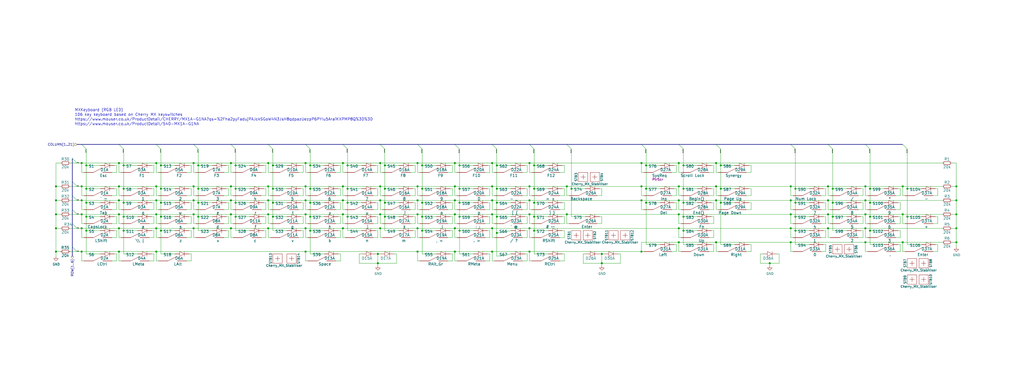
<source format=kicad_sch>
(kicad_sch (version 20211123) (generator eeschema)
  (paper "User" 557.555 210.007)
  (title_block (title "Key matrix") (rev "1") (company "Rachel Mant"))
  (junction (at 372.11 125.73))
  (junction (at 186.69 109.22))
  (junction (at 288.29 137.16))
  (junction (at 419.1 143.51))
  (junction (at 166.37 116.84))
  (junction (at 30.48 124.46))
  (junction (at 473.71 102.87))
  (junction (at 290.83 102.87))
  (junction (at 430.53 116.84))
  (junction (at 349.25 137.16))
  (junction (at 125.73 101.6))
  (junction (at 389.89 132.08))
  (junction (at 30.48 101.6))
  (junction (at 168.91 118.11))
  (junction (at 44.45 88.9))
  (junction (at 85.09 137.16))
  (junction (at 369.57 116.84))
  (junction (at 227.33 88.9))
  (junction (at 87.63 102.87))
  (junction (at 288.29 88.9))
  (junction (at 247.65 116.84))
  (junction (at 125.73 109.22))
  (junction (at 351.79 102.87))
  (junction (at 186.69 124.46))
  (junction (at 85.09 88.9))
  (junction (at 146.05 101.6))
  (junction (at 433.07 102.87))
  (junction (at 105.41 101.6))
  (junction (at 290.83 110.49))
  (junction (at 46.99 102.87))
  (junction (at 148.59 90.17))
  (junction (at 44.45 116.84))
  (junction (at 247.65 124.46))
  (junction (at 247.65 109.22))
  (junction (at 44.45 109.22))
  (junction (at 267.97 137.16))
  (junction (at 189.23 118.11))
  (junction (at 369.57 124.46))
  (junction (at 290.83 90.17))
  (junction (at 189.23 110.49))
  (junction (at 288.29 116.84))
  (junction (at 46.99 118.11))
  (junction (at 349.25 88.9))
  (junction (at 369.57 109.22))
  (junction (at 105.41 124.46))
  (junction (at 229.87 90.17))
  (junction (at 125.73 124.46))
  (junction (at 67.31 102.87))
  (junction (at 250.19 110.49))
  (junction (at 168.91 102.87))
  (junction (at 267.97 109.22))
  (junction (at 189.23 90.17))
  (junction (at 227.33 116.84))
  (junction (at 288.29 109.22))
  (junction (at 327.66 138.43))
  (junction (at 453.39 110.49))
  (junction (at 453.39 102.87))
  (junction (at 166.37 109.22))
  (junction (at 46.99 90.17))
  (junction (at 369.57 88.9))
  (junction (at 85.09 101.6))
  (junction (at 247.65 88.9))
  (junction (at 308.61 101.6))
  (junction (at 229.87 110.49))
  (junction (at 46.99 125.73))
  (junction (at 186.69 88.9))
  (junction (at 351.79 90.17))
  (junction (at 207.01 109.22))
  (junction (at 450.85 101.6))
  (junction (at 207.01 88.9))
  (junction (at 209.55 102.87))
  (junction (at 148.59 110.49))
  (junction (at 311.15 102.87))
  (junction (at 392.43 102.87))
  (junction (at 87.63 125.73))
  (junction (at 520.7 109.22))
  (junction (at 64.77 124.46))
  (junction (at 85.09 124.46))
  (junction (at 494.03 102.87))
  (junction (at 288.29 101.6))
  (junction (at 491.49 132.08))
  (junction (at 250.19 125.73))
  (junction (at 471.17 124.46))
  (junction (at 430.53 124.46))
  (junction (at 166.37 101.6))
  (junction (at 372.11 102.87))
  (junction (at 87.63 110.49))
  (junction (at 430.53 132.08))
  (junction (at 168.91 90.17))
  (junction (at 270.51 90.17))
  (junction (at 46.99 110.49))
  (junction (at 473.71 110.49))
  (junction (at 430.53 101.6))
  (junction (at 267.97 101.6))
  (junction (at 44.45 101.6))
  (junction (at 166.37 124.46))
  (junction (at 128.27 118.11))
  (junction (at 209.55 90.17))
  (junction (at 349.25 109.22))
  (junction (at 471.17 132.08))
  (junction (at 87.63 118.11))
  (junction (at 229.87 102.87))
  (junction (at 67.31 110.49))
  (junction (at 288.29 124.46))
  (junction (at 270.51 110.49))
  (junction (at 125.73 88.9))
  (junction (at 372.11 110.49))
  (junction (at 520.7 124.46))
  (junction (at 392.43 110.49))
  (junction (at 207.01 124.46))
  (junction (at 491.49 116.84))
  (junction (at 270.51 127))
  (junction (at 64.77 116.84))
  (junction (at 473.71 125.73))
  (junction (at 389.89 101.6))
  (junction (at 229.87 118.11))
  (junction (at 369.57 101.6))
  (junction (at 186.69 101.6))
  (junction (at 64.77 88.9))
  (junction (at 209.55 118.11))
  (junction (at 146.05 109.22))
  (junction (at 105.41 88.9))
  (junction (at 166.37 88.9))
  (junction (at 453.39 118.11))
  (junction (at 146.05 116.84))
  (junction (at 369.57 132.08))
  (junction (at 64.77 101.6))
  (junction (at 494.03 118.11))
  (junction (at 30.48 137.16))
  (junction (at 30.48 109.22))
  (junction (at 67.31 118.11))
  (junction (at 290.83 125.73))
  (junction (at 290.83 118.11))
  (junction (at 471.17 109.22))
  (junction (at 227.33 137.16))
  (junction (at 433.07 110.49))
  (junction (at 267.97 124.46))
  (junction (at 85.09 116.84))
  (junction (at 250.19 118.11))
  (junction (at 105.41 116.84))
  (junction (at 267.97 88.9))
  (junction (at 349.25 101.6))
  (junction (at 148.59 102.87))
  (junction (at 491.49 101.6))
  (junction (at 450.85 116.84))
  (junction (at 227.33 101.6))
  (junction (at 520.7 101.6))
  (junction (at 205.74 143.51))
  (junction (at 128.27 102.87))
  (junction (at 372.11 90.17))
  (junction (at 430.53 109.22))
  (junction (at 148.59 118.11))
  (junction (at 67.31 125.73))
  (junction (at 372.11 118.11))
  (junction (at 67.31 90.17))
  (junction (at 146.05 124.46))
  (junction (at 107.95 118.11))
  (junction (at 128.27 90.17))
  (junction (at 250.19 90.17))
  (junction (at 270.51 102.87))
  (junction (at 471.17 116.84))
  (junction (at 389.89 109.22))
  (junction (at 205.74 138.43))
  (junction (at 207.01 101.6))
  (junction (at 107.95 102.87))
  (junction (at 327.66 143.51))
  (junction (at 351.79 110.49))
  (junction (at 168.91 110.49))
  (junction (at 166.37 137.16))
  (junction (at 267.97 116.84))
  (junction (at 227.33 109.22))
  (junction (at 250.19 102.87))
  (junction (at 30.48 116.84))
  (junction (at 168.91 125.73))
  (junction (at 520.7 116.84))
  (junction (at 392.43 90.17))
  (junction (at 146.05 88.9))
  (junction (at 520.7 132.08))
  (junction (at 64.77 137.16))
  (junction (at 473.71 118.11))
  (junction (at 450.85 109.22))
  (junction (at 128.27 110.49))
  (junction (at 389.89 88.9))
  (junction (at 44.45 124.46))
  (junction (at 433.07 125.73))
  (junction (at 450.85 124.46))
  (junction (at 186.69 116.84))
  (junction (at 44.45 137.16))
  (junction (at 227.33 124.46))
  (junction (at 209.55 110.49))
  (junction (at 107.95 90.17))
  (junction (at 64.77 109.22))
  (junction (at 189.23 102.87))
  (junction (at 125.73 116.84))
  (junction (at 87.63 90.17))
  (junction (at 308.61 116.84))
  (junction (at 270.51 118.11))
  (junction (at 105.41 109.22))
  (junction (at 107.95 110.49))
  (junction (at 207.01 116.84))
  (junction (at 85.09 109.22))
  (junction (at 247.65 101.6))
  (junction (at 247.65 137.16))
  (junction (at 229.87 125.73))
  (junction (at 433.07 118.11))
  (junction (at 471.17 101.6))
  (bus_entry (at 471.17 78.74) (size 2.54 2.54))
  (bus_entry (at 146.05 78.74) (size 2.54 2.54))
  (bus_entry (at 41.91 88.9) (size -2.54 -2.54))
  (bus_entry (at 85.09 78.74) (size 2.54 2.54))
  (bus_entry (at 39.37 106.68) (size 2.54 2.54))
  (bus_entry (at 39.37 134.62) (size 2.54 2.54))
  (bus_entry (at 389.89 78.74) (size 2.54 2.54))
  (bus_entry (at 186.69 78.74) (size 2.54 2.54))
  (bus_entry (at 491.49 78.74) (size 2.54 2.54))
  (bus_entry (at 125.73 78.74) (size 2.54 2.54))
  (bus_entry (at 369.57 78.74) (size 2.54 2.54))
  (bus_entry (at 450.85 78.74) (size 2.54 2.54))
  (bus_entry (at 288.29 78.74) (size 2.54 2.54))
  (bus_entry (at 105.41 78.74) (size 2.54 2.54))
  (bus_entry (at 46.99 81.28) (size -2.54 -2.54))
  (bus_entry (at 39.37 99.06) (size 2.54 2.54))
  (bus_entry (at 267.97 78.74) (size 2.54 2.54))
  (bus_entry (at 227.33 78.74) (size 2.54 2.54))
  (bus_entry (at 166.37 78.74) (size 2.54 2.54))
  (bus_entry (at 430.53 78.74) (size 2.54 2.54))
  (bus_entry (at 207.01 78.74) (size 2.54 2.54))
  (bus_entry (at 308.61 78.74) (size 2.54 2.54))
  (bus_entry (at 39.37 114.3) (size 2.54 2.54))
  (bus_entry (at 64.77 78.74) (size 2.54 2.54))
  (bus_entry (at 39.37 121.92) (size 2.54 2.54))
  (bus_entry (at 349.25 78.74) (size 2.54 2.54))
  (bus_entry (at 247.65 78.74) (size 2.54 2.54))
  (wire (pts (xy 196.85 138.43) (xy 195.58 138.43)))
  (wire (pts (xy 440.69 102.87) (xy 433.07 102.87)))
  (wire (pts (xy 209.55 110.49) (xy 209.55 118.11)))
  (wire (pts (xy 185.42 138.43) (xy 185.42 142.24)))
  (wire (pts (xy 125.73 129.54) (xy 127 129.54)))
  (wire (pts (xy 388.62 114.3) (xy 386.08 114.3)))
  (wire (pts (xy 85.09 109.22) (xy 105.41 109.22)))
  (wire (pts (xy 471.17 109.22) (xy 471.17 114.3)))
  (bus (pts (xy 227.33 78.74) (xy 247.65 78.74)))
  (wire (pts (xy 223.52 93.98) (xy 226.06 93.98)))
  (wire (pts (xy 168.91 118.11) (xy 176.53 118.11)))
  (wire (pts (xy 104.14 110.49) (xy 102.87 110.49)))
  (wire (pts (xy 246.38 93.98) (xy 243.84 93.98)))
  (wire (pts (xy 162.56 121.92) (xy 165.1 121.92)))
  (wire (pts (xy 389.89 101.6) (xy 389.89 106.68)))
  (wire (pts (xy 125.73 114.3) (xy 127 114.3)))
  (wire (pts (xy 142.24 129.54) (xy 144.78 129.54)))
  (wire (pts (xy 270.51 118.11) (xy 270.51 127)))
  (wire (pts (xy 62.23 138.43) (xy 63.5 138.43)))
  (wire (pts (xy 450.85 121.92) (xy 452.12 121.92)))
  (wire (pts (xy 449.58 114.3) (xy 447.04 114.3)))
  (wire (pts (xy 453.39 102.87) (xy 461.01 102.87)))
  (wire (pts (xy 422.91 138.43) (xy 424.18 138.43)))
  (wire (pts (xy 186.69 88.9) (xy 207.01 88.9)))
  (wire (pts (xy 414.02 138.43) (xy 414.02 143.51)))
  (wire (pts (xy 128.27 81.28) (xy 128.27 90.17)))
  (wire (pts (xy 128.27 102.87) (xy 135.89 102.87)))
  (wire (pts (xy 307.34 106.68) (xy 304.8 106.68)))
  (wire (pts (xy 351.79 81.28) (xy 351.79 90.17)))
  (wire (pts (xy 104.14 114.3) (xy 104.14 110.49)))
  (wire (pts (xy 520.7 124.46) (xy 520.7 132.08)))
  (wire (pts (xy 85.09 114.3) (xy 86.36 114.3)))
  (wire (pts (xy 227.33 121.92) (xy 228.6 121.92)))
  (wire (pts (xy 166.37 101.6) (xy 166.37 106.68)))
  (wire (pts (xy 115.57 90.17) (xy 107.95 90.17)))
  (wire (pts (xy 267.97 88.9) (xy 267.97 93.98)))
  (wire (pts (xy 265.43 90.17) (xy 266.7 90.17)))
  (wire (pts (xy 44.45 124.46) (xy 44.45 129.54)))
  (wire (pts (xy 205.74 125.73) (xy 205.74 129.54)))
  (wire (pts (xy 146.05 116.84) (xy 166.37 116.84)))
  (wire (pts (xy 247.65 93.98) (xy 248.92 93.98)))
  (wire (pts (xy 287.02 93.98) (xy 284.48 93.98)))
  (wire (pts (xy 166.37 142.24) (xy 167.64 142.24)))
  (wire (pts (xy 189.23 90.17) (xy 196.85 90.17)))
  (wire (pts (xy 185.42 142.24) (xy 182.88 142.24)))
  (wire (pts (xy 30.48 137.16) (xy 30.48 139.7)))
  (wire (pts (xy 290.83 110.49) (xy 298.45 110.49)))
  (wire (pts (xy 327.66 143.51) (xy 327.66 144.78)))
  (wire (pts (xy 125.73 109.22) (xy 146.05 109.22)))
  (wire (pts (xy 246.38 121.92) (xy 243.84 121.92)))
  (wire (pts (xy 510.54 106.68) (xy 508 106.68)))
  (wire (pts (xy 419.1 143.51) (xy 419.1 144.78)))
  (wire (pts (xy 491.49 132.08) (xy 491.49 137.16)))
  (wire (pts (xy 204.47 102.87) (xy 205.74 102.87)))
  (wire (pts (xy 265.43 110.49) (xy 266.7 110.49)))
  (wire (pts (xy 449.58 137.16) (xy 447.04 137.16)))
  (wire (pts (xy 448.31 125.73) (xy 449.58 125.73)))
  (wire (pts (xy 63.5 129.54) (xy 60.96 129.54)))
  (wire (pts (xy 430.53 116.84) (xy 450.85 116.84)))
  (wire (pts (xy 349.25 137.16) (xy 349.25 132.08)))
  (wire (pts (xy 287.02 125.73) (xy 287.02 129.54)))
  (wire (pts (xy 87.63 90.17) (xy 95.25 90.17)))
  (wire (pts (xy 195.58 143.51) (xy 205.74 143.51)))
  (wire (pts (xy 290.83 138.43) (xy 298.45 138.43)))
  (wire (pts (xy 433.07 118.11) (xy 433.07 125.73)))
  (wire (pts (xy 430.53 116.84) (xy 430.53 121.92)))
  (wire (pts (xy 288.29 109.22) (xy 288.29 114.3)))
  (wire (pts (xy 288.29 114.3) (xy 289.56 114.3)))
  (wire (pts (xy 166.37 101.6) (xy 186.69 101.6)))
  (wire (pts (xy 64.77 101.6) (xy 64.77 106.68)))
  (wire (pts (xy 267.97 124.46) (xy 267.97 129.54)))
  (wire (pts (xy 227.33 129.54) (xy 228.6 129.54)))
  (wire (pts (xy 430.53 132.08) (xy 471.17 132.08)))
  (wire (pts (xy 266.7 93.98) (xy 264.16 93.98)))
  (wire (pts (xy 33.02 109.22) (xy 30.48 109.22)))
  (wire (pts (xy 266.7 118.11) (xy 266.7 121.92)))
  (wire (pts (xy 44.45 88.9) (xy 44.45 93.98)))
  (wire (pts (xy 388.62 125.73) (xy 388.62 129.54)))
  (wire (pts (xy 471.17 132.08) (xy 491.49 132.08)))
  (wire (pts (xy 327.66 138.43) (xy 327.66 143.51)))
  (wire (pts (xy 63.5 110.49) (xy 63.5 114.3)))
  (wire (pts (xy 144.78 110.49) (xy 143.51 110.49)))
  (wire (pts (xy 83.82 90.17) (xy 83.82 93.98)))
  (wire (pts (xy 490.22 121.92) (xy 487.68 121.92)))
  (wire (pts (xy 85.09 106.68) (xy 86.36 106.68)))
  (wire (pts (xy 204.47 110.49) (xy 205.74 110.49)))
  (wire (pts (xy 46.99 90.17) (xy 46.99 102.87)))
  (wire (pts (xy 82.55 118.11) (xy 83.82 118.11)))
  (wire (pts (xy 105.41 109.22) (xy 125.73 109.22)))
  (wire (pts (xy 267.97 101.6) (xy 288.29 101.6)))
  (wire (pts (xy 369.57 88.9) (xy 389.89 88.9)))
  (wire (pts (xy 166.37 88.9) (xy 186.69 88.9)))
  (wire (pts (xy 306.07 102.87) (xy 307.34 102.87)))
  (wire (pts (xy 142.24 114.3) (xy 144.78 114.3)))
  (wire (pts (xy 189.23 110.49) (xy 189.23 118.11)))
  (wire (pts (xy 266.7 110.49) (xy 266.7 114.3)))
  (wire (pts (xy 389.89 109.22) (xy 389.89 114.3)))
  (wire (pts (xy 287.02 114.3) (xy 284.48 114.3)))
  (wire (pts (xy 227.33 88.9) (xy 247.65 88.9)))
  (wire (pts (xy 46.99 125.73) (xy 46.99 138.43)))
  (wire (pts (xy 490.22 118.11) (xy 490.22 121.92)))
  (wire (pts (xy 144.78 90.17) (xy 144.78 93.98)))
  (wire (pts (xy 186.69 116.84) (xy 186.69 121.92)))
  (wire (pts (xy 185.42 129.54) (xy 182.88 129.54)))
  (wire (pts (xy 473.71 133.35) (xy 481.33 133.35)))
  (wire (pts (xy 288.29 88.9) (xy 288.29 93.98)))
  (wire (pts (xy 369.57 93.98) (xy 370.84 93.98)))
  (wire (pts (xy 166.37 109.22) (xy 166.37 114.3)))
  (bus (pts (xy 41.91 78.74) (xy 44.45 78.74)))
  (bus (pts (xy 125.73 78.74) (xy 146.05 78.74)))
  (wire (pts (xy 471.17 129.54) (xy 472.44 129.54)))
  (wire (pts (xy 128.27 110.49) (xy 128.27 118.11)))
  (wire (pts (xy 44.45 101.6) (xy 64.77 101.6)))
  (wire (pts (xy 209.55 110.49) (xy 217.17 110.49)))
  (wire (pts (xy 104.14 142.24) (xy 104.14 138.43)))
  (wire (pts (xy 430.53 132.08) (xy 430.53 137.16)))
  (wire (pts (xy 204.47 138.43) (xy 205.74 138.43)))
  (wire (pts (xy 308.61 116.84) (xy 308.61 121.92)))
  (wire (pts (xy 124.46 118.11) (xy 124.46 121.92)))
  (wire (pts (xy 448.31 110.49) (xy 449.58 110.49)))
  (wire (pts (xy 265.43 125.73) (xy 266.7 125.73)))
  (wire (pts (xy 290.83 125.73) (xy 290.83 138.43)))
  (wire (pts (xy 349.25 106.68) (xy 350.52 106.68)))
  (wire (pts (xy 246.38 129.54) (xy 243.84 129.54)))
  (wire (pts (xy 107.95 118.11) (xy 107.95 125.73)))
  (wire (pts (xy 168.91 90.17) (xy 168.91 102.87)))
  (wire (pts (xy 287.02 90.17) (xy 287.02 93.98)))
  (wire (pts (xy 104.14 102.87) (xy 102.87 102.87)))
  (wire (pts (xy 430.53 129.54) (xy 430.53 124.46)))
  (wire (pts (xy 166.37 116.84) (xy 186.69 116.84)))
  (wire (pts (xy 388.62 133.35) (xy 388.62 137.16)))
  (bus (pts (xy 267.97 78.74) (xy 288.29 78.74)))
  (wire (pts (xy 408.94 90.17) (xy 408.94 93.98)))
  (wire (pts (xy 229.87 125.73) (xy 237.49 125.73)))
  (wire (pts (xy 349.25 114.3) (xy 349.25 109.22)))
  (wire (pts (xy 44.45 137.16) (xy 44.45 142.24)))
  (wire (pts (xy 288.29 88.9) (xy 349.25 88.9)))
  (wire (pts (xy 46.99 110.49) (xy 54.61 110.49)))
  (wire (pts (xy 488.95 118.11) (xy 490.22 118.11)))
  (wire (pts (xy 148.59 102.87) (xy 148.59 110.49)))
  (wire (pts (xy 66.04 93.98) (xy 64.77 93.98)))
  (wire (pts (xy 44.45 106.68) (xy 45.72 106.68)))
  (wire (pts (xy 205.74 138.43) (xy 207.01 138.43)))
  (wire (pts (xy 450.85 101.6) (xy 471.17 101.6)))
  (wire (pts (xy 510.54 133.35) (xy 510.54 137.16)))
  (wire (pts (xy 64.77 114.3) (xy 66.04 114.3)))
  (wire (pts (xy 430.53 106.68) (xy 431.8 106.68)))
  (wire (pts (xy 246.38 114.3) (xy 243.84 114.3)))
  (wire (pts (xy 266.7 125.73) (xy 266.7 129.54)))
  (wire (pts (xy 227.33 106.68) (xy 228.6 106.68)))
  (wire (pts (xy 306.07 138.43) (xy 307.34 138.43)))
  (bus (pts (xy 349.25 78.74) (xy 369.57 78.74)))
  (wire (pts (xy 33.02 124.46) (xy 30.48 124.46)))
  (wire (pts (xy 207.01 109.22) (xy 227.33 109.22)))
  (wire (pts (xy 205.74 90.17) (xy 205.74 93.98)))
  (wire (pts (xy 368.3 110.49) (xy 368.3 114.3)))
  (wire (pts (xy 317.5 138.43) (xy 317.5 143.51)))
  (wire (pts (xy 450.85 116.84) (xy 471.17 116.84)))
  (wire (pts (xy 469.9 114.3) (xy 467.36 114.3)))
  (wire (pts (xy 449.58 106.68) (xy 447.04 106.68)))
  (wire (pts (xy 494.03 81.28) (xy 494.03 102.87)))
  (wire (pts (xy 247.65 121.92) (xy 248.92 121.92)))
  (wire (pts (xy 372.11 90.17) (xy 372.11 102.87)))
  (wire (pts (xy 124.46 93.98) (xy 124.46 90.17)))
  (wire (pts (xy 144.78 102.87) (xy 143.51 102.87)))
  (wire (pts (xy 165.1 93.98) (xy 162.56 93.98)))
  (wire (pts (xy 392.43 133.35) (xy 400.05 133.35)))
  (wire (pts (xy 246.38 138.43) (xy 246.38 142.24)))
  (wire (pts (xy 307.34 138.43) (xy 307.34 142.24)))
  (wire (pts (xy 392.43 110.49) (xy 392.43 133.35)))
  (wire (pts (xy 226.06 93.98) (xy 226.06 90.17)))
  (wire (pts (xy 450.85 106.68) (xy 452.12 106.68)))
  (wire (pts (xy 223.52 121.92) (xy 226.06 121.92)))
  (wire (pts (xy 30.48 124.46) (xy 30.48 137.16)))
  (wire (pts (xy 424.18 138.43) (xy 424.18 143.51)))
  (wire (pts (xy 82.55 90.17) (xy 83.82 90.17)))
  (wire (pts (xy 430.53 137.16) (xy 431.8 137.16)))
  (wire (pts (xy 307.34 129.54) (xy 304.8 129.54)))
  (wire (pts (xy 337.82 138.43) (xy 337.82 143.51)))
  (wire (pts (xy 306.07 118.11) (xy 307.34 118.11)))
  (wire (pts (xy 144.78 125.73) (xy 143.51 125.73)))
  (wire (pts (xy 290.83 125.73) (xy 298.45 125.73)))
  (wire (pts (xy 38.1 124.46) (xy 41.91 124.46)))
  (wire (pts (xy 229.87 110.49) (xy 237.49 110.49)))
  (wire (pts (xy 306.07 90.17) (xy 307.34 90.17)))
  (wire (pts (xy 229.87 118.11) (xy 237.49 118.11)))
  (wire (pts (xy 327.66 138.43) (xy 328.93 138.43)))
  (wire (pts (xy 87.63 81.28) (xy 87.63 90.17)))
  (wire (pts (xy 450.85 124.46) (xy 450.85 129.54)))
  (wire (pts (xy 166.37 116.84) (xy 166.37 121.92)))
  (wire (pts (xy 107.95 90.17) (xy 107.95 102.87)))
  (wire (pts (xy 64.77 137.16) (xy 85.09 137.16)))
  (wire (pts (xy 205.74 118.11) (xy 205.74 121.92)))
  (wire (pts (xy 449.58 125.73) (xy 449.58 129.54)))
  (wire (pts (xy 389.89 88.9) (xy 389.89 93.98)))
  (wire (pts (xy 125.73 121.92) (xy 127 121.92)))
  (wire (pts (xy 250.19 118.11) (xy 257.81 118.11)))
  (wire (pts (xy 46.99 118.11) (xy 54.61 118.11)))
  (wire (pts (xy 226.06 121.92) (xy 226.06 118.11)))
  (wire (pts (xy 247.65 106.68) (xy 248.92 106.68)))
  (wire (pts (xy 87.63 110.49) (xy 87.63 118.11)))
  (wire (pts (xy 125.73 116.84) (xy 146.05 116.84)))
  (wire (pts (xy 229.87 102.87) (xy 229.87 110.49)))
  (wire (pts (xy 38.1 137.16) (xy 41.91 137.16)))
  (wire (pts (xy 226.06 90.17) (xy 224.79 90.17)))
  (wire (pts (xy 87.63 102.87) (xy 87.63 110.49)))
  (wire (pts (xy 473.71 118.11) (xy 473.71 125.73)))
  (wire (pts (xy 186.69 116.84) (xy 207.01 116.84)))
  (wire (pts (xy 87.63 125.73) (xy 87.63 138.43)))
  (wire (pts (xy 189.23 118.11) (xy 196.85 118.11)))
  (wire (pts (xy 270.51 110.49) (xy 270.51 118.11)))
  (wire (pts (xy 247.65 101.6) (xy 267.97 101.6)))
  (wire (pts (xy 166.37 137.16) (xy 166.37 142.24)))
  (wire (pts (xy 433.07 133.35) (xy 440.69 133.35)))
  (wire (pts (xy 288.29 137.16) (xy 349.25 137.16)))
  (wire (pts (xy 85.09 93.98) (xy 86.36 93.98)))
  (wire (pts (xy 372.11 118.11) (xy 379.73 118.11)))
  (wire (pts (xy 148.59 102.87) (xy 156.21 102.87)))
  (wire (pts (xy 408.94 110.49) (xy 408.94 114.3)))
  (wire (pts (xy 186.69 88.9) (xy 186.69 93.98)))
  (wire (pts (xy 250.19 102.87) (xy 250.19 110.49)))
  (wire (pts (xy 471.17 101.6) (xy 491.49 101.6)))
  (wire (pts (xy 229.87 102.87) (xy 237.49 102.87)))
  (wire (pts (xy 229.87 125.73) (xy 229.87 138.43)))
  (wire (pts (xy 184.15 90.17) (xy 185.42 90.17)))
  (wire (pts (xy 389.89 132.08) (xy 430.53 132.08)))
  (wire (pts (xy 450.85 109.22) (xy 450.85 114.3)))
  (wire (pts (xy 491.49 137.16) (xy 492.76 137.16)))
  (wire (pts (xy 430.53 121.92) (xy 431.8 121.92)))
  (bus (pts (xy 64.77 78.74) (xy 85.09 78.74)))
  (wire (pts (xy 207.01 101.6) (xy 207.01 106.68)))
  (wire (pts (xy 105.41 116.84) (xy 105.41 121.92)))
  (wire (pts (xy 205.74 138.43) (xy 205.74 143.51)))
  (wire (pts (xy 520.7 101.6) (xy 520.7 109.22)))
  (wire (pts (xy 388.62 118.11) (xy 388.62 121.92)))
  (wire (pts (xy 189.23 110.49) (xy 196.85 110.49)))
  (wire (pts (xy 82.55 125.73) (xy 83.82 125.73)))
  (wire (pts (xy 85.09 88.9) (xy 85.09 93.98)))
  (wire (pts (xy 369.57 101.6) (xy 389.89 101.6)))
  (wire (pts (xy 142.24 121.92) (xy 144.78 121.92)))
  (wire (pts (xy 185.42 121.92) (xy 182.88 121.92)))
  (wire (pts (xy 307.34 121.92) (xy 304.8 121.92)))
  (wire (pts (xy 168.91 125.73) (xy 176.53 125.73)))
  (wire (pts (xy 469.9 129.54) (xy 467.36 129.54)))
  (wire (pts (xy 414.02 143.51) (xy 419.1 143.51)))
  (wire (pts (xy 168.91 110.49) (xy 168.91 118.11)))
  (wire (pts (xy 494.03 118.11) (xy 501.65 118.11)))
  (bus (pts (xy 308.61 78.74) (xy 349.25 78.74)))
  (wire (pts (xy 128.27 125.73) (xy 135.89 125.73)))
  (wire (pts (xy 372.11 110.49) (xy 379.73 110.49)))
  (wire (pts (xy 85.09 121.92) (xy 86.36 121.92)))
  (wire (pts (xy 267.97 109.22) (xy 288.29 109.22)))
  (wire (pts (xy 285.75 118.11) (xy 287.02 118.11)))
  (wire (pts (xy 308.61 121.92) (xy 309.88 121.92)))
  (wire (pts (xy 85.09 129.54) (xy 86.36 129.54)))
  (wire (pts (xy 83.82 102.87) (xy 83.82 106.68)))
  (wire (pts (xy 407.67 110.49) (xy 408.94 110.49)))
  (wire (pts (xy 326.39 138.43) (xy 327.66 138.43)))
  (wire (pts (xy 367.03 102.87) (xy 368.3 102.87)))
  (wire (pts (xy 246.38 90.17) (xy 246.38 93.98)))
  (wire (pts (xy 491.49 101.6) (xy 513.08 101.6)))
  (wire (pts (xy 290.83 110.49) (xy 290.83 118.11)))
  (wire (pts (xy 308.61 101.6) (xy 349.25 101.6)))
  (wire (pts (xy 392.43 110.49) (xy 400.05 110.49)))
  (wire (pts (xy 306.07 125.73) (xy 307.34 125.73)))
  (wire (pts (xy 369.57 121.92) (xy 369.57 116.84)))
  (wire (pts (xy 209.55 81.28) (xy 209.55 90.17)))
  (wire (pts (xy 367.03 90.17) (xy 368.3 90.17)))
  (wire (pts (xy 520.7 109.22) (xy 520.7 116.84)))
  (wire (pts (xy 83.82 138.43) (xy 83.82 142.24)))
  (wire (pts (xy 185.42 118.11) (xy 185.42 121.92)))
  (wire (pts (xy 227.33 93.98) (xy 228.6 93.98)))
  (wire (pts (xy 229.87 81.28) (xy 229.87 90.17)))
  (wire (pts (xy 424.18 143.51) (xy 419.1 143.51)))
  (wire (pts (xy 186.69 93.98) (xy 187.96 93.98)))
  (wire (pts (xy 491.49 116.84) (xy 513.08 116.84)))
  (bus (pts (xy 430.53 78.74) (xy 450.85 78.74)))
  (wire (pts (xy 270.51 90.17) (xy 278.13 90.17)))
  (wire (pts (xy 226.06 118.11) (xy 224.79 118.11)))
  (wire (pts (xy 85.09 88.9) (xy 105.41 88.9)))
  (bus (pts (xy 39.37 86.36) (xy 39.37 99.06)))
  (wire (pts (xy 123.19 125.73) (xy 124.46 125.73)))
  (wire (pts (xy 38.1 101.6) (xy 41.91 101.6)))
  (wire (pts (xy 107.95 110.49) (xy 107.95 118.11)))
  (wire (pts (xy 392.43 102.87) (xy 392.43 110.49)))
  (wire (pts (xy 287.02 118.11) (xy 287.02 121.92)))
  (wire (pts (xy 469.9 110.49) (xy 469.9 114.3)))
  (wire (pts (xy 408.94 102.87) (xy 408.94 106.68)))
  (wire (pts (xy 270.51 90.17) (xy 270.51 102.87)))
  (wire (pts (xy 433.07 110.49) (xy 433.07 118.11)))
  (bus (pts (xy 166.37 78.74) (xy 186.69 78.74)))
  (wire (pts (xy 148.59 110.49) (xy 156.21 110.49)))
  (wire (pts (xy 430.53 109.22) (xy 450.85 109.22)))
  (wire (pts (xy 287.02 106.68) (xy 284.48 106.68)))
  (wire (pts (xy 510.54 118.11) (xy 510.54 121.92)))
  (wire (pts (xy 468.63 118.11) (xy 469.9 118.11)))
  (wire (pts (xy 307.34 125.73) (xy 307.34 129.54)))
  (wire (pts (xy 387.35 102.87) (xy 388.62 102.87)))
  (wire (pts (xy 146.05 124.46) (xy 166.37 124.46)))
  (wire (pts (xy 41.91 137.16) (xy 44.45 137.16)))
  (wire (pts (xy 246.38 118.11) (xy 246.38 121.92)))
  (wire (pts (xy 209.55 102.87) (xy 209.55 110.49)))
  (wire (pts (xy 205.74 93.98) (xy 203.2 93.98)))
  (wire (pts (xy 33.02 116.84) (xy 30.48 116.84)))
  (wire (pts (xy 368.3 102.87) (xy 368.3 106.68)))
  (wire (pts (xy 473.71 118.11) (xy 481.33 118.11)))
  (wire (pts (xy 415.29 138.43) (xy 414.02 138.43)))
  (wire (pts (xy 490.22 137.16) (xy 487.68 137.16)))
  (wire (pts (xy 494.03 102.87) (xy 501.65 102.87)))
  (wire (pts (xy 267.97 88.9) (xy 288.29 88.9)))
  (wire (pts (xy 82.55 102.87) (xy 83.82 102.87)))
  (wire (pts (xy 349.25 93.98) (xy 350.52 93.98)))
  (wire (pts (xy 266.7 90.17) (xy 266.7 93.98)))
  (wire (pts (xy 63.5 102.87) (xy 63.5 106.68)))
  (wire (pts (xy 247.65 129.54) (xy 248.92 129.54)))
  (wire (pts (xy 247.65 124.46) (xy 247.65 129.54)))
  (wire (pts (xy 408.94 93.98) (xy 406.4 93.98)))
  (wire (pts (xy 63.5 121.92) (xy 60.96 121.92)))
  (wire (pts (xy 247.65 137.16) (xy 267.97 137.16)))
  (wire (pts (xy 307.34 90.17) (xy 307.34 93.98)))
  (wire (pts (xy 148.59 81.28) (xy 148.59 90.17)))
  (wire (pts (xy 184.15 125.73) (xy 185.42 125.73)))
  (wire (pts (xy 146.05 88.9) (xy 146.05 93.98)))
  (wire (pts (xy 290.83 118.11) (xy 298.45 118.11)))
  (wire (pts (xy 488.95 133.35) (xy 490.22 133.35)))
  (wire (pts (xy 247.65 137.16) (xy 247.65 142.24)))
  (wire (pts (xy 469.9 106.68) (xy 467.36 106.68)))
  (wire (pts (xy 311.15 102.87) (xy 318.77 102.87)))
  (wire (pts (xy 247.65 116.84) (xy 267.97 116.84)))
  (wire (pts (xy 226.06 102.87) (xy 224.79 102.87)))
  (bus (pts (xy 389.89 78.74) (xy 430.53 78.74)))
  (wire (pts (xy 336.55 138.43) (xy 337.82 138.43)))
  (wire (pts (xy 349.25 88.9) (xy 349.25 93.98)))
  (wire (pts (xy 83.82 125.73) (xy 83.82 129.54)))
  (wire (pts (xy 229.87 90.17) (xy 237.49 90.17)))
  (wire (pts (xy 490.22 114.3) (xy 487.68 114.3)))
  (wire (pts (xy 491.49 116.84) (xy 491.49 121.92)))
  (wire (pts (xy 44.45 114.3) (xy 45.72 114.3)))
  (wire (pts (xy 349.25 88.9) (xy 369.57 88.9)))
  (wire (pts (xy 146.05 109.22) (xy 166.37 109.22)))
  (wire (pts (xy 163.83 90.17) (xy 165.1 90.17)))
  (wire (pts (xy 369.57 129.54) (xy 369.57 124.46)))
  (bus (pts (xy 44.45 78.74) (xy 64.77 78.74)))
  (wire (pts (xy 128.27 90.17) (xy 128.27 102.87)))
  (wire (pts (xy 156.21 118.11) (xy 148.59 118.11)))
  (wire (pts (xy 207.01 88.9) (xy 207.01 93.98)))
  (wire (pts (xy 430.53 124.46) (xy 450.85 124.46)))
  (wire (pts (xy 41.91 109.22) (xy 44.45 109.22)))
  (wire (pts (xy 162.56 129.54) (xy 165.1 129.54)))
  (wire (pts (xy 471.17 137.16) (xy 472.44 137.16)))
  (wire (pts (xy 64.77 142.24) (xy 66.04 142.24)))
  (wire (pts (xy 215.9 143.51) (xy 205.74 143.51)))
  (wire (pts (xy 392.43 90.17) (xy 392.43 102.87)))
  (wire (pts (xy 270.51 139.7) (xy 278.13 138.43)))
  (wire (pts (xy 146.05 129.54) (xy 147.32 129.54)))
  (bus (pts (xy 288.29 78.74) (xy 308.61 78.74)))
  (wire (pts (xy 46.99 102.87) (xy 54.61 102.87)))
  (wire (pts (xy 370.84 129.54) (xy 369.57 129.54)))
  (wire (pts (xy 125.73 101.6) (xy 125.73 106.68)))
  (wire (pts (xy 163.83 110.49) (xy 165.1 110.49)))
  (wire (pts (xy 67.31 90.17) (xy 67.31 102.87)))
  (wire (pts (xy 285.75 110.49) (xy 287.02 110.49)))
  (wire (pts (xy 311.15 102.87) (xy 311.15 118.11)))
  (wire (pts (xy 186.69 106.68) (xy 187.96 106.68)))
  (wire (pts (xy 453.39 118.11) (xy 461.01 118.11)))
  (bus (pts (xy 186.69 78.74) (xy 207.01 78.74)))
  (wire (pts (xy 168.91 102.87) (xy 176.53 102.87)))
  (wire (pts (xy 189.23 118.11) (xy 189.23 125.73)))
  (wire (pts (xy 407.67 133.35) (xy 408.94 133.35)))
  (wire (pts (xy 30.48 109.22) (xy 30.48 116.84)))
  (wire (pts (xy 124.46 125.73) (xy 124.46 129.54)))
  (wire (pts (xy 101.6 114.3) (xy 104.14 114.3)))
  (wire (pts (xy 372.11 133.35) (xy 379.73 133.35)))
  (wire (pts (xy 204.47 125.73) (xy 205.74 125.73)))
  (wire (pts (xy 207.01 106.68) (xy 208.28 106.68)))
  (wire (pts (xy 469.9 102.87) (xy 469.9 106.68)))
  (wire (pts (xy 488.95 102.87) (xy 490.22 102.87)))
  (wire (pts (xy 64.77 116.84) (xy 64.77 121.92)))
  (wire (pts (xy 123.19 118.11) (xy 124.46 118.11)))
  (wire (pts (xy 63.5 90.17) (xy 63.5 93.98)))
  (bus (pts (xy 39.37 134.62) (xy 39.37 139.7)))
  (wire (pts (xy 185.42 93.98) (xy 182.88 93.98)))
  (wire (pts (xy 148.59 118.11) (xy 148.59 125.73)))
  (wire (pts (xy 250.19 81.28) (xy 250.19 90.17)))
  (wire (pts (xy 148.59 110.49) (xy 148.59 118.11)))
  (wire (pts (xy 44.45 142.24) (xy 45.72 142.24)))
  (wire (pts (xy 266.7 129.54) (xy 264.16 129.54)))
  (wire (pts (xy 146.05 109.22) (xy 146.05 114.3)))
  (wire (pts (xy 392.43 90.17) (xy 400.05 90.17)))
  (wire (pts (xy 267.97 124.46) (xy 288.29 124.46)))
  (wire (pts (xy 168.91 102.87) (xy 168.91 110.49)))
  (wire (pts (xy 518.16 109.22) (xy 520.7 109.22)))
  (wire (pts (xy 226.06 114.3) (xy 226.06 110.49)))
  (wire (pts (xy 290.83 81.28) (xy 290.83 90.17)))
  (wire (pts (xy 143.51 118.11) (xy 144.78 118.11)))
  (wire (pts (xy 267.97 137.16) (xy 267.97 142.24)))
  (wire (pts (xy 250.19 138.43) (xy 257.81 138.43)))
  (wire (pts (xy 246.38 125.73) (xy 246.38 129.54)))
  (wire (pts (xy 46.99 118.11) (xy 46.99 125.73)))
  (wire (pts (xy 431.8 129.54) (xy 430.53 129.54)))
  (wire (pts (xy 449.58 129.54) (xy 447.04 129.54)))
  (wire (pts (xy 146.05 93.98) (xy 147.32 93.98)))
  (wire (pts (xy 372.11 102.87) (xy 372.11 110.49)))
  (wire (pts (xy 311.15 81.28) (xy 311.15 102.87)))
  (wire (pts (xy 105.41 121.92) (xy 106.68 121.92)))
  (wire (pts (xy 287.02 142.24) (xy 284.48 142.24)))
  (wire (pts (xy 166.37 121.92) (xy 167.64 121.92)))
  (wire (pts (xy 509.27 118.11) (xy 510.54 118.11)))
  (wire (pts (xy 307.34 118.11) (xy 307.34 121.92)))
  (wire (pts (xy 389.89 109.22) (xy 430.53 109.22)))
  (wire (pts (xy 189.23 90.17) (xy 189.23 102.87)))
  (wire (pts (xy 288.29 106.68) (xy 289.56 106.68)))
  (wire (pts (xy 87.63 125.73) (xy 95.25 125.73)))
  (wire (pts (xy 453.39 125.73) (xy 461.01 125.73)))
  (wire (pts (xy 450.85 116.84) (xy 450.85 121.92)))
  (wire (pts (xy 215.9 138.43) (xy 215.9 143.51)))
  (wire (pts (xy 87.63 118.11) (xy 95.25 118.11)))
  (wire (pts (xy 163.83 118.11) (xy 165.1 118.11)))
  (wire (pts (xy 189.23 125.73) (xy 196.85 125.73)))
  (wire (pts (xy 44.45 109.22) (xy 64.77 109.22)))
  (wire (pts (xy 107.95 118.11) (xy 115.57 118.11)))
  (wire (pts (xy 62.23 118.11) (xy 63.5 118.11)))
  (wire (pts (xy 491.49 132.08) (xy 513.08 132.08)))
  (wire (pts (xy 349.25 132.08) (xy 369.57 132.08)))
  (wire (pts (xy 285.75 138.43) (xy 287.02 138.43)))
  (wire (pts (xy 227.33 88.9) (xy 227.33 93.98)))
  (wire (pts (xy 168.91 138.43) (xy 176.53 138.43)))
  (wire (pts (xy 389.89 137.16) (xy 391.16 137.16)))
  (wire (pts (xy 166.37 106.68) (xy 167.64 106.68)))
  (wire (pts (xy 87.63 90.17) (xy 87.63 102.87)))
  (wire (pts (xy 207.01 121.92) (xy 208.28 121.92)))
  (wire (pts (xy 146.05 124.46) (xy 146.05 129.54)))
  (wire (pts (xy 64.77 121.92) (xy 66.04 121.92)))
  (wire (pts (xy 189.23 102.87) (xy 196.85 102.87)))
  (wire (pts (xy 209.55 102.87) (xy 217.17 102.87)))
  (wire (pts (xy 144.78 106.68) (xy 144.78 102.87)))
  (wire (pts (xy 449.58 121.92) (xy 447.04 121.92)))
  (wire (pts (xy 510.54 121.92) (xy 508 121.92)))
  (wire (pts (xy 518.16 116.84) (xy 520.7 116.84)))
  (wire (pts (xy 227.33 101.6) (xy 247.65 101.6)))
  (wire (pts (xy 227.33 124.46) (xy 227.33 129.54)))
  (wire (pts (xy 308.61 116.84) (xy 369.57 116.84)))
  (wire (pts (xy 266.7 142.24) (xy 264.16 142.24)))
  (wire (pts (xy 369.57 109.22) (xy 389.89 109.22)))
  (wire (pts (xy 490.22 129.54) (xy 487.68 129.54)))
  (wire (pts (xy 471.17 116.84) (xy 471.17 121.92)))
  (wire (pts (xy 226.06 129.54) (xy 223.52 129.54)))
  (wire (pts (xy 267.97 121.92) (xy 269.24 121.92)))
  (wire (pts (xy 433.07 110.49) (xy 440.69 110.49)))
  (wire (pts (xy 207.01 124.46) (xy 227.33 124.46)))
  (wire (pts (xy 247.65 124.46) (xy 267.97 124.46)))
  (wire (pts (xy 64.77 116.84) (xy 85.09 116.84)))
  (wire (pts (xy 124.46 90.17) (xy 123.19 90.17)))
  (wire (pts (xy 41.91 124.46) (xy 44.45 124.46)))
  (wire (pts (xy 407.67 90.17) (xy 408.94 90.17)))
  (wire (pts (xy 250.19 125.73) (xy 257.81 125.73)))
  (wire (pts (xy 85.09 124.46) (xy 105.41 124.46)))
  (wire (pts (xy 372.11 110.49) (xy 372.11 118.11)))
  (wire (pts (xy 327.66 118.11) (xy 327.66 121.92)))
  (wire (pts (xy 165.1 114.3) (xy 162.56 114.3)))
  (wire (pts (xy 518.16 101.6) (xy 520.7 101.6)))
  (wire (pts (xy 288.29 93.98) (xy 289.56 93.98)))
  (wire (pts (xy 307.34 93.98) (xy 304.8 93.98)))
  (wire (pts (xy 64.77 124.46) (xy 64.77 129.54)))
  (wire (pts (xy 453.39 102.87) (xy 453.39 110.49)))
  (wire (pts (xy 67.31 125.73) (xy 74.93 125.73)))
  (wire (pts (xy 473.71 102.87) (xy 481.33 102.87)))
  (wire (pts (xy 326.39 102.87) (xy 327.66 102.87)))
  (wire (pts (xy 105.41 129.54) (xy 106.68 129.54)))
  (wire (pts (xy 388.62 90.17) (xy 388.62 93.98)))
  (wire (pts (xy 144.78 129.54) (xy 144.78 125.73)))
  (wire (pts (xy 453.39 81.28) (xy 453.39 102.87)))
  (wire (pts (xy 85.09 109.22) (xy 85.09 114.3)))
  (wire (pts (xy 101.6 106.68) (xy 104.14 106.68)))
  (wire (pts (xy 247.65 116.84) (xy 247.65 121.92)))
  (wire (pts (xy 473.71 102.87) (xy 473.71 110.49)))
  (wire (pts (xy 184.15 118.11) (xy 185.42 118.11)))
  (wire (pts (xy 85.09 101.6) (xy 105.41 101.6)))
  (wire (pts (xy 367.03 110.49) (xy 368.3 110.49)))
  (wire (pts (xy 351.79 110.49) (xy 359.41 110.49)))
  (wire (pts (xy 450.85 109.22) (xy 471.17 109.22)))
  (wire (pts (xy 433.07 81.28) (xy 433.07 102.87)))
  (wire (pts (xy 246.38 102.87) (xy 246.38 106.68)))
  (wire (pts (xy 227.33 116.84) (xy 247.65 116.84)))
  (wire (pts (xy 62.23 90.17) (xy 63.5 90.17)))
  (wire (pts (xy 369.57 106.68) (xy 370.84 106.68)))
  (wire (pts (xy 209.55 90.17) (xy 217.17 90.17)))
  (wire (pts (xy 105.41 93.98) (xy 106.68 93.98)))
  (wire (pts (xy 308.61 106.68) (xy 309.88 106.68)))
  (wire (pts (xy 267.97 137.16) (xy 288.29 137.16)))
  (wire (pts (xy 246.38 110.49) (xy 246.38 114.3)))
  (wire (pts (xy 207.01 124.46) (xy 207.01 129.54)))
  (wire (pts (xy 407.67 102.87) (xy 408.94 102.87)))
  (wire (pts (xy 33.02 101.6) (xy 30.48 101.6)))
  (wire (pts (xy 85.09 116.84) (xy 105.41 116.84)))
  (wire (pts (xy 205.74 110.49) (xy 205.74 114.3)))
  (wire (pts (xy 168.91 110.49) (xy 176.53 110.49)))
  (wire (pts (xy 471.17 109.22) (xy 513.08 109.22)))
  (wire (pts (xy 229.87 138.43) (xy 237.49 138.43)))
  (wire (pts (xy 388.62 129.54) (xy 386.08 129.54)))
  (wire (pts (xy 105.41 106.68) (xy 106.68 106.68)))
  (wire (pts (xy 245.11 110.49) (xy 246.38 110.49)))
  (wire (pts (xy 67.31 102.87) (xy 74.93 102.87)))
  (wire (pts (xy 207.01 129.54) (xy 208.28 129.54)))
  (wire (pts (xy 67.31 118.11) (xy 67.31 125.73)))
  (wire (pts (xy 369.57 109.22) (xy 369.57 114.3)))
  (wire (pts (xy 471.17 124.46) (xy 471.17 129.54)))
  (wire (pts (xy 207.01 116.84) (xy 227.33 116.84)))
  (wire (pts (xy 494.03 118.11) (xy 494.03 133.35)))
  (wire (pts (xy 389.89 106.68) (xy 391.16 106.68)))
  (wire (pts (xy 41.91 88.9) (xy 44.45 88.9)))
  (wire (pts (xy 471.17 121.92) (xy 472.44 121.92)))
  (wire (pts (xy 63.5 114.3) (xy 60.96 114.3)))
  (wire (pts (xy 349.25 101.6) (xy 349.25 106.68)))
  (wire (pts (xy 453.39 118.11) (xy 453.39 125.73)))
  (wire (pts (xy 468.63 110.49) (xy 469.9 110.49)))
  (wire (pts (xy 105.41 124.46) (xy 125.73 124.46)))
  (wire (pts (xy 227.33 109.22) (xy 247.65 109.22)))
  (wire (pts (xy 388.62 102.87) (xy 388.62 106.68)))
  (wire (pts (xy 368.3 106.68) (xy 365.76 106.68)))
  (wire (pts (xy 288.29 121.92) (xy 289.56 121.92)))
  (wire (pts (xy 142.24 106.68) (xy 144.78 106.68)))
  (wire (pts (xy 146.05 88.9) (xy 166.37 88.9)))
  (wire (pts (xy 351.79 90.17) (xy 359.41 90.17)))
  (wire (pts (xy 430.53 101.6) (xy 450.85 101.6)))
  (wire (pts (xy 369.57 88.9) (xy 369.57 93.98)))
  (wire (pts (xy 469.9 121.92) (xy 467.36 121.92)))
  (wire (pts (xy 430.53 109.22) (xy 430.53 114.3)))
  (wire (pts (xy 245.11 118.11) (xy 246.38 118.11)))
  (wire (pts (xy 62.23 110.49) (xy 63.5 110.49)))
  (wire (pts (xy 392.43 102.87) (xy 400.05 102.87)))
  (wire (pts (xy 125.73 93.98) (xy 127 93.98)))
  (wire (pts (xy 168.91 125.73) (xy 168.91 138.43)))
  (wire (pts (xy 326.39 118.11) (xy 327.66 118.11)))
  (wire (pts (xy 207.01 116.84) (xy 207.01 121.92)))
  (wire (pts (xy 146.05 101.6) (xy 146.05 106.68)))
  (wire (pts (xy 250.19 90.17) (xy 257.81 90.17)))
  (wire (pts (xy 288.29 137.16) (xy 288.29 142.24)))
  (wire (pts (xy 510.54 102.87) (xy 510.54 106.68)))
  (wire (pts (xy 229.87 90.17) (xy 229.87 102.87)))
  (wire (pts (xy 107.95 81.28) (xy 107.95 90.17)))
  (wire (pts (xy 226.06 110.49) (xy 224.79 110.49)))
  (wire (pts (xy 168.91 90.17) (xy 176.53 90.17)))
  (wire (pts (xy 44.45 93.98) (xy 45.72 93.98)))
  (wire (pts (xy 227.33 137.16) (xy 247.65 137.16)))
  (wire (pts (xy 488.95 110.49) (xy 490.22 110.49)))
  (wire (pts (xy 408.94 137.16) (xy 406.4 137.16)))
  (wire (pts (xy 105.41 116.84) (xy 125.73 116.84)))
  (bus (pts (xy 39.37 121.92) (xy 39.37 134.62)))
  (wire (pts (xy 351.79 102.87) (xy 359.41 102.87)))
  (wire (pts (xy 520.7 88.9) (xy 520.7 101.6)))
  (wire (pts (xy 209.55 118.11) (xy 217.17 118.11)))
  (wire (pts (xy 471.17 124.46) (xy 513.08 124.46)))
  (wire (pts (xy 166.37 109.22) (xy 186.69 109.22)))
  (wire (pts (xy 41.91 101.6) (xy 44.45 101.6)))
  (wire (pts (xy 85.09 142.24) (xy 86.36 142.24)))
  (wire (pts (xy 471.17 116.84) (xy 491.49 116.84)))
  (wire (pts (xy 369.57 114.3) (xy 370.84 114.3)))
  (wire (pts (xy 267.97 114.3) (xy 269.24 114.3)))
  (wire (pts (xy 250.19 125.73) (xy 250.19 138.43)))
  (wire (pts (xy 64.77 101.6) (xy 85.09 101.6)))
  (wire (pts (xy 250.19 110.49) (xy 250.19 118.11)))
  (wire (pts (xy 494.03 133.35) (xy 501.65 133.35)))
  (wire (pts (xy 224.79 125.73) (xy 226.06 125.73)))
  (wire (pts (xy 207.01 93.98) (xy 208.28 93.98)))
  (wire (pts (xy 288.29 124.46) (xy 288.29 129.54)))
  (wire (pts (xy 185.42 90.17) (xy 185.42 93.98)))
  (wire (pts (xy 83.82 129.54) (xy 81.28 129.54)))
  (wire (pts (xy 450.85 101.6) (xy 450.85 106.68)))
  (wire (pts (xy 166.37 114.3) (xy 167.64 114.3)))
  (wire (pts (xy 63.5 106.68) (xy 60.96 106.68)))
  (wire (pts (xy 288.29 116.84) (xy 288.29 121.92)))
  (wire (pts (xy 83.82 93.98) (xy 81.28 93.98)))
  (wire (pts (xy 285.75 125.73) (xy 287.02 125.73)))
  (wire (pts (xy 101.6 129.54) (xy 104.14 129.54)))
  (wire (pts (xy 265.43 118.11) (xy 266.7 118.11)))
  (wire (pts (xy 166.37 93.98) (xy 167.64 93.98)))
  (wire (pts (xy 128.27 118.11) (xy 128.27 125.73)))
  (wire (pts (xy 265.43 138.43) (xy 266.7 138.43)))
  (wire (pts (xy 30.48 88.9) (xy 30.48 101.6)))
  (wire (pts (xy 449.58 118.11) (xy 449.58 121.92)))
  (wire (pts (xy 468.63 102.87) (xy 469.9 102.87)))
  (wire (pts (xy 327.66 106.68) (xy 325.12 106.68)))
  (wire (pts (xy 46.99 81.28) (xy 46.99 90.17)))
  (wire (pts (xy 85.09 116.84) (xy 85.09 121.92)))
  (wire (pts (xy 163.83 102.87) (xy 165.1 102.87)))
  (wire (pts (xy 287.02 102.87) (xy 287.02 106.68)))
  (wire (pts (xy 290.83 102.87) (xy 298.45 102.87)))
  (wire (pts (xy 448.31 133.35) (xy 449.58 133.35)))
  (wire (pts (xy 105.41 88.9) (xy 105.41 93.98)))
  (wire (pts (xy 128.27 118.11) (xy 135.89 118.11)))
  (wire (pts (xy 125.73 124.46) (xy 125.73 129.54)))
  (wire (pts (xy 250.19 118.11) (xy 250.19 125.73)))
  (wire (pts (xy 307.34 110.49) (xy 307.34 114.3)))
  (wire (pts (xy 214.63 138.43) (xy 215.9 138.43)))
  (wire (pts (xy 184.15 110.49) (xy 185.42 110.49)))
  (wire (pts (xy 245.11 90.17) (xy 246.38 90.17)))
  (wire (pts (xy 104.14 138.43) (xy 102.87 138.43)))
  (wire (pts (xy 388.62 110.49) (xy 388.62 114.3)))
  (wire (pts (xy 450.85 124.46) (xy 471.17 124.46)))
  (wire (pts (xy 494.03 102.87) (xy 494.03 118.11)))
  (wire (pts (xy 520.7 116.84) (xy 520.7 124.46)))
  (wire (pts (xy 186.69 121.92) (xy 187.96 121.92)))
  (wire (pts (xy 270.51 81.28) (xy 270.51 90.17)))
  (wire (pts (xy 184.15 102.87) (xy 185.42 102.87)))
  (wire (pts (xy 33.02 137.16) (xy 30.48 137.16)))
  (wire (pts (xy 165.1 90.17) (xy 165.1 93.98)))
  (wire (pts (xy 144.78 114.3) (xy 144.78 110.49)))
  (wire (pts (xy 124.46 121.92) (xy 121.92 121.92)))
  (wire (pts (xy 227.33 116.84) (xy 227.33 121.92)))
  (wire (pts (xy 448.31 102.87) (xy 449.58 102.87)))
  (wire (pts (xy 125.73 106.68) (xy 127 106.68)))
  (wire (pts (xy 488.95 125.73) (xy 490.22 125.73)))
  (bus (pts (xy 39.37 114.3) (xy 39.37 121.92)))
  (wire (pts (xy 308.61 101.6) (xy 308.61 106.68)))
  (wire (pts (xy 104.14 118.11) (xy 102.87 118.11)))
  (wire (pts (xy 207.01 114.3) (xy 208.28 114.3)))
  (wire (pts (xy 265.43 102.87) (xy 266.7 102.87)))
  (wire (pts (xy 46.99 102.87) (xy 46.99 110.49)))
  (wire (pts (xy 104.14 106.68) (xy 104.14 102.87)))
  (wire (pts (xy 266.7 138.43) (xy 266.7 142.24)))
  (wire (pts (xy 327.66 102.87) (xy 327.66 106.68)))
  (wire (pts (xy 38.1 88.9) (xy 41.91 88.9)))
  (wire (pts (xy 186.69 114.3) (xy 187.96 114.3)))
  (wire (pts (xy 509.27 102.87) (xy 510.54 102.87)))
  (wire (pts (xy 290.83 90.17) (xy 290.83 102.87)))
  (wire (pts (xy 209.55 118.11) (xy 209.55 125.73)))
  (wire (pts (xy 125.73 88.9) (xy 125.73 93.98)))
  (wire (pts (xy 270.51 102.87) (xy 278.13 102.87)))
  (wire (pts (xy 128.27 102.87) (xy 128.27 110.49)))
  (wire (pts (xy 38.1 109.22) (xy 41.91 109.22)))
  (wire (pts (xy 67.31 110.49) (xy 74.93 110.49)))
  (wire (pts (xy 267.97 116.84) (xy 267.97 121.92)))
  (wire (pts (xy 430.53 101.6) (xy 430.53 106.68)))
  (wire (pts (xy 372.11 125.73) (xy 379.73 125.73)))
  (wire (pts (xy 247.65 109.22) (xy 247.65 114.3)))
  (wire (pts (xy 266.7 121.92) (xy 264.16 121.92)))
  (wire (pts (xy 267.97 142.24) (xy 269.24 142.24)))
  (wire (pts (xy 449.58 110.49) (xy 449.58 114.3)))
  (wire (pts (xy 67.31 102.87) (xy 67.31 110.49)))
  (wire (pts (xy 165.1 129.54) (xy 165.1 125.73)))
  (wire (pts (xy 165.1 106.68) (xy 162.56 106.68)))
  (wire (pts (xy 453.39 110.49) (xy 453.39 118.11)))
  (wire (pts (xy 144.78 121.92) (xy 144.78 118.11)))
  (wire (pts (xy 46.99 90.17) (xy 54.61 90.17)))
  (wire (pts (xy 124.46 102.87) (xy 123.19 102.87)))
  (bus (pts (xy 39.37 106.68) (xy 39.37 114.3)))
  (wire (pts (xy 351.79 133.35) (xy 359.41 133.35)))
  (wire (pts (xy 44.45 101.6) (xy 44.45 106.68)))
  (wire (pts (xy 372.11 90.17) (xy 379.73 90.17)))
  (wire (pts (xy 388.62 93.98) (xy 386.08 93.98)))
  (wire (pts (xy 246.38 142.24) (xy 243.84 142.24)))
  (bus (pts (xy 471.17 78.74) (xy 491.49 78.74)))
  (wire (pts (xy 226.06 125.73) (xy 226.06 129.54)))
  (wire (pts (xy 87.63 110.49) (xy 95.25 110.49)))
  (wire (pts (xy 469.9 125.73) (xy 469.9 129.54)))
  (wire (pts (xy 144.78 93.98) (xy 142.24 93.98)))
  (wire (pts (xy 247.65 114.3) (xy 248.92 114.3)))
  (wire (pts (xy 83.82 121.92) (xy 81.28 121.92)))
  (wire (pts (xy 186.69 109.22) (xy 186.69 114.3)))
  (wire (pts (xy 509.27 133.35) (xy 510.54 133.35)))
  (wire (pts (xy 226.06 106.68) (xy 226.06 102.87)))
  (wire (pts (xy 186.69 124.46) (xy 186.69 129.54)))
  (wire (pts (xy 67.31 138.43) (xy 74.93 138.43)))
  (wire (pts (xy 270.51 127) (xy 270.51 139.7)))
  (wire (pts (xy 245.11 102.87) (xy 246.38 102.87)))
  (wire (pts (xy 30.48 101.6) (xy 30.48 109.22)))
  (wire (pts (xy 490.22 110.49) (xy 490.22 114.3)))
  (wire (pts (xy 369.57 132.08) (xy 369.57 137.16)))
  (wire (pts (xy 389.89 101.6) (xy 430.53 101.6)))
  (bus (pts (xy 369.57 78.74) (xy 389.89 78.74)))
  (wire (pts (xy 368.3 133.35) (xy 368.3 137.16)))
  (wire (pts (xy 185.42 114.3) (xy 182.88 114.3)))
  (wire (pts (xy 288.29 109.22) (xy 349.25 109.22)))
  (wire (pts (xy 306.07 110.49) (xy 307.34 110.49)))
  (wire (pts (xy 491.49 101.6) (xy 491.49 106.68)))
  (wire (pts (xy 350.52 137.16) (xy 349.25 137.16)))
  (wire (pts (xy 205.74 129.54) (xy 203.2 129.54)))
  (wire (pts (xy 368.3 90.17) (xy 368.3 93.98)))
  (wire (pts (xy 288.29 116.84) (xy 308.61 116.84)))
  (wire (pts (xy 450.85 129.54) (xy 452.12 129.54)))
  (bus (pts (xy 146.05 78.74) (xy 166.37 78.74)))
  (wire (pts (xy 82.55 138.43) (xy 83.82 138.43)))
  (wire (pts (xy 146.05 114.3) (xy 147.32 114.3)))
  (wire (pts (xy 311.15 118.11) (xy 318.77 118.11)))
  (wire (pts (xy 67.31 110.49) (xy 67.31 118.11)))
  (wire (pts (xy 168.91 81.28) (xy 168.91 90.17)))
  (wire (pts (xy 430.53 114.3) (xy 431.8 114.3)))
  (bus (pts (xy 85.09 78.74) (xy 105.41 78.74)))
  (wire (pts (xy 223.52 106.68) (xy 226.06 106.68)))
  (wire (pts (xy 64.77 93.98) (xy 64.77 88.9)))
  (wire (pts (xy 83.82 142.24) (xy 81.28 142.24)))
  (wire (pts (xy 285.75 90.17) (xy 287.02 90.17)))
  (wire (pts (xy 351.79 110.49) (xy 351.79 133.35)))
  (wire (pts (xy 267.97 101.6) (xy 267.97 106.68)))
  (wire (pts (xy 247.65 88.9) (xy 267.97 88.9)))
  (wire (pts (xy 307.34 114.3) (xy 304.8 114.3)))
  (wire (pts (xy 83.82 118.11) (xy 83.82 121.92)))
  (wire (pts (xy 125.73 88.9) (xy 146.05 88.9)))
  (wire (pts (xy 247.65 101.6) (xy 247.65 106.68)))
  (wire (pts (xy 185.42 110.49) (xy 185.42 114.3)))
  (wire (pts (xy 387.35 125.73) (xy 388.62 125.73)))
  (wire (pts (xy 392.43 81.28) (xy 392.43 90.17)))
  (wire (pts (xy 246.38 106.68) (xy 243.84 106.68)))
  (wire (pts (xy 491.49 106.68) (xy 492.76 106.68)))
  (wire (pts (xy 186.69 109.22) (xy 207.01 109.22)))
  (wire (pts (xy 270.51 110.49) (xy 278.13 110.49)))
  (wire (pts (xy 205.74 143.51) (xy 205.74 144.78)))
  (wire (pts (xy 449.58 102.87) (xy 449.58 106.68)))
  (wire (pts (xy 227.33 137.16) (xy 227.33 142.24)))
  (wire (pts (xy 250.19 90.17) (xy 250.19 102.87)))
  (wire (pts (xy 124.46 114.3) (xy 124.46 110.49)))
  (wire (pts (xy 433.07 125.73) (xy 440.69 125.73)))
  (wire (pts (xy 148.59 90.17) (xy 148.59 102.87)))
  (wire (pts (xy 44.45 121.92) (xy 45.72 121.92)))
  (wire (pts (xy 387.35 133.35) (xy 388.62 133.35)))
  (wire (pts (xy 351.79 102.87) (xy 351.79 110.49)))
  (wire (pts (xy 267.97 93.98) (xy 269.24 93.98)))
  (wire (pts (xy 105.41 109.22) (xy 105.41 114.3)))
  (wire (pts (xy 105.41 101.6) (xy 125.73 101.6)))
  (wire (pts (xy 207.01 88.9) (xy 227.33 88.9)))
  (wire (pts (xy 125.73 116.84) (xy 125.73 121.92)))
  (wire (pts (xy 337.82 143.51) (xy 327.66 143.51)))
  (wire (pts (xy 146.05 121.92) (xy 147.32 121.92)))
  (wire (pts (xy 267.97 129.54) (xy 269.24 129.54)))
  (wire (pts (xy 105.41 124.46) (xy 105.41 129.54)))
  (wire (pts (xy 369.57 101.6) (xy 369.57 106.68)))
  (wire (pts (xy 368.3 114.3) (xy 365.76 114.3)))
  (wire (pts (xy 287.02 121.92) (xy 284.48 121.92)))
  (wire (pts (xy 107.95 102.87) (xy 115.57 102.87)))
  (wire (pts (xy 64.77 124.46) (xy 85.09 124.46)))
  (wire (pts (xy 290.83 102.87) (xy 290.83 110.49)))
  (wire (pts (xy 195.58 138.43) (xy 195.58 143.51)))
  (wire (pts (xy 44.45 116.84) (xy 44.45 121.92)))
  (bus (pts (xy 450.85 78.74) (xy 471.17 78.74)))
  (wire (pts (xy 107.95 125.73) (xy 115.57 125.73)))
  (wire (pts (xy 148.59 125.73) (xy 156.21 125.73)))
  (wire (pts (xy 166.37 129.54) (xy 167.64 129.54)))
  (wire (pts (xy 186.69 124.46) (xy 207.01 124.46)))
  (wire (pts (xy 189.23 81.28) (xy 189.23 90.17)))
  (wire (pts (xy 288.29 101.6) (xy 308.61 101.6)))
  (wire (pts (xy 107.95 110.49) (xy 115.57 110.49)))
  (wire (pts (xy 440.69 118.11) (xy 433.07 118.11)))
  (wire (pts (xy 125.73 101.6) (xy 146.05 101.6)))
  (wire (pts (xy 227.33 101.6) (xy 227.33 106.68)))
  (wire (pts (xy 349.25 101.6) (xy 369.57 101.6)))
  (wire (pts (xy 367.03 133.35) (xy 368.3 133.35)))
  (wire (pts (xy 266.7 106.68) (xy 264.16 106.68)))
  (wire (pts (xy 227.33 142.24) (xy 228.6 142.24)))
  (wire (pts (xy 205.74 114.3) (xy 203.2 114.3)))
  (wire (pts (xy 105.41 88.9) (xy 125.73 88.9)))
  (wire (pts (xy 63.5 93.98) (xy 60.96 93.98)))
  (wire (pts (xy 473.71 110.49) (xy 473.71 118.11)))
  (wire (pts (xy 121.92 106.68) (xy 124.46 106.68)))
  (wire (pts (xy 408.94 114.3) (xy 406.4 114.3)))
  (wire (pts (xy 245.11 138.43) (xy 246.38 138.43)))
  (wire (pts (xy 307.34 102.87) (xy 307.34 106.68)))
  (wire (pts (xy 128.27 90.17) (xy 135.89 90.17)))
  (wire (pts (xy 250.19 110.49) (xy 257.81 110.49)))
  (wire (pts (xy 33.02 88.9) (xy 30.48 88.9)))
  (wire (pts (xy 518.16 124.46) (xy 520.7 124.46)))
  (wire (pts (xy 63.5 118.11) (xy 63.5 121.92)))
  (wire (pts (xy 288.29 142.24) (xy 289.56 142.24)))
  (wire (pts (xy 510.54 137.16) (xy 508 137.16)))
  (wire (pts (xy 229.87 118.11) (xy 229.87 125.73)))
  (wire (pts (xy 64.77 109.22) (xy 64.77 114.3)))
  (wire (pts (xy 46.99 125.73) (xy 54.61 125.73)))
  (wire (pts (xy 388.62 137.16) (xy 386.08 137.16)))
  (wire (pts (xy 267.97 106.68) (xy 269.24 106.68)))
  (wire (pts (xy 185.42 106.68) (xy 182.88 106.68)))
  (wire (pts (xy 468.63 125.73) (xy 469.9 125.73)))
  (wire (pts (xy 473.71 81.28) (xy 473.71 102.87)))
  (wire (pts (xy 490.22 102.87) (xy 490.22 106.68)))
  (wire (pts (xy 146.05 101.6) (xy 166.37 101.6)))
  (wire (pts (xy 104.14 121.92) (xy 104.14 118.11)))
  (wire (pts (xy 471.17 106.68) (xy 472.44 106.68)))
  (wire (pts (xy 67.31 125.73) (xy 67.31 138.43)))
  (wire (pts (xy 87.63 102.87) (xy 95.25 102.87)))
  (wire (pts (xy 389.89 114.3) (xy 391.16 114.3)))
  (wire (pts (xy 266.7 114.3) (xy 264.16 114.3)))
  (wire (pts (xy 247.65 109.22) (xy 267.97 109.22)))
  (wire (pts (xy 350.52 114.3) (xy 349.25 114.3)))
  (wire (pts (xy 165.1 102.87) (xy 165.1 106.68)))
  (wire (pts (xy 41.91 116.84) (xy 44.45 116.84)))
  (wire (pts (xy 267.97 116.84) (xy 288.29 116.84)))
  (wire (pts (xy 184.15 138.43) (xy 185.42 138.43)))
  (wire (pts (xy 64.77 109.22) (xy 85.09 109.22)))
  (wire (pts (xy 327.66 121.92) (xy 325.12 121.92)))
  (wire (pts (xy 307.34 142.24) (xy 304.8 142.24)))
  (wire (pts (xy 270.51 102.87) (xy 270.51 110.49)))
  (wire (pts (xy 166.37 124.46) (xy 166.37 129.54)))
  (wire (pts (xy 473.71 125.73) (xy 481.33 125.73)))
  (wire (pts (xy 247.65 142.24) (xy 248.92 142.24)))
  (wire (pts (xy 518.16 132.08) (xy 520.7 132.08)))
  (wire (pts (xy 267.97 109.22) (xy 267.97 114.3)))
  (bus (pts (xy 105.41 78.74) (xy 125.73 78.74)))
  (wire (pts (xy 449.58 133.35) (xy 449.58 137.16)))
  (wire (pts (xy 87.63 138.43) (xy 95.25 138.43)))
  (wire (pts (xy 67.31 118.11) (xy 74.93 118.11)))
  (wire (pts (xy 370.84 121.92) (xy 369.57 121.92)))
  (wire (pts (xy 227.33 109.22) (xy 227.33 114.3)))
  (wire (pts (xy 101.6 121.92) (xy 104.14 121.92)))
  (wire (pts (xy 186.69 101.6) (xy 186.69 106.68)))
  (wire (pts (xy 165.1 110.49) (xy 165.1 114.3)))
  (wire (pts (xy 121.92 93.98) (xy 124.46 93.98)))
  (wire (pts (xy 46.99 110.49) (xy 46.99 118.11)))
  (wire (pts (xy 372.11 118.11) (xy 372.11 125.73)))
  (wire (pts (xy 189.23 102.87) (xy 189.23 110.49)))
  (wire (pts (xy 387.35 90.17) (xy 388.62 90.17)))
  (wire (pts (xy 104.14 125.73) (xy 102.87 125.73)))
  (wire (pts (xy 205.74 121.92) (xy 203.2 121.92)))
  (wire (pts (xy 104.14 93.98) (xy 104.14 90.17)))
  (wire (pts (xy 205.74 102.87) (xy 205.74 106.68)))
  (wire (pts (xy 44.45 137.16) (xy 64.77 137.16)))
  (wire (pts (xy 101.6 142.24) (xy 104.14 142.24)))
  (bus (pts (xy 207.01 78.74) (xy 227.33 78.74)))
  (wire (pts (xy 44.45 88.9) (xy 64.77 88.9)))
  (wire (pts (xy 388.62 121.92) (xy 386.08 121.92)))
  (wire (pts (xy 490.22 125.73) (xy 490.22 129.54)))
  (wire (pts (xy 471.17 101.6) (xy 471.17 106.68)))
  (wire (pts (xy 125.73 124.46) (xy 146.05 124.46)))
  (wire (pts (xy 166.37 124.46) (xy 186.69 124.46)))
  (wire (pts (xy 124.46 129.54) (xy 121.92 129.54)))
  (wire (pts (xy 270.51 127) (xy 278.13 125.73)))
  (wire (pts (xy 433.07 125.73) (xy 433.07 133.35)))
  (wire (pts (xy 128.27 110.49) (xy 135.89 110.49)))
  (wire (pts (xy 389.89 88.9) (xy 513.08 88.9)))
  (wire (pts (xy 223.52 114.3) (xy 226.06 114.3)))
  (wire (pts (xy 288.29 101.6) (xy 288.29 106.68)))
  (wire (pts (xy 288.29 129.54) (xy 289.56 129.54)))
  (wire (pts (xy 450.85 114.3) (xy 452.12 114.3)))
  (wire (pts (xy 349.25 109.22) (xy 369.57 109.22)))
  (wire (pts (xy 44.45 124.46) (xy 64.77 124.46)))
  (wire (pts (xy 408.94 133.35) (xy 408.94 137.16)))
  (bus (pts (xy 247.65 78.74) (xy 267.97 78.74)))
  (wire (pts (xy 369.57 132.08) (xy 389.89 132.08)))
  (wire (pts (xy 471.17 114.3) (xy 472.44 114.3)))
  (wire (pts (xy 287.02 129.54) (xy 284.48 129.54)))
  (wire (pts (xy 207.01 101.6) (xy 227.33 101.6)))
  (wire (pts (xy 290.83 90.17) (xy 298.45 90.17)))
  (wire (pts (xy 204.47 118.11) (xy 205.74 118.11)))
  (wire (pts (xy 207.01 109.22) (xy 207.01 114.3)))
  (wire (pts (xy 85.09 137.16) (xy 85.09 142.24)))
  (wire (pts (xy 290.83 118.11) (xy 290.83 125.73)))
  (wire (pts (xy 83.82 106.68) (xy 81.28 106.68)))
  (wire (pts (xy 368.3 93.98) (xy 365.76 93.98)))
  (wire (pts (xy 389.89 93.98) (xy 391.16 93.98)))
  (wire (pts (xy 227.33 114.3) (xy 228.6 114.3)))
  (wire (pts (xy 266.7 102.87) (xy 266.7 106.68)))
  (wire (pts (xy 250.19 102.87) (xy 257.81 102.87)))
  (wire (pts (xy 105.41 114.3) (xy 106.68 114.3)))
  (wire (pts (xy 520.7 132.08) (xy 520.7 134.62)))
  (wire (pts (xy 270.51 118.11) (xy 278.13 118.11)))
  (wire (pts (xy 285.75 102.87) (xy 287.02 102.87)))
  (wire (pts (xy 44.45 109.22) (xy 44.45 114.3)))
  (wire (pts (xy 85.09 124.46) (xy 85.09 129.54)))
  (wire (pts (xy 372.11 102.87) (xy 379.73 102.87)))
  (wire (pts (xy 185.42 102.87) (xy 185.42 106.68)))
  (wire (pts (xy 166.37 88.9) (xy 166.37 93.98)))
  (wire (pts (xy 229.87 110.49) (xy 229.87 118.11)))
  (wire (pts (xy 185.42 125.73) (xy 185.42 129.54)))
  (wire (pts (xy 453.39 110.49) (xy 461.01 110.49)))
  (wire (pts (xy 433.07 102.87) (xy 433.07 110.49)))
  (wire (pts (xy 491.49 121.92) (xy 492.76 121.92)))
  (wire (pts (xy 387.35 118.11) (xy 388.62 118.11)))
  (wire (pts (xy 124.46 106.68) (xy 124.46 102.87)))
  (wire (pts (xy 64.77 106.68) (xy 66.04 106.68)))
  (wire (pts (xy 63.5 125.73) (xy 63.5 129.54)))
  (wire (pts (xy 82.55 110.49) (xy 83.82 110.49)))
  (wire (pts (xy 245.11 125.73) (xy 246.38 125.73)))
  (wire (pts (xy 148.59 90.17) (xy 156.21 90.17)))
  (wire (pts (xy 166.37 137.16) (xy 227.33 137.16)))
  (wire (pts (xy 62.23 102.87) (xy 63.5 102.87)))
  (wire (pts (xy 107.95 102.87) (xy 107.95 110.49)))
  (wire (pts (xy 204.47 90.17) (xy 205.74 90.17)))
  (wire (pts (xy 64.77 88.9) (xy 85.09 88.9)))
  (wire (pts (xy 387.35 110.49) (xy 388.62 110.49)))
  (wire (pts (xy 64.77 129.54) (xy 66.04 129.54)))
  (wire (pts (xy 168.91 118.11) (xy 168.91 125.73)))
  (wire (pts (xy 146.05 106.68) (xy 147.32 106.68)))
  (wire (pts (xy 44.45 129.54) (xy 45.72 129.54)))
  (wire (pts (xy 471.17 132.08) (xy 471.17 137.16)))
  (wire (pts (xy 389.89 132.08) (xy 389.89 137.16)))
  (wire (pts (xy 205.74 106.68) (xy 203.2 106.68)))
  (wire (pts (xy 287.02 110.49) (xy 287.02 114.3)))
  (wire (pts (xy 186.69 101.6) (xy 207.01 101.6)))
  (wire (pts (xy 227.33 124.46) (xy 247.65 124.46)))
  (wire (pts (xy 104.14 129.54) (xy 104.14 125.73)))
  (bus (pts (xy 39.37 99.06) (xy 39.37 106.68)))
  (wire (pts (xy 67.31 81.28) (xy 67.31 90.17)))
  (wire (pts (xy 146.05 116.84) (xy 146.05 121.92)))
  (wire (pts (xy 186.69 129.54) (xy 187.96 129.54)))
  (wire (pts (xy 44.45 116.84) (xy 64.77 116.84)))
  (wire (pts (xy 105.41 101.6) (xy 105.41 106.68)))
  (wire (pts (xy 83.82 114.3) (xy 81.28 114.3)))
  (wire (pts (xy 490.22 133.35) (xy 490.22 137.16)))
  (wire (pts (xy 46.99 138.43) (xy 54.61 138.43)))
  (wire (pts (xy 63.5 142.24) (xy 60.96 142.24)))
  (wire (pts (xy 369.57 137.16) (xy 370.84 137.16)))
  (wire (pts (xy 125.73 109.22) (xy 125.73 114.3)))
  (wire (pts (xy 62.23 125.73) (xy 63.5 125.73)))
  (wire (pts (xy 318.77 138.43) (xy 317.5 138.43)))
  (wire (pts (xy 518.16 88.9) (xy 520.7 88.9)))
  (wire (pts (xy 372.11 125.73) (xy 372.11 133.35)))
  (wire (pts (xy 83.82 110.49) (xy 83.82 114.3)))
  (wire (pts (xy 288.29 124.46) (xy 369.57 124.46)))
  (wire (pts (xy 165.1 121.92) (xy 165.1 118.11)))
  (wire (pts (xy 287.02 138.43) (xy 287.02 142.24)))
  (wire (pts (xy 448.31 118.11) (xy 449.58 118.11)))
  (wire (pts (xy 247.65 88.9) (xy 247.65 93.98)))
  (wire (pts (xy 87.63 118.11) (xy 87.63 125.73)))
  (wire (pts (xy 369.57 124.46) (xy 430.53 124.46)))
  (wire (pts (xy 143.51 90.17) (xy 144.78 90.17)))
  (wire (pts (xy 67.31 90.17) (xy 74.93 90.17)))
  (wire (pts (xy 30.48 116.84) (xy 30.48 124.46)))
  (wire (pts (xy 165.1 125.73) (xy 163.83 125.73)))
  (wire (pts (xy 351.79 90.17) (xy 351.79 102.87)))
  (wire (pts (xy 209.55 90.17) (xy 209.55 102.87)))
  (wire (pts (xy 473.71 125.73) (xy 473.71 133.35)))
  (wire (pts (xy 388.62 106.68) (xy 386.08 106.68)))
  (wire (pts (xy 64.77 137.16) (xy 64.77 142.24)))
  (wire (pts (xy 38.1 116.84) (xy 41.91 116.84)))
  (wire (pts (xy 369.57 116.84) (xy 430.53 116.84)))
  (wire (pts (xy 490.22 106.68) (xy 487.68 106.68)))
  (wire (pts (xy 101.6 93.98) (xy 104.14 93.98)))
  (wire (pts (xy 104.14 90.17) (xy 102.87 90.17)))
  (wire (pts (xy 368.3 137.16) (xy 365.76 137.16)))
  (wire (pts (xy 85.09 101.6) (xy 85.09 106.68)))
  (wire (pts (xy 473.71 110.49) (xy 481.33 110.49)))
  (wire (pts (xy 85.09 137.16) (xy 166.37 137.16)))
  (wire (pts (xy 408.94 106.68) (xy 406.4 106.68)))
  (wire (pts (xy 469.9 118.11) (xy 469.9 121.92)))
  (wire (pts (xy 372.11 81.28) (xy 372.11 90.17)))
  (wire (pts (xy 63.5 138.43) (xy 63.5 142.24)))
  (wire (pts (xy 209.55 125.73) (xy 217.17 125.73)))
  (wire (pts (xy 124.46 110.49) (xy 123.19 110.49)))
  (wire (pts (xy 121.92 114.3) (xy 124.46 114.3)))
  (wire (pts (xy 317.5 143.51) (xy 327.66 143.51)))
  (text "https://www.mouser.co.uk/ProductDetail/CHERRY/MX1A-G1NA?qs=%2Fha2pyFadujPAJckSGoW4N3JsH8qdpazUezpP6PYIu5AraiKXPMP8Q%3D%3D" (at 40.64 66.04 0) (effects (font (size 1.4986 1.4986)) (justify left bottom)))
  (text "MXKeyboard (RGB LED)" (at 40.64 60.96 0) (effects (font (size 1.4986 1.4986)) (justify left bottom)))
  (text "106 key keyboard based on Cherry MX keyswitches" (at 40.64 63.5 0) (effects (font (size 1.4986 1.4986)) (justify left bottom)))
  (text "https://www.mouser.co.uk/ProductDetail/540-MX1A-G1NA" (at 40.64 68.58 0) (effects (font (size 1.4986 1.4986)) (justify left bottom)))
  (label "COLUMN12" (at 270.51 81.28 270) (effects (font (size 0.254 0.254))))
  (label "COLUMN3" (at 87.63 81.28 270) (effects (font (size 0.254 0.254))))
  (label "COLUMN8" (at 189.23 81.28 270) (effects (font (size 0.254 0.254))))
  (label "ROW6" (at 41.91 137.16 0) (effects (font (size 0.254 0.254))))
  (label "COLUMN10" (at 229.87 81.28 270) (effects (font (size 0.254 0.254))))
  (label "COLUMN13" (at 290.83 81.28 270) (effects (font (size 0.254 0.254))))
  (label "COLUMN14" (at 311.15 81.28 270) (effects (font (size 0.254 0.254))))
  (label "COLUMN11" (at 250.19 81.28 270) (effects (font (size 0.254 0.254))))
  (label "COLUMN1" (at 46.99 81.28 270) (effects (font (size 0.254 0.254))))
  (label "COLUMN9" (at 209.55 81.28 270) (effects (font (size 0.254 0.254))))
  (label "COLUMN15" (at 351.79 81.28 270) (effects (font (size 0.254 0.254))))
  (label "COLUMN6" (at 148.59 81.28 270) (effects (font (size 0.254 0.254))))
  (label "COLUMN16" (at 372.11 81.28 270) (effects (font (size 0.254 0.254))))
  (label "COLUMN7" (at 168.91 81.28 270) (effects (font (size 0.254 0.254))))
  (label "COLUMN2" (at 67.31 81.28 270) (effects (font (size 0.254 0.254))))
  (label "COLUMN19" (at 453.39 81.28 270) (effects (font (size 0.254 0.254))))
  (label "COLUMN17" (at 392.43 81.28 270) (effects (font (size 0.254 0.254))))
  (label "COLUMN4" (at 107.95 81.28 270) (effects (font (size 0.254 0.254))))
  (label "COLUMN18" (at 433.07 81.28 270) (effects (font (size 0.254 0.254))))
  (label "ROW3" (at 41.91 109.22 0) (effects (font (size 0.254 0.254))))
  (label "ROW1" (at 41.91 88.9 0) (effects (font (size 0.254 0.254))))
  (label "ROW2" (at 41.91 101.6 0) (effects (font (size 0.254 0.254))))
  (label "COLUMN5" (at 128.27 81.28 270) (effects (font (size 0.254 0.254))))
  (label "COLUMN21" (at 494.03 81.28 270) (effects (font (size 0.254 0.254))))
  (label "COLUMN20" (at 473.71 81.28 270) (effects (font (size 0.254 0.254))))
  (label "ROW4" (at 41.91 116.84 0) (effects (font (size 0.254 0.254))))
  (label "ROW5" (at 41.91 124.46 0) (effects (font (size 0.254 0.254))))
  (hierarchical_label "COLUMN[1..21]" (shape input) (at 41.91 78.74 180))
  (hierarchical_label "ROW[1..6]" (shape output) (at 39.37 139.7 270))
  (symbol (lib_id "MXKeyboard-eagle-import:BAS16VY") (at 139.7 102.87 0) (mirror x)
    (property "Reference" "D9" (at 135.89 104.394 0) (effects (font (size 1.4986 1.4986)) (justify left bottom)))
    (property "Value" "BAS16VY" (effects hide))
    (property "Footprint" "rhais_package-smd:SOT-363_SC-70-6" (effects hide))
    (property "Datasheet" "https://assets.nexperia.com/documents/data-sheet/BAS16_SER.pdf" (effects hide))
    (property "MFR" "Nexperia" (effects hide))
    (property "OC_FARNELL" "8734240" (effects hide))
    (property "URL_FARNELL" "https://uk.farnell.com/nexperia/bas16vy-115/diode-switching-sot-363/dp/8734240" (effects hide))
    (property "MPN" "BAS16VY,115" (effects hide))
  )
  (symbol (lib_id "MXKeyboard-eagle-import:BAS16VY") (at 139.7 110.49 0) (mirror x)
    (property "Reference" "D9" (at 135.89 112.014 0) (effects (font (size 1.4986 1.4986)) (justify left bottom)))
    (property "Value" "BAS16VY" (effects hide))
    (property "Footprint" "rhais_package-smd:SOT-363_SC-70-6" (effects hide))
    (property "Datasheet" "https://assets.nexperia.com/documents/data-sheet/BAS16_SER.pdf" (effects hide))
    (property "MFR" "Nexperia" (effects hide))
    (property "OC_FARNELL" "8734240" (effects hide))
    (property "URL_FARNELL" "https://uk.farnell.com/nexperia/bas16vy-115/diode-switching-sot-363/dp/8734240" (effects hide))
    (property "MPN" "BAS16VY,115" (effects hide))
  )
  (symbol (lib_id "MXKeyboard-eagle-import:BAS16VY") (at 139.7 90.17 0) (mirror x)
    (property "Reference" "D9" (at 135.89 91.694 0) (effects (font (size 1.4986 1.4986)) (justify left bottom)))
    (property "Value" "BAS16VY" (effects hide))
    (property "Footprint" "rhais_package-smd:SOT-363_SC-70-6" (effects hide))
    (property "Datasheet" "https://assets.nexperia.com/documents/data-sheet/BAS16_SER.pdf" (effects hide))
    (property "MFR" "Nexperia" (effects hide))
    (property "OC_FARNELL" "8734240" (effects hide))
    (property "URL_FARNELL" "https://uk.farnell.com/nexperia/bas16vy-115/diode-switching-sot-363/dp/8734240" (effects hide))
    (property "MPN" "BAS16VY,115" (effects hide))
  )
  (symbol (lib_id "MXKeyboard-eagle-import:CHERRY_MX_KEY_NORM") (at 358.14 106.68 0)
    (property "Reference" "S77" (at 353.06 104.14 0) (effects (font (size 1.4986 1.4986)) (justify left bottom)))
    (property "Value" "Ins" (at 363.22 109.22 0) (effects (font (size 1.4986 1.4986)) (justify right bottom)))
    (property "Footprint" "MXKeyboard:MX_KEY_NORM" (effects hide))
    (property "Datasheet" "https://www.cherrymx.de/_Resources/Persistent/13618248706cd28e75ab9bdf9e55e9f8794611c1/EN_CHERRY_MX_BROWN.pdf" (effects hide))
    (property "MFR" "Cherry GmbH" (effects hide))
    (property "MPN" "MX1A-G1NA" (effects hide))
    (property "URL_MOUSER" "https://www.mouser.co.uk/ProductDetail/MX1A-G1NA" (effects hide))
    (property "OC_MOUSER" "540-MX1A-G1NA" (effects hide))
  )
  (symbol (lib_id "Device:R_Small") (at 515.62 88.9 270)
    (property "Reference" "R1" (at 515.62 87.63 90) (effects (font (size 1.4986 1.4986)) (justify bottom)))
    (property "Value" "20k" (at 515.62 90.17 90) (effects (font (size 1.4986 1.4986)) (justify top)))
    (property "Footprint" "rhais_rcl:R0603" (effects hide))
    (property "Datasheet" "http://www.farnell.com/datasheets/2860681.pdf" (effects hide))
    (property "MFR" "Multicomp" (effects hide))
    (property "MPN" "MCWR06X2002FTL" (effects hide))
    (property "OC_FARNELL" "2446610" (effects hide))
    (property "URL_FARNELL" "https://uk.farnell.com/multicomp/mcwr06x2002ftl/res-20k-1-0-1w-0603-thick-film/dp/2446610" (effects hide))
  )
  (symbol (lib_id "MXKeyboard-eagle-import:CHERRY_MX_KEY_NORM") (at 73.66 129.54 0)
    (property "Reference" "S11" (at 68.58 127 0) (effects (font (size 1.4986 1.4986)) (justify left bottom)))
    (property "Value" "\\\\ |" (at 78.74 132.08 0) (effects (font (size 1.4986 1.4986)) (justify right bottom)))
    (property "Footprint" "MXKeyboard:MX_KEY_NORM" (effects hide))
    (property "Datasheet" "https://www.cherrymx.de/_Resources/Persistent/13618248706cd28e75ab9bdf9e55e9f8794611c1/EN_CHERRY_MX_BROWN.pdf" (effects hide))
    (property "MFR" "Cherry GmbH" (effects hide))
    (property "MPN" "MX1A-G1NA" (effects hide))
    (property "URL_MOUSER" "https://www.mouser.co.uk/ProductDetail/MX1A-G1NA" (effects hide))
    (property "OC_MOUSER" "540-MX1A-G1NA" (effects hide))
  )
  (symbol (lib_id "MXKeyboard-eagle-import:CHERRY_MX_KEY_NORM") (at 175.26 129.54 0)
    (property "Reference" "S38" (at 170.18 127 0) (effects (font (size 1.4986 1.4986)) (justify left bottom)))
    (property "Value" "b" (at 180.34 132.08 0) (effects (font (size 1.4986 1.4986)) (justify right bottom)))
    (property "Footprint" "MXKeyboard:MX_KEY_NORM" (effects hide))
    (property "Datasheet" "https://www.cherrymx.de/_Resources/Persistent/13618248706cd28e75ab9bdf9e55e9f8794611c1/EN_CHERRY_MX_BROWN.pdf" (effects hide))
    (property "MFR" "Cherry GmbH" (effects hide))
    (property "MPN" "MX1A-G1NA" (effects hide))
    (property "URL_MOUSER" "https://www.mouser.co.uk/ProductDetail/MX1A-G1NA" (effects hide))
    (property "OC_MOUSER" "540-MX1A-G1NA" (effects hide))
  )
  (symbol (lib_id "MXKeyboard-eagle-import:CHERRY_MX_KEY_NORM") (at 256.54 114.3 0)
    (property "Reference" "S58" (at 251.46 111.76 0) (effects (font (size 1.4986 1.4986)) (justify left bottom)))
    (property "Value" "p" (at 261.62 116.84 0) (effects (font (size 1.4986 1.4986)) (justify right bottom)))
    (property "Footprint" "MXKeyboard:MX_KEY_NORM" (effects hide))
    (property "Datasheet" "https://www.cherrymx.de/_Resources/Persistent/13618248706cd28e75ab9bdf9e55e9f8794611c1/EN_CHERRY_MX_BROWN.pdf" (effects hide))
    (property "MFR" "Cherry GmbH" (effects hide))
    (property "MPN" "MX1A-G1NA" (effects hide))
    (property "URL_MOUSER" "https://www.mouser.co.uk/ProductDetail/MX1A-G1NA" (effects hide))
    (property "OC_MOUSER" "540-MX1A-G1NA" (effects hide))
  )
  (symbol (lib_id "MXKeyboard-eagle-import:BAS16VY") (at 99.06 125.73 0) (mirror x)
    (property "Reference" "D6" (at 95.25 127.254 0) (effects (font (size 1.4986 1.4986)) (justify left bottom)))
    (property "Value" "BAS16VY" (effects hide))
    (property "Footprint" "rhais_package-smd:SOT-363_SC-70-6" (effects hide))
    (property "Datasheet" "https://assets.nexperia.com/documents/data-sheet/BAS16_SER.pdf" (effects hide))
    (property "MFR" "Nexperia" (effects hide))
    (property "OC_FARNELL" "8734240" (effects hide))
    (property "URL_FARNELL" "https://uk.farnell.com/nexperia/bas16vy-115/diode-switching-sot-363/dp/8734240" (effects hide))
    (property "MPN" "BAS16VY,115" (effects hide))
  )
  (symbol (lib_id "MXKeyboard-eagle-import:BAS16VY") (at 99.06 138.43 0) (mirror x)
    (property "Reference" "D6" (at 95.25 139.954 0) (effects (font (size 1.4986 1.4986)) (justify left bottom)))
    (property "Value" "BAS16VY" (effects hide))
    (property "Footprint" "rhais_package-smd:SOT-363_SC-70-6" (effects hide))
    (property "Datasheet" "https://assets.nexperia.com/documents/data-sheet/BAS16_SER.pdf" (effects hide))
    (property "MFR" "Nexperia" (effects hide))
    (property "OC_FARNELL" "8734240" (effects hide))
    (property "URL_FARNELL" "https://uk.farnell.com/nexperia/bas16vy-115/diode-switching-sot-363/dp/8734240" (effects hide))
    (property "MPN" "BAS16VY,115" (effects hide))
  )
  (symbol (lib_id "MXKeyboard-eagle-import:BAS16VY") (at 99.06 118.11 0) (mirror x)
    (property "Reference" "D6" (at 95.25 119.634 0) (effects (font (size 1.4986 1.4986)) (justify left bottom)))
    (property "Value" "BAS16VY" (effects hide))
    (property "Footprint" "rhais_package-smd:SOT-363_SC-70-6" (effects hide))
    (property "Datasheet" "https://assets.nexperia.com/documents/data-sheet/BAS16_SER.pdf" (effects hide))
    (property "MFR" "Nexperia" (effects hide))
    (property "OC_FARNELL" "8734240" (effects hide))
    (property "URL_FARNELL" "https://uk.farnell.com/nexperia/bas16vy-115/diode-switching-sot-363/dp/8734240" (effects hide))
    (property "MPN" "BAS16VY,115" (effects hide))
  )
  (symbol (lib_id "MXKeyboard-eagle-import:CHERRY_MX_KEY_NORM") (at 134.62 121.92 0)
    (property "Reference" "S27" (at 129.54 119.38 0) (effects (font (size 1.4986 1.4986)) (justify left bottom)))
    (property "Value" "f" (at 139.7 124.46 0) (effects (font (size 1.4986 1.4986)) (justify right bottom)))
    (property "Footprint" "MXKeyboard:MX_KEY_NORM" (effects hide))
    (property "Datasheet" "https://www.cherrymx.de/_Resources/Persistent/13618248706cd28e75ab9bdf9e55e9f8794611c1/EN_CHERRY_MX_BROWN.pdf" (effects hide))
    (property "MFR" "Cherry GmbH" (effects hide))
    (property "MPN" "MX1A-G1NA" (effects hide))
    (property "URL_MOUSER" "https://www.mouser.co.uk/ProductDetail/MX1A-G1NA" (effects hide))
    (property "OC_MOUSER" "540-MX1A-G1NA" (effects hide))
  )
  (symbol (lib_id "MXKeyboard-eagle-import:CHERRY_MX_KEY_NORM") (at 114.3 114.3 0)
    (property "Reference" "S21" (at 109.22 111.76 0) (effects (font (size 1.4986 1.4986)) (justify left bottom)))
    (property "Value" "e" (at 119.38 116.84 0) (effects (font (size 1.4986 1.4986)) (justify right bottom)))
    (property "Footprint" "MXKeyboard:MX_KEY_NORM" (effects hide))
    (property "Datasheet" "https://www.cherrymx.de/_Resources/Persistent/13618248706cd28e75ab9bdf9e55e9f8794611c1/EN_CHERRY_MX_BROWN.pdf" (effects hide))
    (property "MFR" "Cherry GmbH" (effects hide))
    (property "MPN" "MX1A-G1NA" (effects hide))
    (property "URL_MOUSER" "https://www.mouser.co.uk/ProductDetail/MX1A-G1NA" (effects hide))
    (property "OC_MOUSER" "540-MX1A-G1NA" (effects hide))
  )
  (symbol (lib_id "MXKeyboard-eagle-import:BAS16VY") (at 200.66 110.49 0) (mirror x)
    (property "Reference" "D14" (at 196.85 112.014 0) (effects (font (size 1.4986 1.4986)) (justify left bottom)))
    (property "Value" "BAS16VY" (effects hide))
    (property "Footprint" "rhais_package-smd:SOT-363_SC-70-6" (effects hide))
    (property "Datasheet" "https://assets.nexperia.com/documents/data-sheet/BAS16_SER.pdf" (effects hide))
    (property "MFR" "Nexperia" (effects hide))
    (property "OC_FARNELL" "8734240" (effects hide))
    (property "URL_FARNELL" "https://uk.farnell.com/nexperia/bas16vy-115/diode-switching-sot-363/dp/8734240" (effects hide))
    (property "MPN" "BAS16VY,115" (effects hide))
  )
  (symbol (lib_id "MXKeyboard-eagle-import:BAS16VY") (at 200.66 102.87 0) (mirror x)
    (property "Reference" "D14" (at 196.85 104.394 0) (effects (font (size 1.4986 1.4986)) (justify left bottom)))
    (property "Value" "BAS16VY" (effects hide))
    (property "Footprint" "rhais_package-smd:SOT-363_SC-70-6" (effects hide))
    (property "Datasheet" "https://assets.nexperia.com/documents/data-sheet/BAS16_SER.pdf" (effects hide))
    (property "MFR" "Nexperia" (effects hide))
    (property "OC_FARNELL" "8734240" (effects hide))
    (property "URL_FARNELL" "https://uk.farnell.com/nexperia/bas16vy-115/diode-switching-sot-363/dp/8734240" (effects hide))
    (property "MPN" "BAS16VY,115" (effects hide))
  )
  (symbol (lib_id "MXKeyboard-eagle-import:BAS16VY") (at 200.66 90.17 0) (mirror x)
    (property "Reference" "D14" (at 196.85 91.694 0) (effects (font (size 1.4986 1.4986)) (justify left bottom)))
    (property "Value" "BAS16VY" (effects hide))
    (property "Footprint" "rhais_package-smd:SOT-363_SC-70-6" (effects hide))
    (property "Datasheet" "https://assets.nexperia.com/documents/data-sheet/BAS16_SER.pdf" (effects hide))
    (property "MFR" "Nexperia" (effects hide))
    (property "OC_FARNELL" "8734240" (effects hide))
    (property "URL_FARNELL" "https://uk.farnell.com/nexperia/bas16vy-115/diode-switching-sot-363/dp/8734240" (effects hide))
    (property "MPN" "BAS16VY,115" (effects hide))
  )
  (symbol (lib_id "MXKeyboard-eagle-import:CHERRY_MX_KEY_NORM") (at 398.78 137.16 0)
    (property "Reference" "S89" (at 393.7 134.62 0) (effects (font (size 1.4986 1.4986)) (justify left bottom)))
    (property "Value" "Right" (at 403.86 139.7 0) (effects (font (size 1.4986 1.4986)) (justify right bottom)))
    (property "Footprint" "MXKeyboard:MX_KEY_NORM" (effects hide))
    (property "Datasheet" "https://www.cherrymx.de/_Resources/Persistent/13618248706cd28e75ab9bdf9e55e9f8794611c1/EN_CHERRY_MX_BROWN.pdf" (effects hide))
    (property "MFR" "Cherry GmbH" (effects hide))
    (property "MPN" "MX1A-G1NA" (effects hide))
    (property "URL_MOUSER" "https://www.mouser.co.uk/ProductDetail/MX1A-G1NA" (effects hide))
    (property "OC_MOUSER" "540-MX1A-G1NA" (effects hide))
  )
  (symbol (lib_id "MXKeyboard-eagle-import:CHERRY_MX_KEY_NORM") (at 378.46 129.54 0)
    (property "Reference" "S84" (at 373.38 127 0) (effects (font (size 1.4986 1.4986)) (justify left bottom)))
    (property "Value" "Up" (at 383.54 132.08 0) (effects (font (size 1.4986 1.4986)) (justify right bottom)))
    (property "Footprint" "MXKeyboard:MX_KEY_NORM" (effects hide))
    (property "Datasheet" "https://www.cherrymx.de/_Resources/Persistent/13618248706cd28e75ab9bdf9e55e9f8794611c1/EN_CHERRY_MX_BROWN.pdf" (effects hide))
    (property "MFR" "Cherry GmbH" (effects hide))
    (property "MPN" "MX1A-G1NA" (effects hide))
    (property "URL_MOUSER" "https://www.mouser.co.uk/ProductDetail/MX1A-G1NA" (effects hide))
    (property "OC_MOUSER" "540-MX1A-G1NA" (effects hide))
  )
  (symbol (lib_id "MXKeyboard-eagle-import:CHERRY_MX_KEY_NORM") (at 195.58 121.92 0)
    (property "Reference" "S43" (at 190.5 119.38 0) (effects (font (size 1.4986 1.4986)) (justify left bottom)))
    (property "Value" "j" (at 200.66 124.46 0) (effects (font (size 1.4986 1.4986)) (justify right bottom)))
    (property "Footprint" "MXKeyboard:MX_KEY_NORM" (effects hide))
    (property "Datasheet" "https://www.cherrymx.de/_Resources/Persistent/13618248706cd28e75ab9bdf9e55e9f8794611c1/EN_CHERRY_MX_BROWN.pdf" (effects hide))
    (property "MFR" "Cherry GmbH" (effects hide))
    (property "MPN" "MX1A-G1NA" (effects hide))
    (property "URL_MOUSER" "https://www.mouser.co.uk/ProductDetail/MX1A-G1NA" (effects hide))
    (property "OC_MOUSER" "540-MX1A-G1NA" (effects hide))
  )
  (symbol (lib_id "MXKeyboard-eagle-import:CHERRY_MX_KEY_NORM") (at 256.54 93.98 0)
    (property "Reference" "S56" (at 251.46 91.44 0) (effects (font (size 1.4986 1.4986)) (justify left bottom)))
    (property "Value" "F10" (at 261.62 96.52 0) (effects (font (size 1.4986 1.4986)) (justify right bottom)))
    (property "Footprint" "MXKeyboard:MX_KEY_NORM" (effects hide))
    (property "Datasheet" "https://www.cherrymx.de/_Resources/Persistent/13618248706cd28e75ab9bdf9e55e9f8794611c1/EN_CHERRY_MX_BROWN.pdf" (effects hide))
    (property "MFR" "Cherry GmbH" (effects hide))
    (property "MPN" "MX1A-G1NA" (effects hide))
    (property "URL_MOUSER" "https://www.mouser.co.uk/ProductDetail/MX1A-G1NA" (effects hide))
    (property "OC_MOUSER" "540-MX1A-G1NA" (effects hide))
  )
  (symbol (lib_id "Device:R_Small") (at 35.56 101.6 270)
    (property "Reference" "R31" (at 35.56 100.33 90) (effects (font (size 1.4986 1.4986)) (justify bottom)))
    (property "Value" "20k" (at 35.56 102.87 90) (effects (font (size 1.4986 1.4986)) (justify top)))
    (property "Footprint" "rhais_rcl:R0603" (effects hide))
    (property "Datasheet" "http://www.farnell.com/datasheets/2860681.pdf" (effects hide))
    (property "MFR" "Multicomp" (effects hide))
    (property "MPN" "MCWR06X2002FTL" (effects hide))
    (property "OC_FARNELL" "2446610" (effects hide))
    (property "URL_FARNELL" "https://uk.farnell.com/multicomp/mcwr06x2002ftl/res-20k-1-0-1w-0603-thick-film/dp/2446610" (effects hide))
  )
  (symbol (lib_id "MXKeyboard-eagle-import:CHERRY_MX_KEY_NORM") (at 358.14 93.98 0)
    (property "Reference" "S76" (at 353.06 91.44 0) (effects (font (size 1.4986 1.4986)) (justify left bottom)))
    (property "Value" "SysReq" (at 363.22 96.52 0) (effects (font (size 1.4986 1.4986)) (justify right bottom)))
    (property "Footprint" "MXKeyboard:MX_KEY_NORM" (effects hide))
    (property "Datasheet" "https://www.cherrymx.de/_Resources/Persistent/13618248706cd28e75ab9bdf9e55e9f8794611c1/EN_CHERRY_MX_BROWN.pdf" (effects hide))
    (property "Value2" "PtrScr" (at 358.14 97.79 0))
    (property "MFR" "Cherry GmbH" (effects hide))
    (property "MPN" "MX1A-G1NA" (effects hide))
    (property "URL_MOUSER" "https://www.mouser.co.uk/ProductDetail/MX1A-G1NA" (effects hide))
    (property "OC_MOUSER" "540-MX1A-G1NA" (effects hide))
  )
  (symbol (lib_id "MXKeyboard-eagle-import:BAS16VY") (at 180.34 118.11 0) (mirror x)
    (property "Reference" "D13" (at 176.53 119.634 0) (effects (font (size 1.4986 1.4986)) (justify left bottom)))
    (property "Value" "BAS16VY" (effects hide))
    (property "Footprint" "rhais_package-smd:SOT-363_SC-70-6" (effects hide))
    (property "Datasheet" "https://assets.nexperia.com/documents/data-sheet/BAS16_SER.pdf" (effects hide))
    (property "MFR" "Nexperia" (effects hide))
    (property "OC_FARNELL" "8734240" (effects hide))
    (property "URL_FARNELL" "https://uk.farnell.com/nexperia/bas16vy-115/diode-switching-sot-363/dp/8734240" (effects hide))
    (property "MPN" "BAS16VY,115" (effects hide))
  )
  (symbol (lib_id "MXKeyboard-eagle-import:BAS16VY") (at 180.34 138.43 0) (mirror x)
    (property "Reference" "D13" (at 176.53 139.954 0) (effects (font (size 1.4986 1.4986)) (justify left bottom)))
    (property "Value" "BAS16VY" (effects hide))
    (property "Footprint" "rhais_package-smd:SOT-363_SC-70-6" (effects hide))
    (property "Datasheet" "https://assets.nexperia.com/documents/data-sheet/BAS16_SER.pdf" (effects hide))
    (property "MFR" "Nexperia" (effects hide))
    (property "OC_FARNELL" "8734240" (effects hide))
    (property "URL_FARNELL" "https://uk.farnell.com/nexperia/bas16vy-115/diode-switching-sot-363/dp/8734240" (effects hide))
    (property "MPN" "BAS16VY,115" (effects hide))
  )
  (symbol (lib_id "MXKeyboard-eagle-import:BAS16VY") (at 180.34 125.73 0) (mirror x)
    (property "Reference" "D13" (at 176.53 127.254 0) (effects (font (size 1.4986 1.4986)) (justify left bottom)))
    (property "Value" "BAS16VY" (effects hide))
    (property "Footprint" "rhais_package-smd:SOT-363_SC-70-6" (effects hide))
    (property "Datasheet" "https://assets.nexperia.com/documents/data-sheet/BAS16_SER.pdf" (effects hide))
    (property "MFR" "Nexperia" (effects hide))
    (property "OC_FARNELL" "8734240" (effects hide))
    (property "URL_FARNELL" "https://uk.farnell.com/nexperia/bas16vy-115/diode-switching-sot-363/dp/8734240" (effects hide))
    (property "MPN" "BAS16VY,115" (effects hide))
  )
  (symbol (lib_id "MXKeyboard-eagle-import:CHERRY_MX_KEY_NORM") (at 93.98 93.98 0)
    (property "Reference" "S13" (at 88.9 91.44 0) (effects (font (size 1.4986 1.4986)) (justify left bottom)))
    (property "Value" "F2" (at 99.06 96.52 0) (effects (font (size 1.4986 1.4986)) (justify right bottom)))
    (property "Footprint" "MXKeyboard:MX_KEY_NORM" (effects hide))
    (property "Datasheet" "https://www.cherrymx.de/_Resources/Persistent/13618248706cd28e75ab9bdf9e55e9f8794611c1/EN_CHERRY_MX_BROWN.pdf" (effects hide))
    (property "MFR" "Cherry GmbH" (effects hide))
    (property "MPN" "MX1A-G1NA" (effects hide))
    (property "URL_MOUSER" "https://www.mouser.co.uk/ProductDetail/MX1A-G1NA" (effects hide))
    (property "OC_MOUSER" "540-MX1A-G1NA" (effects hide))
  )
  (symbol (lib_id "MXKeyboard-eagle-import:CHERRY_MX_KEY_NORM") (at 297.18 93.98 0)
    (property "Reference" "S68" (at 292.1 91.44 0) (effects (font (size 1.4986 1.4986)) (justify left bottom)))
    (property "Value" "F12" (at 302.26 96.52 0) (effects (font (size 1.4986 1.4986)) (justify right bottom)))
    (property "Footprint" "MXKeyboard:MX_KEY_NORM" (effects hide))
    (property "Datasheet" "https://www.cherrymx.de/_Resources/Persistent/13618248706cd28e75ab9bdf9e55e9f8794611c1/EN_CHERRY_MX_BROWN.pdf" (effects hide))
    (property "MFR" "Cherry GmbH" (effects hide))
    (property "MPN" "MX1A-G1NA" (effects hide))
    (property "URL_MOUSER" "https://www.mouser.co.uk/ProductDetail/MX1A-G1NA" (effects hide))
    (property "OC_MOUSER" "540-MX1A-G1NA" (effects hide))
  )
  (symbol (lib_id "MXKeyboard-eagle-import:BAS16VY") (at 58.42 118.11 0) (mirror x)
    (property "Reference" "D2" (at 54.61 119.634 0) (effects (font (size 1.4986 1.4986)) (justify left bottom)))
    (property "Value" "BAS16VY" (effects hide))
    (property "Footprint" "rhais_package-smd:SOT-363_SC-70-6" (effects hide))
    (property "Datasheet" "https://assets.nexperia.com/documents/data-sheet/BAS16_SER.pdf" (effects hide))
    (property "MFR" "Nexperia" (effects hide))
    (property "OC_FARNELL" "8734240" (effects hide))
    (property "URL_FARNELL" "https://uk.farnell.com/nexperia/bas16vy-115/diode-switching-sot-363/dp/8734240" (effects hide))
    (property "MPN" "BAS16VY,115" (effects hide))
  )
  (symbol (lib_id "MXKeyboard-eagle-import:BAS16VY") (at 58.42 138.43 0) (mirror x)
    (property "Reference" "D2" (at 54.61 139.954 0) (effects (font (size 1.4986 1.4986)) (justify left bottom)))
    (property "Value" "BAS16VY" (effects hide))
    (property "Footprint" "rhais_package-smd:SOT-363_SC-70-6" (effects hide))
    (property "Datasheet" "https://assets.nexperia.com/documents/data-sheet/BAS16_SER.pdf" (effects hide))
    (property "MFR" "Nexperia" (effects hide))
    (property "OC_FARNELL" "8734240" (effects hide))
    (property "URL_FARNELL" "https://uk.farnell.com/nexperia/bas16vy-115/diode-switching-sot-363/dp/8734240" (effects hide))
    (property "MPN" "BAS16VY,115" (effects hide))
  )
  (symbol (lib_id "MXKeyboard-eagle-import:BAS16VY") (at 58.42 125.73 0) (mirror x)
    (property "Reference" "D2" (at 54.61 127.254 0) (effects (font (size 1.4986 1.4986)) (justify left bottom)))
    (property "Value" "BAS16VY" (effects hide))
    (property "Footprint" "rhais_package-smd:SOT-363_SC-70-6" (effects hide))
    (property "Datasheet" "https://assets.nexperia.com/documents/data-sheet/BAS16_SER.pdf" (effects hide))
    (property "MFR" "Nexperia" (effects hide))
    (property "OC_FARNELL" "8734240" (effects hide))
    (property "URL_FARNELL" "https://uk.farnell.com/nexperia/bas16vy-115/diode-switching-sot-363/dp/8734240" (effects hide))
    (property "MPN" "BAS16VY,115" (effects hide))
  )
  (symbol (lib_id "MXKeyboard-eagle-import:BAS16VY") (at 220.98 118.11 0) (mirror x)
    (property "Reference" "D17" (at 217.17 119.634 0) (effects (font (size 1.4986 1.4986)) (justify left bottom)))
    (property "Value" "BAS16VY" (effects hide))
    (property "Footprint" "rhais_package-smd:SOT-363_SC-70-6" (effects hide))
    (property "Datasheet" "https://assets.nexperia.com/documents/data-sheet/BAS16_SER.pdf" (effects hide))
    (property "MFR" "Nexperia" (effects hide))
    (property "OC_FARNELL" "8734240" (effects hide))
    (property "URL_FARNELL" "https://uk.farnell.com/nexperia/bas16vy-115/diode-switching-sot-363/dp/8734240" (effects hide))
    (property "MPN" "BAS16VY,115" (effects hide))
  )
  (symbol (lib_id "MXKeyboard-eagle-import:BAS16VY") (at 210.82 138.43 0) (mirror x)
    (property "Reference" "D17" (at 207.01 139.954 0) (effects (font (size 1.4986 1.4986)) (justify left bottom)))
    (property "Value" "BAS16VY" (effects hide))
    (property "Footprint" "rhais_package-smd:SOT-363_SC-70-6" (effects hide))
    (property "Datasheet" "https://assets.nexperia.com/documents/data-sheet/BAS16_SER.pdf" (effects hide))
    (property "MFR" "Nexperia" (effects hide))
    (property "OC_FARNELL" "8734240" (effects hide))
    (property "URL_FARNELL" "https://uk.farnell.com/nexperia/bas16vy-115/diode-switching-sot-363/dp/8734240" (effects hide))
    (property "MPN" "BAS16VY,115" (effects hide))
  )
  (symbol (lib_id "MXKeyboard-eagle-import:BAS16VY") (at 220.98 125.73 0) (mirror x)
    (property "Reference" "D17" (at 217.17 127.254 0) (effects (font (size 1.4986 1.4986)) (justify left bottom)))
    (property "Value" "BAS16VY" (effects hide))
    (property "Footprint" "rhais_package-smd:SOT-363_SC-70-6" (effects hide))
    (property "Datasheet" "https://assets.nexperia.com/documents/data-sheet/BAS16_SER.pdf" (effects hide))
    (property "MFR" "Nexperia" (effects hide))
    (property "OC_FARNELL" "8734240" (effects hide))
    (property "URL_FARNELL" "https://uk.farnell.com/nexperia/bas16vy-115/diode-switching-sot-363/dp/8734240" (effects hide))
    (property "MPN" "BAS16VY,115" (effects hide))
  )
  (symbol (lib_id "MXKeyboard-eagle-import:CHERRY_MX_KEY_NORM") (at 114.3 106.68 0)
    (property "Reference" "S20" (at 109.22 104.14 0) (effects (font (size 1.4986 1.4986)) (justify left bottom)))
    (property "Value" "3" (at 119.38 109.22 0) (effects (font (size 1.4986 1.4986)) (justify right bottom)))
    (property "Footprint" "MXKeyboard:MX_KEY_NORM" (effects hide))
    (property "Datasheet" "https://www.cherrymx.de/_Resources/Persistent/13618248706cd28e75ab9bdf9e55e9f8794611c1/EN_CHERRY_MX_BROWN.pdf" (effects hide))
    (property "MFR" "Cherry GmbH" (effects hide))
    (property "MPN" "MX1A-G1NA" (effects hide))
    (property "URL_MOUSER" "https://www.mouser.co.uk/ProductDetail/MX1A-G1NA" (effects hide))
    (property "OC_MOUSER" "540-MX1A-G1NA" (effects hide))
  )
  (symbol (lib_id "MXKeyboard-eagle-import:CHERRY_MX_KEY_NORM") (at 73.66 121.92 0)
    (property "Reference" "S10" (at 68.58 119.38 0) (effects (font (size 1.4986 1.4986)) (justify left bottom)))
    (property "Value" "a" (at 78.74 124.46 0) (effects (font (size 1.4986 1.4986)) (justify right bottom)))
    (property "Footprint" "MXKeyboard:MX_KEY_NORM" (effects hide))
    (property "Datasheet" "https://www.cherrymx.de/_Resources/Persistent/13618248706cd28e75ab9bdf9e55e9f8794611c1/EN_CHERRY_MX_BROWN.pdf" (effects hide))
    (property "MFR" "Cherry GmbH" (effects hide))
    (property "MPN" "MX1A-G1NA" (effects hide))
    (property "URL_MOUSER" "https://www.mouser.co.uk/ProductDetail/MX1A-G1NA" (effects hide))
    (property "OC_MOUSER" "540-MX1A-G1NA" (effects hide))
  )
  (symbol (lib_id "MXKeyboard-eagle-import:CHERRY_MX_KEY_NORM") (at 215.9 129.54 0)
    (property "Reference" "S49" (at 210.82 127 0) (effects (font (size 1.4986 1.4986)) (justify left bottom)))
    (property "Value" "m" (at 220.98 132.08 0) (effects (font (size 1.4986 1.4986)) (justify right bottom)))
    (property "Footprint" "MXKeyboard:MX_KEY_NORM" (effects hide))
    (property "Datasheet" "https://www.cherrymx.de/_Resources/Persistent/13618248706cd28e75ab9bdf9e55e9f8794611c1/EN_CHERRY_MX_BROWN.pdf" (effects hide))
    (property "MFR" "Cherry GmbH" (effects hide))
    (property "MPN" "MX1A-G1NA" (effects hide))
    (property "URL_MOUSER" "https://www.mouser.co.uk/ProductDetail/MX1A-G1NA" (effects hide))
    (property "OC_MOUSER" "540-MX1A-G1NA" (effects hide))
  )
  (symbol (lib_id "MXKeyboard-eagle-import:CHERRY_MX_KEY_NORM") (at 175.26 106.68 0)
    (property "Reference" "S35" (at 170.18 104.14 0) (effects (font (size 1.4986 1.4986)) (justify left bottom)))
    (property "Value" "6" (at 180.34 109.22 0) (effects (font (size 1.4986 1.4986)) (justify right bottom)))
    (property "Footprint" "MXKeyboard:MX_KEY_NORM" (effects hide))
    (property "Datasheet" "https://www.cherrymx.de/_Resources/Persistent/13618248706cd28e75ab9bdf9e55e9f8794611c1/EN_CHERRY_MX_BROWN.pdf" (effects hide))
    (property "MFR" "Cherry GmbH" (effects hide))
    (property "MPN" "MX1A-G1NA" (effects hide))
    (property "URL_MOUSER" "https://www.mouser.co.uk/ProductDetail/MX1A-G1NA" (effects hide))
    (property "OC_MOUSER" "540-MX1A-G1NA" (effects hide))
  )
  (symbol (lib_id "Device:R_Small") (at 515.62 132.08 270)
    (property "Reference" "R6" (at 515.62 130.81 90) (effects (font (size 1.4986 1.4986)) (justify bottom)))
    (property "Value" "20k" (at 515.62 133.35 90) (effects (font (size 1.4986 1.4986)) (justify top)))
    (property "Footprint" "rhais_rcl:R0603" (effects hide))
    (property "Datasheet" "http://www.farnell.com/datasheets/2860681.pdf" (effects hide))
    (property "MFR" "Multicomp" (effects hide))
    (property "MPN" "MCWR06X2002FTL" (effects hide))
    (property "OC_FARNELL" "2446610" (effects hide))
    (property "URL_FARNELL" "https://uk.farnell.com/multicomp/mcwr06x2002ftl/res-20k-1-0-1w-0603-thick-film/dp/2446610" (effects hide))
  )
  (symbol (lib_id "MXKeyboard-eagle-import:BAS16VY") (at 180.34 102.87 0) (mirror x)
    (property "Reference" "D12" (at 176.53 104.394 0) (effects (font (size 1.4986 1.4986)) (justify left bottom)))
    (property "Value" "BAS16VY" (effects hide))
    (property "Footprint" "rhais_package-smd:SOT-363_SC-70-6" (effects hide))
    (property "Datasheet" "https://assets.nexperia.com/documents/data-sheet/BAS16_SER.pdf" (effects hide))
    (property "MFR" "Nexperia" (effects hide))
    (property "OC_FARNELL" "8734240" (effects hide))
    (property "URL_FARNELL" "https://uk.farnell.com/nexperia/bas16vy-115/diode-switching-sot-363/dp/8734240" (effects hide))
    (property "MPN" "BAS16VY,115" (effects hide))
  )
  (symbol (lib_id "MXKeyboard-eagle-import:BAS16VY") (at 180.34 110.49 0) (mirror x)
    (property "Reference" "D12" (at 176.53 112.014 0) (effects (font (size 1.4986 1.4986)) (justify left bottom)))
    (property "Value" "BAS16VY" (effects hide))
    (property "Footprint" "rhais_package-smd:SOT-363_SC-70-6" (effects hide))
    (property "Datasheet" "https://assets.nexperia.com/documents/data-sheet/BAS16_SER.pdf" (effects hide))
    (property "MFR" "Nexperia" (effects hide))
    (property "OC_FARNELL" "8734240" (effects hide))
    (property "URL_FARNELL" "https://uk.farnell.com/nexperia/bas16vy-115/diode-switching-sot-363/dp/8734240" (effects hide))
    (property "MPN" "BAS16VY,115" (effects hide))
  )
  (symbol (lib_id "MXKeyboard-eagle-import:BAS16VY") (at 180.34 90.17 0) (mirror x)
    (property "Reference" "D12" (at 176.53 91.694 0) (effects (font (size 1.4986 1.4986)) (justify left bottom)))
    (property "Value" "BAS16VY" (effects hide))
    (property "Footprint" "rhais_package-smd:SOT-363_SC-70-6" (effects hide))
    (property "Datasheet" "https://assets.nexperia.com/documents/data-sheet/BAS16_SER.pdf" (effects hide))
    (property "MFR" "Nexperia" (effects hide))
    (property "OC_FARNELL" "8734240" (effects hide))
    (property "URL_FARNELL" "https://uk.farnell.com/nexperia/bas16vy-115/diode-switching-sot-363/dp/8734240" (effects hide))
    (property "MPN" "BAS16VY,115" (effects hide))
  )
  (symbol (lib_id "MXKeyboard-eagle-import:CHERRY_MX_KEY_NORM") (at 480.06 121.92 0)
    (property "Reference" "S101" (at 474.98 119.38 0) (effects (font (size 1.4986 1.4986)) (justify left bottom)))
    (property "Value" "6" (at 485.14 124.46 0) (effects (font (size 1.4986 1.4986)) (justify right bottom)))
    (property "Footprint" "MXKeyboard:MX_KEY_NORM" (effects hide))
    (property "Datasheet" "https://www.cherrymx.de/_Resources/Persistent/13618248706cd28e75ab9bdf9e55e9f8794611c1/EN_CHERRY_MX_BROWN.pdf" (effects hide))
    (property "MFR" "Cherry GmbH" (effects hide))
    (property "MPN" "MX1A-G1NA" (effects hide))
    (property "URL_MOUSER" "https://www.mouser.co.uk/ProductDetail/MX1A-G1NA" (effects hide))
    (property "OC_MOUSER" "540-MX1A-G1NA" (effects hide))
  )
  (symbol (lib_id "Device:R_Small") (at 515.62 116.84 270)
    (property "Reference" "R4" (at 515.62 115.57 90) (effects (font (size 1.4986 1.4986)) (justify bottom)))
    (property "Value" "20k" (at 515.62 118.11 90) (effects (font (size 1.4986 1.4986)) (justify top)))
    (property "Footprint" "rhais_rcl:R0603" (effects hide))
    (property "Datasheet" "http://www.farnell.com/datasheets/2860681.pdf" (effects hide))
    (property "MFR" "Multicomp" (effects hide))
    (property "MPN" "MCWR06X2002FTL" (effects hide))
    (property "OC_FARNELL" "2446610" (effects hide))
    (property "URL_FARNELL" "https://uk.farnell.com/multicomp/mcwr06x2002ftl/res-20k-1-0-1w-0603-thick-film/dp/2446610" (effects hide))
  )
  (symbol (lib_id "MXKeyboard-eagle-import:BAS16VY") (at 200.66 125.73 0) (mirror x)
    (property "Reference" "D15" (at 196.85 127.254 0) (effects (font (size 1.4986 1.4986)) (justify left bottom)))
    (property "Value" "BAS16VY" (effects hide))
    (property "Footprint" "rhais_package-smd:SOT-363_SC-70-6" (effects hide))
    (property "Datasheet" "https://assets.nexperia.com/documents/data-sheet/BAS16_SER.pdf" (effects hide))
    (property "MFR" "Nexperia" (effects hide))
    (property "OC_FARNELL" "8734240" (effects hide))
    (property "URL_FARNELL" "https://uk.farnell.com/nexperia/bas16vy-115/diode-switching-sot-363/dp/8734240" (effects hide))
    (property "MPN" "BAS16VY,115" (effects hide))
  )
  (symbol (lib_id "MXKeyboard-eagle-import:BAS16VY") (at 200.66 138.43 0) (mirror x)
    (property "Reference" "D15" (at 196.85 139.954 0) (effects (font (size 1.4986 1.4986)) (justify left bottom)))
    (property "Value" "BAS16VY" (effects hide))
    (property "Footprint" "rhais_package-smd:SOT-363_SC-70-6" (effects hide))
    (property "Datasheet" "https://assets.nexperia.com/documents/data-sheet/BAS16_SER.pdf" (effects hide))
    (property "MFR" "Nexperia" (effects hide))
    (property "OC_FARNELL" "8734240" (effects hide))
    (property "URL_FARNELL" "https://uk.farnell.com/nexperia/bas16vy-115/diode-switching-sot-363/dp/8734240" (effects hide))
    (property "MPN" "BAS16VY,115" (effects hide))
  )
  (symbol (lib_id "MXKeyboard-eagle-import:BAS16VY") (at 200.66 118.11 0) (mirror x)
    (property "Reference" "D15" (at 196.85 119.634 0) (effects (font (size 1.4986 1.4986)) (justify left bottom)))
    (property "Value" "BAS16VY" (effects hide))
    (property "Footprint" "rhais_package-smd:SOT-363_SC-70-6" (effects hide))
    (property "Datasheet" "https://assets.nexperia.com/documents/data-sheet/BAS16_SER.pdf" (effects hide))
    (property "MFR" "Nexperia" (effects hide))
    (property "OC_FARNELL" "8734240" (effects hide))
    (property "URL_FARNELL" "https://uk.farnell.com/nexperia/bas16vy-115/diode-switching-sot-363/dp/8734240" (effects hide))
    (property "MPN" "BAS16VY,115" (effects hide))
  )
  (symbol (lib_id "MXKeyboard-eagle-import:BAS16VY") (at 220.98 102.87 0) (mirror x)
    (property "Reference" "D16" (at 217.17 104.394 0) (effects (font (size 1.4986 1.4986)) (justify left bottom)))
    (property "Value" "BAS16VY" (effects hide))
    (property "Footprint" "rhais_package-smd:SOT-363_SC-70-6" (effects hide))
    (property "Datasheet" "https://assets.nexperia.com/documents/data-sheet/BAS16_SER.pdf" (effects hide))
    (property "MFR" "Nexperia" (effects hide))
    (property "OC_FARNELL" "8734240" (effects hide))
    (property "URL_FARNELL" "https://uk.farnell.com/nexperia/bas16vy-115/diode-switching-sot-363/dp/8734240" (effects hide))
    (property "MPN" "BAS16VY,115" (effects hide))
  )
  (symbol (lib_id "MXKeyboard-eagle-import:BAS16VY") (at 220.98 110.49 0) (mirror x)
    (property "Reference" "D16" (at 217.17 112.014 0) (effects (font (size 1.4986 1.4986)) (justify left bottom)))
    (property "Value" "BAS16VY" (effects hide))
    (property "Footprint" "rhais_package-smd:SOT-363_SC-70-6" (effects hide))
    (property "Datasheet" "https://assets.nexperia.com/documents/data-sheet/BAS16_SER.pdf" (effects hide))
    (property "MFR" "Nexperia" (effects hide))
    (property "OC_FARNELL" "8734240" (effects hide))
    (property "URL_FARNELL" "https://uk.farnell.com/nexperia/bas16vy-115/diode-switching-sot-363/dp/8734240" (effects hide))
    (property "MPN" "BAS16VY,115" (effects hide))
  )
  (symbol (lib_id "MXKeyboard-eagle-import:BAS16VY") (at 220.98 90.17 0) (mirror x)
    (property "Reference" "D16" (at 217.17 91.694 0) (effects (font (size 1.4986 1.4986)) (justify left bottom)))
    (property "Value" "BAS16VY" (effects hide))
    (property "Footprint" "rhais_package-smd:SOT-363_SC-70-6" (effects hide))
    (property "Datasheet" "https://assets.nexperia.com/documents/data-sheet/BAS16_SER.pdf" (effects hide))
    (property "MFR" "Nexperia" (effects hide))
    (property "OC_FARNELL" "8734240" (effects hide))
    (property "URL_FARNELL" "https://uk.farnell.com/nexperia/bas16vy-115/diode-switching-sot-363/dp/8734240" (effects hide))
    (property "MPN" "BAS16VY,115" (effects hide))
  )
  (symbol (lib_id "MXKeyboard-eagle-import:CHERRY_MX_KEY_NORM") (at 175.26 114.3 0)
    (property "Reference" "S36" (at 170.18 111.76 0) (effects (font (size 1.4986 1.4986)) (justify left bottom)))
    (property "Value" "y" (at 180.34 116.84 0) (effects (font (size 1.4986 1.4986)) (justify right bottom)))
    (property "Footprint" "MXKeyboard:MX_KEY_NORM" (effects hide))
    (property "Datasheet" "https://www.cherrymx.de/_Resources/Persistent/13618248706cd28e75ab9bdf9e55e9f8794611c1/EN_CHERRY_MX_BROWN.pdf" (effects hide))
    (property "MFR" "Cherry GmbH" (effects hide))
    (property "MPN" "MX1A-G1NA" (effects hide))
    (property "URL_MOUSER" "https://www.mouser.co.uk/ProductDetail/MX1A-G1NA" (effects hide))
    (property "OC_MOUSER" "540-MX1A-G1NA" (effects hide))
  )
  (symbol (lib_id "MXKeyboard-eagle-import:CHERRY_MX_KEY_NORM") (at 378.46 121.92 0)
    (property "Reference" "S83" (at 373.38 119.38 0) (effects (font (size 1.4986 1.4986)) (justify left bottom)))
    (property "Value" "Fn" (at 383.54 124.46 0) (effects (font (size 1.4986 1.4986)) (justify right bottom)))
    (property "Footprint" "MXKeyboard:MX_KEY_NORM" (effects hide))
    (property "Datasheet" "https://www.cherrymx.de/_Resources/Persistent/13618248706cd28e75ab9bdf9e55e9f8794611c1/EN_CHERRY_MX_BROWN.pdf" (effects hide))
    (property "MFR" "Cherry GmbH" (effects hide))
    (property "MPN" "MX1A-G1NA" (effects hide))
    (property "URL_MOUSER" "https://www.mouser.co.uk/ProductDetail/MX1A-G1NA" (effects hide))
    (property "OC_MOUSER" "540-MX1A-G1NA" (effects hide))
  )
  (symbol (lib_id "MXKeyboard-eagle-import:CHERRY_MX_KEY_NORM") (at 378.46 114.3 0)
    (property "Reference" "S82" (at 373.38 111.76 0) (effects (font (size 1.4986 1.4986)) (justify left bottom)))
    (property "Value" "End()" (at 383.54 116.84 0) (effects (font (size 1.4986 1.4986)) (justify right bottom)))
    (property "Footprint" "MXKeyboard:MX_KEY_NORM" (effects hide))
    (property "Datasheet" "https://www.cherrymx.de/_Resources/Persistent/13618248706cd28e75ab9bdf9e55e9f8794611c1/EN_CHERRY_MX_BROWN.pdf" (effects hide))
    (property "MFR" "Cherry GmbH" (effects hide))
    (property "MPN" "MX1A-G1NA" (effects hide))
    (property "URL_MOUSER" "https://www.mouser.co.uk/ProductDetail/MX1A-G1NA" (effects hide))
    (property "OC_MOUSER" "540-MX1A-G1NA" (effects hide))
  )
  (symbol (lib_id "Device:R_Small") (at 515.62 101.6 270)
    (property "Reference" "R2" (at 515.62 100.33 90) (effects (font (size 1.4986 1.4986)) (justify bottom)))
    (property "Value" "20k" (at 515.62 102.87 90) (effects (font (size 1.4986 1.4986)) (justify top)))
    (property "Footprint" "rhais_rcl:R0603" (effects hide))
    (property "Datasheet" "http://www.farnell.com/datasheets/2860681.pdf" (effects hide))
    (property "MFR" "Multicomp" (effects hide))
    (property "MPN" "MCWR06X2002FTL" (effects hide))
    (property "OC_FARNELL" "2446610" (effects hide))
    (property "URL_FARNELL" "https://uk.farnell.com/multicomp/mcwr06x2002ftl/res-20k-1-0-1w-0603-thick-film/dp/2446610" (effects hide))
  )
  (symbol (lib_id "MXKeyboard-eagle-import:CHERRY_MX_KEY_NORM") (at 256.54 121.92 0)
    (property "Reference" "S59" (at 251.46 119.38 0) (effects (font (size 1.4986 1.4986)) (justify left bottom)))
    (property "Value" "; :" (at 261.62 124.46 0) (effects (font (size 1.4986 1.4986)) (justify right bottom)))
    (property "Footprint" "MXKeyboard:MX_KEY_NORM" (effects hide))
    (property "Datasheet" "https://www.cherrymx.de/_Resources/Persistent/13618248706cd28e75ab9bdf9e55e9f8794611c1/EN_CHERRY_MX_BROWN.pdf" (effects hide))
    (property "MFR" "Cherry GmbH" (effects hide))
    (property "MPN" "MX1A-G1NA" (effects hide))
    (property "URL_MOUSER" "https://www.mouser.co.uk/ProductDetail/MX1A-G1NA" (effects hide))
    (property "OC_MOUSER" "540-MX1A-G1NA" (effects hide))
  )
  (symbol (lib_id "MXKeyboard-eagle-import:CHERRY_MX_KEY_NORM") (at 480.06 114.3 0)
    (property "Reference" "S100" (at 474.98 111.76 0) (effects (font (size 1.4986 1.4986)) (justify left bottom)))
    (property "Value" "9" (at 485.14 116.84 0) (effects (font (size 1.4986 1.4986)) (justify right bottom)))
    (property "Footprint" "MXKeyboard:MX_KEY_NORM" (effects hide))
    (property "Datasheet" "https://www.cherrymx.de/_Resources/Persistent/13618248706cd28e75ab9bdf9e55e9f8794611c1/EN_CHERRY_MX_BROWN.pdf" (effects hide))
    (property "MFR" "Cherry GmbH" (effects hide))
    (property "MPN" "MX1A-G1NA" (effects hide))
    (property "URL_MOUSER" "https://www.mouser.co.uk/ProductDetail/MX1A-G1NA" (effects hide))
    (property "OC_MOUSER" "540-MX1A-G1NA" (effects hide))
  )
  (symbol (lib_id "MXKeyboard-eagle-import:CHERRY_MX_KEY_NORM") (at 439.42 114.3 0)
    (property "Reference" "S91" (at 434.34 111.76 0) (effects (font (size 1.4986 1.4986)) (justify left bottom)))
    (property "Value" "7" (at 444.5 116.84 0) (effects (font (size 1.4986 1.4986)) (justify right bottom)))
    (property "Footprint" "MXKeyboard:MX_KEY_NORM" (effects hide))
    (property "Datasheet" "https://www.cherrymx.de/_Resources/Persistent/13618248706cd28e75ab9bdf9e55e9f8794611c1/EN_CHERRY_MX_BROWN.pdf" (effects hide))
    (property "MFR" "Cherry GmbH" (effects hide))
    (property "MPN" "MX1A-G1NA" (effects hide))
    (property "URL_MOUSER" "https://www.mouser.co.uk/ProductDetail/MX1A-G1NA" (effects hide))
    (property "OC_MOUSER" "540-MX1A-G1NA" (effects hide))
  )
  (symbol (lib_id "Device:R_Small") (at 35.56 137.16 270)
    (property "Reference" "R35" (at 35.56 135.89 90) (effects (font (size 1.4986 1.4986)) (justify bottom)))
    (property "Value" "20k" (at 35.56 138.43 90) (effects (font (size 1.4986 1.4986)) (justify top)))
    (property "Footprint" "rhais_rcl:R0603" (effects hide))
    (property "Datasheet" "http://www.farnell.com/datasheets/2860681.pdf" (effects hide))
    (property "MFR" "Multicomp" (effects hide))
    (property "MPN" "MCWR06X2002FTL" (effects hide))
    (property "OC_FARNELL" "2446610" (effects hide))
    (property "URL_FARNELL" "https://uk.farnell.com/multicomp/mcwr06x2002ftl/res-20k-1-0-1w-0603-thick-film/dp/2446610" (effects hide))
  )
  (symbol (lib_id "MXKeyboard-eagle-import:CHERRY_MX_KEY_NORM") (at 134.62 129.54 0)
    (property "Reference" "S28" (at 129.54 127 0) (effects (font (size 1.4986 1.4986)) (justify left bottom)))
    (property "Value" "c" (at 139.7 132.08 0) (effects (font (size 1.4986 1.4986)) (justify right bottom)))
    (property "Footprint" "MXKeyboard:MX_KEY_NORM" (effects hide))
    (property "Datasheet" "https://www.cherrymx.de/_Resources/Persistent/13618248706cd28e75ab9bdf9e55e9f8794611c1/EN_CHERRY_MX_BROWN.pdf" (effects hide))
    (property "MFR" "Cherry GmbH" (effects hide))
    (property "MPN" "MX1A-G1NA" (effects hide))
    (property "URL_MOUSER" "https://www.mouser.co.uk/ProductDetail/MX1A-G1NA" (effects hide))
    (property "OC_MOUSER" "540-MX1A-G1NA" (effects hide))
  )
  (symbol (lib_id "MXKeyboard-eagle-import:CHERRY_MX_KEY_NORM") (at 459.74 121.92 0)
    (property "Reference" "S97" (at 454.66 119.38 0) (effects (font (size 1.4986 1.4986)) (justify left bottom)))
    (property "Value" "5" (at 464.82 124.46 0) (effects (font (size 1.4986 1.4986)) (justify right bottom)))
    (property "Footprint" "MXKeyboard:MX_KEY_NORM" (effects hide))
    (property "Datasheet" "https://www.cherrymx.de/_Resources/Persistent/13618248706cd28e75ab9bdf9e55e9f8794611c1/EN_CHERRY_MX_BROWN.pdf" (effects hide))
    (property "MFR" "Cherry GmbH" (effects hide))
    (property "MPN" "MX1A-G1NA" (effects hide))
    (property "URL_MOUSER" "https://www.mouser.co.uk/ProductDetail/MX1A-G1NA" (effects hide))
    (property "OC_MOUSER" "540-MX1A-G1NA" (effects hide))
  )
  (symbol (lib_id "MXKeyboard-eagle-import:CHERRY_MX_KEY_1.1") (at 53.34 142.24 0)
    (property "Reference" "S6" (at 48.26 139.7 0) (effects (font (size 1.4986 1.4986)) (justify left bottom)))
    (property "Value" "LCtrl" (at 58.42 144.78 0) (effects (font (size 1.4986 1.4986)) (justify right bottom)))
    (property "Footprint" "MXKeyboard:MX_KEY_1.25u" (effects hide))
    (property "Datasheet" "https://www.cherrymx.de/_Resources/Persistent/13618248706cd28e75ab9bdf9e55e9f8794611c1/EN_CHERRY_MX_BROWN.pdf" (effects hide))
    (property "MFR" "Cherry GmbH" (effects hide))
    (property "MPN" "MX1A-G1NA" (effects hide))
    (property "OC_MOUSER" "540-MX1A-G1NA" (effects hide))
    (property "URL_MOUSER" "https://www.mouser.co.uk/ProductDetail/MX1A-G1NA" (effects hide))
  )
  (symbol (lib_id "MXKeyboard-eagle-import:BAS16VY") (at 78.74 110.49 0) (mirror x)
    (property "Reference" "D3" (at 74.93 112.014 0) (effects (font (size 1.4986 1.4986)) (justify left bottom)))
    (property "Value" "BAS16VY" (effects hide))
    (property "Footprint" "rhais_package-smd:SOT-363_SC-70-6" (effects hide))
    (property "Datasheet" "https://assets.nexperia.com/documents/data-sheet/BAS16_SER.pdf" (effects hide))
    (property "MFR" "Nexperia" (effects hide))
    (property "OC_FARNELL" "8734240" (effects hide))
    (property "URL_FARNELL" "https://uk.farnell.com/nexperia/bas16vy-115/diode-switching-sot-363/dp/8734240" (effects hide))
    (property "MPN" "BAS16VY,115" (effects hide))
  )
  (symbol (lib_id "MXKeyboard-eagle-import:BAS16VY") (at 78.74 102.87 0) (mirror x)
    (property "Reference" "D3" (at 74.93 104.394 0) (effects (font (size 1.4986 1.4986)) (justify left bottom)))
    (property "Value" "BAS16VY" (effects hide))
    (property "Footprint" "rhais_package-smd:SOT-363_SC-70-6" (effects hide))
    (property "Datasheet" "https://assets.nexperia.com/documents/data-sheet/BAS16_SER.pdf" (effects hide))
    (property "MFR" "Nexperia" (effects hide))
    (property "OC_FARNELL" "8734240" (effects hide))
    (property "URL_FARNELL" "https://uk.farnell.com/nexperia/bas16vy-115/diode-switching-sot-363/dp/8734240" (effects hide))
    (property "MPN" "BAS16VY,115" (effects hide))
  )
  (symbol (lib_id "MXKeyboard-eagle-import:BAS16VY") (at 78.74 90.17 0) (mirror x)
    (property "Reference" "D3" (at 74.93 91.694 0) (effects (font (size 1.4986 1.4986)) (justify left bottom)))
    (property "Value" "BAS16VY" (effects hide))
    (property "Footprint" "rhais_package-smd:SOT-363_SC-70-6" (effects hide))
    (property "Datasheet" "https://assets.nexperia.com/documents/data-sheet/BAS16_SER.pdf" (effects hide))
    (property "MFR" "Nexperia" (effects hide))
    (property "OC_FARNELL" "8734240" (effects hide))
    (property "URL_FARNELL" "https://uk.farnell.com/nexperia/bas16vy-115/diode-switching-sot-363/dp/8734240" (effects hide))
    (property "MPN" "BAS16VY,115" (effects hide))
  )
  (symbol (lib_id "MXKeyboard-eagle-import:CHERRY_MX_KEY_NORM") (at 215.9 114.3 0)
    (property "Reference" "S47" (at 210.82 111.76 0) (effects (font (size 1.4986 1.4986)) (justify left bottom)))
    (property "Value" "i" (at 220.98 116.84 0) (effects (font (size 1.4986 1.4986)) (justify right bottom)))
    (property "Footprint" "MXKeyboard:MX_KEY_NORM" (effects hide))
    (property "Datasheet" "https://www.cherrymx.de/_Resources/Persistent/13618248706cd28e75ab9bdf9e55e9f8794611c1/EN_CHERRY_MX_BROWN.pdf" (effects hide))
    (property "MFR" "Cherry GmbH" (effects hide))
    (property "MPN" "MX1A-G1NA" (effects hide))
    (property "URL_MOUSER" "https://www.mouser.co.uk/ProductDetail/MX1A-G1NA" (effects hide))
    (property "OC_MOUSER" "540-MX1A-G1NA" (effects hide))
  )
  (symbol (lib_id "MXKeyboard-eagle-import:BAS16VY") (at 281.94 118.11 0) (mirror x)
    (property "Reference" "D23" (at 278.13 119.634 0) (effects (font (size 1.4986 1.4986)) (justify left bottom)))
    (property "Value" "BAS16VY" (effects hide))
    (property "Footprint" "rhais_package-smd:SOT-363_SC-70-6" (effects hide))
    (property "Datasheet" "https://assets.nexperia.com/documents/data-sheet/BAS16_SER.pdf" (effects hide))
    (property "MFR" "Nexperia" (effects hide))
    (property "OC_FARNELL" "8734240" (effects hide))
    (property "URL_FARNELL" "https://uk.farnell.com/nexperia/bas16vy-115/diode-switching-sot-363/dp/8734240" (effects hide))
    (property "MPN" "BAS16VY,115" (effects hide))
  )
  (symbol (lib_id "MXKeyboard-eagle-import:BAS16VY") (at 281.94 138.43 0) (mirror x)
    (property "Reference" "D23" (at 278.13 139.954 0) (effects (font (size 1.4986 1.4986)) (justify left bottom)))
    (property "Value" "BAS16VY" (effects hide))
    (property "Footprint" "rhais_package-smd:SOT-363_SC-70-6" (effects hide))
    (property "Datasheet" "https://assets.nexperia.com/documents/data-sheet/BAS16_SER.pdf" (effects hide))
    (property "MFR" "Nexperia" (effects hide))
    (property "OC_FARNELL" "8734240" (effects hide))
    (property "URL_FARNELL" "https://uk.farnell.com/nexperia/bas16vy-115/diode-switching-sot-363/dp/8734240" (effects hide))
    (property "MPN" "BAS16VY,115" (effects hide))
  )
  (symbol (lib_id "MXKeyboard-eagle-import:BAS16VY") (at 281.94 125.73 0) (mirror x)
    (property "Reference" "D23" (at 278.13 127.254 0) (effects (font (size 1.4986 1.4986)) (justify left bottom)))
    (property "Value" "BAS16VY" (effects hide))
    (property "Footprint" "rhais_package-smd:SOT-363_SC-70-6" (effects hide))
    (property "Datasheet" "https://assets.nexperia.com/documents/data-sheet/BAS16_SER.pdf" (effects hide))
    (property "MFR" "Nexperia" (effects hide))
    (property "OC_FARNELL" "8734240" (effects hide))
    (property "URL_FARNELL" "https://uk.farnell.com/nexperia/bas16vy-115/diode-switching-sot-363/dp/8734240" (effects hide))
    (property "MPN" "BAS16VY,115" (effects hide))
  )
  (symbol (lib_id "MXKeyboard-eagle-import:CHERRY_MX_KEY_NORM") (at 73.66 93.98 0)
    (property "Reference" "S7" (at 68.58 91.44 0) (effects (font (size 1.4986 1.4986)) (justify left bottom)))
    (property "Value" "F1" (at 78.74 96.52 0) (effects (font (size 1.4986 1.4986)) (justify right bottom)))
    (property "Footprint" "MXKeyboard:MX_KEY_NORM" (effects hide))
    (property "Datasheet" "https://www.cherrymx.de/_Resources/Persistent/13618248706cd28e75ab9bdf9e55e9f8794611c1/EN_CHERRY_MX_BROWN.pdf" (effects hide))
    (property "MFR" "Cherry GmbH" (effects hide))
    (property "MPN" "MX1A-G1NA" (effects hide))
    (property "URL_MOUSER" "https://www.mouser.co.uk/ProductDetail/MX1A-G1NA" (effects hide))
    (property "OC_MOUSER" "540-MX1A-G1NA" (effects hide))
  )
  (symbol (lib_id "MXKeyboard-eagle-import:BAS16VY") (at 444.5 102.87 0) (mirror x)
    (property "Reference" "D32" (at 440.69 104.394 0) (effects (font (size 1.4986 1.4986)) (justify left bottom)))
    (property "Value" "BAS16VY" (effects hide))
    (property "Footprint" "rhais_package-smd:SOT-363_SC-70-6" (effects hide))
    (property "Datasheet" "https://assets.nexperia.com/documents/data-sheet/BAS16_SER.pdf" (effects hide))
    (property "MFR" "Nexperia" (effects hide))
    (property "OC_FARNELL" "8734240" (effects hide))
    (property "URL_FARNELL" "https://uk.farnell.com/nexperia/bas16vy-115/diode-switching-sot-363/dp/8734240" (effects hide))
    (property "MPN" "BAS16VY,115" (effects hide))
  )
  (symbol (lib_id "MXKeyboard-eagle-import:BAS16VY") (at 444.5 118.11 0) (mirror x)
    (property "Reference" "D32" (at 440.69 119.634 0) (effects (font (size 1.4986 1.4986)) (justify left bottom)))
    (property "Value" "BAS16VY" (effects hide))
    (property "Footprint" "rhais_package-smd:SOT-363_SC-70-6" (effects hide))
    (property "Datasheet" "https://assets.nexperia.com/documents/data-sheet/BAS16_SER.pdf" (effects hide))
    (property "MFR" "Nexperia" (effects hide))
    (property "OC_FARNELL" "8734240" (effects hide))
    (property "URL_FARNELL" "https://uk.farnell.com/nexperia/bas16vy-115/diode-switching-sot-363/dp/8734240" (effects hide))
    (property "MPN" "BAS16VY,115" (effects hide))
  )
  (symbol (lib_id "MXKeyboard-eagle-import:BAS16VY") (at 444.5 110.49 0) (mirror x)
    (property "Reference" "D32" (at 440.69 112.014 0) (effects (font (size 1.4986 1.4986)) (justify left bottom)))
    (property "Value" "BAS16VY" (effects hide))
    (property "Footprint" "rhais_package-smd:SOT-363_SC-70-6" (effects hide))
    (property "Datasheet" "https://assets.nexperia.com/documents/data-sheet/BAS16_SER.pdf" (effects hide))
    (property "MFR" "Nexperia" (effects hide))
    (property "OC_FARNELL" "8734240" (effects hide))
    (property "URL_FARNELL" "https://uk.farnell.com/nexperia/bas16vy-115/diode-switching-sot-363/dp/8734240" (effects hide))
    (property "MPN" "BAS16VY,115" (effects hide))
  )
  (symbol (lib_id "MXKeyboard-eagle-import:CHERRY_MX_KEY_NORM") (at 256.54 106.68 0)
    (property "Reference" "S57" (at 251.46 104.14 0) (effects (font (size 1.4986 1.4986)) (justify left bottom)))
    (property "Value" "0" (at 261.62 109.22 0) (effects (font (size 1.4986 1.4986)) (justify right bottom)))
    (property "Footprint" "MXKeyboard:MX_KEY_NORM" (effects hide))
    (property "Datasheet" "https://www.cherrymx.de/_Resources/Persistent/13618248706cd28e75ab9bdf9e55e9f8794611c1/EN_CHERRY_MX_BROWN.pdf" (effects hide))
    (property "MFR" "Cherry GmbH" (effects hide))
    (property "MPN" "MX1A-G1NA" (effects hide))
    (property "URL_MOUSER" "https://www.mouser.co.uk/ProductDetail/MX1A-G1NA" (effects hide))
    (property "OC_MOUSER" "540-MX1A-G1NA" (effects hide))
  )
  (symbol (lib_id "MXKeyboard-eagle-import:BAS16VY") (at 160.02 102.87 0) (mirror x)
    (property "Reference" "D10" (at 156.21 104.394 0) (effects (font (size 1.4986 1.4986)) (justify left bottom)))
    (property "Value" "BAS16VY" (effects hide))
    (property "Footprint" "rhais_package-smd:SOT-363_SC-70-6" (effects hide))
    (property "Datasheet" "https://assets.nexperia.com/documents/data-sheet/BAS16_SER.pdf" (effects hide))
    (property "MFR" "Nexperia" (effects hide))
    (property "OC_FARNELL" "8734240" (effects hide))
    (property "URL_FARNELL" "https://uk.farnell.com/nexperia/bas16vy-115/diode-switching-sot-363/dp/8734240" (effects hide))
    (property "MPN" "BAS16VY,115" (effects hide))
  )
  (symbol (lib_id "MXKeyboard-eagle-import:BAS16VY") (at 160.02 110.49 0) (mirror x)
    (property "Reference" "D10" (at 156.21 112.014 0) (effects (font (size 1.4986 1.4986)) (justify left bottom)))
    (property "Value" "BAS16VY" (effects hide))
    (property "Footprint" "rhais_package-smd:SOT-363_SC-70-6" (effects hide))
    (property "Datasheet" "https://assets.nexperia.com/documents/data-sheet/BAS16_SER.pdf" (effects hide))
    (property "MFR" "Nexperia" (effects hide))
    (property "OC_FARNELL" "8734240" (effects hide))
    (property "URL_FARNELL" "https://uk.farnell.com/nexperia/bas16vy-115/diode-switching-sot-363/dp/8734240" (effects hide))
    (property "MPN" "BAS16VY,115" (effects hide))
  )
  (symbol (lib_id "MXKeyboard-eagle-import:BAS16VY") (at 160.02 90.17 0) (mirror x)
    (property "Reference" "D10" (at 156.21 91.694 0) (effects (font (size 1.4986 1.4986)) (justify left bottom)))
    (property "Value" "BAS16VY" (effects hide))
    (property "Footprint" "rhais_package-smd:SOT-363_SC-70-6" (effects hide))
    (property "Datasheet" "https://assets.nexperia.com/documents/data-sheet/BAS16_SER.pdf" (effects hide))
    (property "MFR" "Nexperia" (effects hide))
    (property "OC_FARNELL" "8734240" (effects hide))
    (property "URL_FARNELL" "https://uk.farnell.com/nexperia/bas16vy-115/diode-switching-sot-363/dp/8734240" (effects hide))
    (property "MPN" "BAS16VY,115" (effects hide))
  )
  (symbol (lib_id "MXKeyboard-eagle-import:CHERRY_MX_KEY_NORM") (at 256.54 142.24 0)
    (property "Reference" "S61" (at 251.46 139.7 0) (effects (font (size 1.4986 1.4986)) (justify left bottom)))
    (property "Value" "RMeta" (at 261.62 144.78 0) (effects (font (size 1.4986 1.4986)) (justify right bottom)))
    (property "Footprint" "MXKeyboard:MX_KEY_1.25u" (effects hide))
    (property "Datasheet" "https://www.cherrymx.de/_Resources/Persistent/13618248706cd28e75ab9bdf9e55e9f8794611c1/EN_CHERRY_MX_BROWN.pdf" (effects hide))
    (property "MFR" "Cherry GmbH" (effects hide))
    (property "MPN" "MX1A-G1NA" (effects hide))
    (property "OC_MOUSER" "540-MX1A-G1NA" (effects hide))
    (property "URL_MOUSER" "https://www.mouser.co.uk/ProductDetail/MX1A-G1NA" (effects hide))
  )
  (symbol (lib_id "MXKeyboard-eagle-import:BAS16VY") (at 363.22 102.87 0) (mirror x)
    (property "Reference" "D27" (at 359.41 104.394 0) (effects (font (size 1.4986 1.4986)) (justify left bottom)))
    (property "Value" "BAS16VY" (effects hide))
    (property "Footprint" "rhais_package-smd:SOT-363_SC-70-6" (effects hide))
    (property "Datasheet" "https://assets.nexperia.com/documents/data-sheet/BAS16_SER.pdf" (effects hide))
    (property "MFR" "Nexperia" (effects hide))
    (property "OC_FARNELL" "8734240" (effects hide))
    (property "URL_FARNELL" "https://uk.farnell.com/nexperia/bas16vy-115/diode-switching-sot-363/dp/8734240" (effects hide))
    (property "MPN" "BAS16VY,115" (effects hide))
  )
  (symbol (lib_id "MXKeyboard-eagle-import:BAS16VY") (at 363.22 110.49 0) (mirror x)
    (property "Reference" "D27" (at 359.41 112.014 0) (effects (font (size 1.4986 1.4986)) (justify left bottom)))
    (property "Value" "BAS16VY" (effects hide))
    (property "Footprint" "rhais_package-smd:SOT-363_SC-70-6" (effects hide))
    (property "Datasheet" "https://assets.nexperia.com/documents/data-sheet/BAS16_SER.pdf" (effects hide))
    (property "MFR" "Nexperia" (effects hide))
    (property "OC_FARNELL" "8734240" (effects hide))
    (property "URL_FARNELL" "https://uk.farnell.com/nexperia/bas16vy-115/diode-switching-sot-363/dp/8734240" (effects hide))
    (property "MPN" "BAS16VY,115" (effects hide))
  )
  (symbol (lib_id "MXKeyboard-eagle-import:BAS16VY") (at 363.22 90.17 0) (mirror x)
    (property "Reference" "D27" (at 359.41 91.694 0) (effects (font (size 1.4986 1.4986)) (justify left bottom)))
    (property "Value" "BAS16VY" (effects hide))
    (property "Footprint" "rhais_package-smd:SOT-363_SC-70-6" (effects hide))
    (property "Datasheet" "https://assets.nexperia.com/documents/data-sheet/BAS16_SER.pdf" (effects hide))
    (property "MFR" "Nexperia" (effects hide))
    (property "OC_FARNELL" "8734240" (effects hide))
    (property "URL_FARNELL" "https://uk.farnell.com/nexperia/bas16vy-115/diode-switching-sot-363/dp/8734240" (effects hide))
    (property "MPN" "BAS16VY,115" (effects hide))
  )
  (symbol (lib_id "MXKeyboard-eagle-import:BAS16VY") (at 302.26 118.11 0) (mirror x)
    (property "Reference" "D25" (at 298.45 119.634 0) (effects (font (size 1.4986 1.4986)) (justify left bottom)))
    (property "Value" "BAS16VY" (effects hide))
    (property "Footprint" "rhais_package-smd:SOT-363_SC-70-6" (effects hide))
    (property "Datasheet" "https://assets.nexperia.com/documents/data-sheet/BAS16_SER.pdf" (effects hide))
    (property "MFR" "Nexperia" (effects hide))
    (property "OC_FARNELL" "8734240" (effects hide))
    (property "URL_FARNELL" "https://uk.farnell.com/nexperia/bas16vy-115/diode-switching-sot-363/dp/8734240" (effects hide))
    (property "MPN" "BAS16VY,115" (effects hide))
  )
  (symbol (lib_id "MXKeyboard-eagle-import:BAS16VY") (at 302.26 125.73 0) (mirror x)
    (property "Reference" "D25" (at 298.45 127.254 0) (effects (font (size 1.4986 1.4986)) (justify left bottom)))
    (property "Value" "BAS16VY" (effects hide))
    (property "Footprint" "rhais_package-smd:SOT-363_SC-70-6" (effects hide))
    (property "Datasheet" "https://assets.nexperia.com/documents/data-sheet/BAS16_SER.pdf" (effects hide))
    (property "MFR" "Nexperia" (effects hide))
    (property "OC_FARNELL" "8734240" (effects hide))
    (property "URL_FARNELL" "https://uk.farnell.com/nexperia/bas16vy-115/diode-switching-sot-363/dp/8734240" (effects hide))
    (property "MPN" "BAS16VY,115" (effects hide))
  )
  (symbol (lib_id "MXKeyboard-eagle-import:BAS16VY") (at 302.26 138.43 0) (mirror x)
    (property "Reference" "D25" (at 298.45 139.954 0) (effects (font (size 1.4986 1.4986)) (justify left bottom)))
    (property "Value" "BAS16VY" (effects hide))
    (property "Footprint" "rhais_package-smd:SOT-363_SC-70-6" (effects hide))
    (property "Datasheet" "https://assets.nexperia.com/documents/data-sheet/BAS16_SER.pdf" (effects hide))
    (property "MFR" "Nexperia" (effects hide))
    (property "OC_FARNELL" "8734240" (effects hide))
    (property "URL_FARNELL" "https://uk.farnell.com/nexperia/bas16vy-115/diode-switching-sot-363/dp/8734240" (effects hide))
    (property "MPN" "BAS16VY,115" (effects hide))
  )
  (symbol (lib_id "MXKeyboard-eagle-import:BAS16VY") (at 302.26 90.17 0) (mirror x)
    (property "Reference" "D24" (at 298.45 91.694 0) (effects (font (size 1.4986 1.4986)) (justify left bottom)))
    (property "Value" "BAS16VY" (effects hide))
    (property "Footprint" "rhais_package-smd:SOT-363_SC-70-6" (effects hide))
    (property "Datasheet" "https://assets.nexperia.com/documents/data-sheet/BAS16_SER.pdf" (effects hide))
    (property "MFR" "Nexperia" (effects hide))
    (property "OC_FARNELL" "8734240" (effects hide))
    (property "URL_FARNELL" "https://uk.farnell.com/nexperia/bas16vy-115/diode-switching-sot-363/dp/8734240" (effects hide))
    (property "MPN" "BAS16VY,115" (effects hide))
  )
  (symbol (lib_id "MXKeyboard-eagle-import:BAS16VY") (at 302.26 102.87 0) (mirror x)
    (property "Reference" "D24" (at 298.45 104.394 0) (effects (font (size 1.4986 1.4986)) (justify left bottom)))
    (property "Value" "BAS16VY" (effects hide))
    (property "Footprint" "rhais_package-smd:SOT-363_SC-70-6" (effects hide))
    (property "Datasheet" "https://assets.nexperia.com/documents/data-sheet/BAS16_SER.pdf" (effects hide))
    (property "MFR" "Nexperia" (effects hide))
    (property "OC_FARNELL" "8734240" (effects hide))
    (property "URL_FARNELL" "https://uk.farnell.com/nexperia/bas16vy-115/diode-switching-sot-363/dp/8734240" (effects hide))
    (property "MPN" "BAS16VY,115" (effects hide))
  )
  (symbol (lib_id "MXKeyboard-eagle-import:BAS16VY") (at 302.26 110.49 0) (mirror x)
    (property "Reference" "D24" (at 298.45 112.014 0) (effects (font (size 1.4986 1.4986)) (justify left bottom)))
    (property "Value" "BAS16VY" (effects hide))
    (property "Footprint" "rhais_package-smd:SOT-363_SC-70-6" (effects hide))
    (property "Datasheet" "https://assets.nexperia.com/documents/data-sheet/BAS16_SER.pdf" (effects hide))
    (property "MFR" "Nexperia" (effects hide))
    (property "OC_FARNELL" "8734240" (effects hide))
    (property "URL_FARNELL" "https://uk.farnell.com/nexperia/bas16vy-115/diode-switching-sot-363/dp/8734240" (effects hide))
    (property "MPN" "BAS16VY,115" (effects hide))
  )
  (symbol (lib_id "MXKeyboard-eagle-import:BAS16VY") (at 261.62 102.87 0) (mirror x)
    (property "Reference" "D20" (at 257.81 104.394 0) (effects (font (size 1.4986 1.4986)) (justify left bottom)))
    (property "Value" "BAS16VY" (effects hide))
    (property "Footprint" "rhais_package-smd:SOT-363_SC-70-6" (effects hide))
    (property "Datasheet" "https://assets.nexperia.com/documents/data-sheet/BAS16_SER.pdf" (effects hide))
    (property "MFR" "Nexperia" (effects hide))
    (property "OC_FARNELL" "8734240" (effects hide))
    (property "URL_FARNELL" "https://uk.farnell.com/nexperia/bas16vy-115/diode-switching-sot-363/dp/8734240" (effects hide))
    (property "MPN" "BAS16VY,115" (effects hide))
  )
  (symbol (lib_id "MXKeyboard-eagle-import:BAS16VY") (at 261.62 110.49 0) (mirror x)
    (property "Reference" "D20" (at 257.81 112.014 0) (effects (font (size 1.4986 1.4986)) (justify left bottom)))
    (property "Value" "BAS16VY" (effects hide))
    (property "Footprint" "rhais_package-smd:SOT-363_SC-70-6" (effects hide))
    (property "Datasheet" "https://assets.nexperia.com/documents/data-sheet/BAS16_SER.pdf" (effects hide))
    (property "MFR" "Nexperia" (effects hide))
    (property "OC_FARNELL" "8734240" (effects hide))
    (property "URL_FARNELL" "https://uk.farnell.com/nexperia/bas16vy-115/diode-switching-sot-363/dp/8734240" (effects hide))
    (property "MPN" "BAS16VY,115" (effects hide))
  )
  (symbol (lib_id "MXKeyboard-eagle-import:BAS16VY") (at 261.62 90.17 0) (mirror x)
    (property "Reference" "D20" (at 257.81 91.694 0) (effects (font (size 1.4986 1.4986)) (justify left bottom)))
    (property "Value" "BAS16VY" (effects hide))
    (property "Footprint" "rhais_package-smd:SOT-363_SC-70-6" (effects hide))
    (property "Datasheet" "https://assets.nexperia.com/documents/data-sheet/BAS16_SER.pdf" (effects hide))
    (property "MFR" "Nexperia" (effects hide))
    (property "OC_FARNELL" "8734240" (effects hide))
    (property "URL_FARNELL" "https://uk.farnell.com/nexperia/bas16vy-115/diode-switching-sot-363/dp/8734240" (effects hide))
    (property "MPN" "BAS16VY,115" (effects hide))
  )
  (symbol (lib_id "MXKeyboard-eagle-import:CHERRY_MX_KEY_NORM") (at 276.86 114.3 0)
    (property "Reference" "S64" (at 271.78 111.76 0) (effects (font (size 1.4986 1.4986)) (justify left bottom)))
    (property "Value" "[ {" (at 281.94 116.84 0) (effects (font (size 1.4986 1.4986)) (justify right bottom)))
    (property "Footprint" "MXKeyboard:MX_KEY_NORM" (effects hide))
    (property "Datasheet" "https://www.cherrymx.de/_Resources/Persistent/13618248706cd28e75ab9bdf9e55e9f8794611c1/EN_CHERRY_MX_BROWN.pdf" (effects hide))
    (property "MFR" "Cherry GmbH" (effects hide))
    (property "MPN" "MX1A-G1NA" (effects hide))
    (property "URL_MOUSER" "https://www.mouser.co.uk/ProductDetail/MX1A-G1NA" (effects hide))
    (property "OC_MOUSER" "540-MX1A-G1NA" (effects hide))
  )
  (symbol (lib_id "MXKeyboard-eagle-import:CHERRY_MX_KEY_NORM") (at 480.06 129.54 0)
    (property "Reference" "S102" (at 474.98 127 0) (effects (font (size 1.4986 1.4986)) (justify left bottom)))
    (property "Value" "3" (at 485.14 132.08 0) (effects (font (size 1.4986 1.4986)) (justify right bottom)))
    (property "Footprint" "MXKeyboard:MX_KEY_NORM" (effects hide))
    (property "Datasheet" "https://www.cherrymx.de/_Resources/Persistent/13618248706cd28e75ab9bdf9e55e9f8794611c1/EN_CHERRY_MX_BROWN.pdf" (effects hide))
    (property "MFR" "Cherry GmbH" (effects hide))
    (property "MPN" "MX1A-G1NA" (effects hide))
    (property "URL_MOUSER" "https://www.mouser.co.uk/ProductDetail/MX1A-G1NA" (effects hide))
    (property "OC_MOUSER" "540-MX1A-G1NA" (effects hide))
  )
  (symbol (lib_id "MXKeyboard-eagle-import:CHERRY_MX_KEY_NORM") (at 439.42 121.92 0)
    (property "Reference" "S92" (at 434.34 119.38 0) (effects (font (size 1.4986 1.4986)) (justify left bottom)))
    (property "Value" "4" (at 444.5 124.46 0) (effects (font (size 1.4986 1.4986)) (justify right bottom)))
    (property "Footprint" "MXKeyboard:MX_KEY_NORM" (effects hide))
    (property "Datasheet" "https://www.cherrymx.de/_Resources/Persistent/13618248706cd28e75ab9bdf9e55e9f8794611c1/EN_CHERRY_MX_BROWN.pdf" (effects hide))
    (property "MFR" "Cherry GmbH" (effects hide))
    (property "MPN" "MX1A-G1NA" (effects hide))
    (property "URL_MOUSER" "https://www.mouser.co.uk/ProductDetail/MX1A-G1NA" (effects hide))
    (property "OC_MOUSER" "540-MX1A-G1NA" (effects hide))
  )
  (symbol (lib_id "MXKeyboard-eagle-import:CHERRY_MX_KEY_NORM") (at 297.18 121.92 0)
    (property "Reference" "S71" (at 292.1 119.38 0) (effects (font (size 1.4986 1.4986)) (justify left bottom)))
    (property "Value" "# ~~" (at 302.26 124.46 0) (effects (font (size 1.4986 1.4986)) (justify right bottom)))
    (property "Footprint" "MXKeyboard:MX_KEY_NORM" (effects hide))
    (property "Datasheet" "https://www.cherrymx.de/_Resources/Persistent/13618248706cd28e75ab9bdf9e55e9f8794611c1/EN_CHERRY_MX_BROWN.pdf" (effects hide))
    (property "MFR" "Cherry GmbH" (effects hide))
    (property "MPN" "MX1A-G1NA" (effects hide))
    (property "URL_MOUSER" "https://www.mouser.co.uk/ProductDetail/MX1A-G1NA" (effects hide))
    (property "OC_MOUSER" "540-MX1A-G1NA" (effects hide))
  )
  (symbol (lib_id "MXKeyboard-eagle-import:BAS16VY") (at 281.94 90.17 0) (mirror x)
    (property "Reference" "D22" (at 278.13 91.694 0) (effects (font (size 1.4986 1.4986)) (justify left bottom)))
    (property "Value" "BAS16VY" (effects hide))
    (property "Footprint" "rhais_package-smd:SOT-363_SC-70-6" (effects hide))
    (property "Datasheet" "https://assets.nexperia.com/documents/data-sheet/BAS16_SER.pdf" (effects hide))
    (property "MFR" "Nexperia" (effects hide))
    (property "OC_FARNELL" "8734240" (effects hide))
    (property "URL_FARNELL" "https://uk.farnell.com/nexperia/bas16vy-115/diode-switching-sot-363/dp/8734240" (effects hide))
    (property "MPN" "BAS16VY,115" (effects hide))
  )
  (symbol (lib_id "MXKeyboard-eagle-import:BAS16VY") (at 281.94 102.87 0) (mirror x)
    (property "Reference" "D22" (at 278.13 104.394 0) (effects (font (size 1.4986 1.4986)) (justify left bottom)))
    (property "Value" "BAS16VY" (effects hide))
    (property "Footprint" "rhais_package-smd:SOT-363_SC-70-6" (effects hide))
    (property "Datasheet" "https://assets.nexperia.com/documents/data-sheet/BAS16_SER.pdf" (effects hide))
    (property "MFR" "Nexperia" (effects hide))
    (property "OC_FARNELL" "8734240" (effects hide))
    (property "URL_FARNELL" "https://uk.farnell.com/nexperia/bas16vy-115/diode-switching-sot-363/dp/8734240" (effects hide))
    (property "MPN" "BAS16VY,115" (effects hide))
  )
  (symbol (lib_id "MXKeyboard-eagle-import:BAS16VY") (at 281.94 110.49 0) (mirror x)
    (property "Reference" "D22" (at 278.13 112.014 0) (effects (font (size 1.4986 1.4986)) (justify left bottom)))
    (property "Value" "BAS16VY" (effects hide))
    (property "Footprint" "rhais_package-smd:SOT-363_SC-70-6" (effects hide))
    (property "Datasheet" "https://assets.nexperia.com/documents/data-sheet/BAS16_SER.pdf" (effects hide))
    (property "MFR" "Nexperia" (effects hide))
    (property "OC_FARNELL" "8734240" (effects hide))
    (property "URL_FARNELL" "https://uk.farnell.com/nexperia/bas16vy-115/diode-switching-sot-363/dp/8734240" (effects hide))
    (property "MPN" "BAS16VY,115" (effects hide))
  )
  (symbol (lib_id "MXKeyboard-eagle-import:CHERRY_MX_KEY_NORM") (at 398.78 93.98 0)
    (property "Reference" "S86" (at 393.7 91.44 0) (effects (font (size 1.4986 1.4986)) (justify left bottom)))
    (property "Value" "Synergy" (at 403.86 96.52 0) (effects (font (size 1.4986 1.4986)) (justify right bottom)))
    (property "Footprint" "MXKeyboard:MX_KEY_NORM" (effects hide))
    (property "Datasheet" "https://www.cherrymx.de/_Resources/Persistent/13618248706cd28e75ab9bdf9e55e9f8794611c1/EN_CHERRY_MX_BROWN.pdf" (effects hide))
    (property "MFR" "Cherry GmbH" (effects hide))
    (property "MPN" "MX1A-G1NA" (effects hide))
    (property "URL_MOUSER" "https://www.mouser.co.uk/ProductDetail/MX1A-G1NA" (effects hide))
    (property "OC_MOUSER" "540-MX1A-G1NA" (effects hide))
  )
  (symbol (lib_id "power:GND") (at 205.74 144.78 0) (unit 1)
    (property "Reference" "#PWR065" (effects hide))
    (property "Value" "GND" (at 205.867 149.1742 0))
  )
  (symbol (lib_id "MXKeyboard-eagle-import:Cherry_MX_Stabiliser") (at 151.13 140.97 0) (unit 1)
    (property "Reference" "STB13" (at 147.32 140.97 90))
    (property "Value" "Cherry_MX_Stabiliser" (at 144.78 144.78 0) (effects (justify left)))
    (property "Footprint" "MXKeyboard:MX_STABILISER" (effects hide))
  )
  (symbol (lib_id "MXKeyboard-eagle-import:Cherry_MX_Stabiliser") (at 158.75 140.97 0) (unit 1)
    (property "Reference" "STB14" (at 162.56 140.97 90))
    (property "Value" "Cherry_MX_Stabiliser" (effects hide))
    (property "Footprint" "MXKeyboard:MX_STABILISER" (effects hide))
  )
  (symbol (lib_id "power:GND") (at 327.66 144.78 0) (unit 1)
    (property "Reference" "#PWR066" (effects hide))
    (property "Value" "GND" (at 327.787 149.1742 0))
  )
  (symbol (lib_id "power:GND") (at 419.1 144.78 0) (unit 1)
    (property "Reference" "#PWR067" (effects hide))
    (property "Value" "GND" (at 419.227 149.1742 0))
  )
  (symbol (lib_id "MXKeyboard-eagle-import:CHERRY_MX_KEY_NORM") (at 236.22 93.98 0)
    (property "Reference" "S50" (at 231.14 91.44 0) (effects (font (size 1.4986 1.4986)) (justify left bottom)))
    (property "Value" "F9" (at 241.3 96.52 0) (effects (font (size 1.4986 1.4986)) (justify right bottom)))
    (property "Footprint" "MXKeyboard:MX_KEY_NORM" (effects hide))
    (property "Datasheet" "https://www.cherrymx.de/_Resources/Persistent/13618248706cd28e75ab9bdf9e55e9f8794611c1/EN_CHERRY_MX_BROWN.pdf" (effects hide))
    (property "MFR" "Cherry GmbH" (effects hide))
    (property "MPN" "MX1A-G1NA" (effects hide))
    (property "URL_MOUSER" "https://www.mouser.co.uk/ProductDetail/MX1A-G1NA" (effects hide))
    (property "OC_MOUSER" "540-MX1A-G1NA" (effects hide))
  )
  (symbol (lib_id "MXKeyboard-eagle-import:CHERRY_MX_KEY_2") (at 297.18 129.54 0)
    (property "Reference" "S72" (at 292.1 127 0) (effects (font (size 1.4986 1.4986)) (justify left bottom)))
    (property "Value" "RShift" (at 302.26 132.08 0) (effects (font (size 1.4986 1.4986)) (justify right bottom)))
    (property "Footprint" "MXKeyboard:MX_KEY_2" (effects hide))
    (property "Datasheet" "https://www.cherrymx.de/_Resources/Persistent/13618248706cd28e75ab9bdf9e55e9f8794611c1/EN_CHERRY_MX_BROWN.pdf" (effects hide))
    (property "MFR" "Cherry GmbH" (effects hide))
    (property "MPN" "MX1A-G1NA" (effects hide))
    (property "OC_MOUSER" "540-MX1A-G1NA" (effects hide))
    (property "URL_MOUSER" "https://www.mouser.co.uk/ProductDetail/MX1A-G1NA" (effects hide))
  )
  (symbol (lib_id "MXKeyboard-eagle-import:BAS16VY") (at 119.38 110.49 0) (mirror x)
    (property "Reference" "D7" (at 115.57 112.014 0) (effects (font (size 1.4986 1.4986)) (justify left bottom)))
    (property "Value" "BAS16VY" (effects hide))
    (property "Footprint" "rhais_package-smd:SOT-363_SC-70-6" (effects hide))
    (property "Datasheet" "https://assets.nexperia.com/documents/data-sheet/BAS16_SER.pdf" (effects hide))
    (property "MFR" "Nexperia" (effects hide))
    (property "OC_FARNELL" "8734240" (effects hide))
    (property "URL_FARNELL" "https://uk.farnell.com/nexperia/bas16vy-115/diode-switching-sot-363/dp/8734240" (effects hide))
    (property "MPN" "BAS16VY,115" (effects hide))
  )
  (symbol (lib_id "MXKeyboard-eagle-import:BAS16VY") (at 119.38 102.87 0) (mirror x)
    (property "Reference" "D7" (at 115.57 104.394 0) (effects (font (size 1.4986 1.4986)) (justify left bottom)))
    (property "Value" "BAS16VY" (effects hide))
    (property "Footprint" "rhais_package-smd:SOT-363_SC-70-6" (effects hide))
    (property "Datasheet" "https://assets.nexperia.com/documents/data-sheet/BAS16_SER.pdf" (effects hide))
    (property "MFR" "Nexperia" (effects hide))
    (property "OC_FARNELL" "8734240" (effects hide))
    (property "URL_FARNELL" "https://uk.farnell.com/nexperia/bas16vy-115/diode-switching-sot-363/dp/8734240" (effects hide))
    (property "MPN" "BAS16VY,115" (effects hide))
  )
  (symbol (lib_id "MXKeyboard-eagle-import:BAS16VY") (at 119.38 90.17 0) (mirror x)
    (property "Reference" "D7" (at 115.57 91.694 0) (effects (font (size 1.4986 1.4986)) (justify left bottom)))
    (property "Value" "BAS16VY" (effects hide))
    (property "Footprint" "rhais_package-smd:SOT-363_SC-70-6" (effects hide))
    (property "Datasheet" "https://assets.nexperia.com/documents/data-sheet/BAS16_SER.pdf" (effects hide))
    (property "MFR" "Nexperia" (effects hide))
    (property "OC_FARNELL" "8734240" (effects hide))
    (property "URL_FARNELL" "https://uk.farnell.com/nexperia/bas16vy-115/diode-switching-sot-363/dp/8734240" (effects hide))
    (property "MPN" "BAS16VY,115" (effects hide))
  )
  (symbol (lib_id "MXKeyboard-eagle-import:CHERRY_MX_KEY_NORM") (at 73.66 106.68 0)
    (property "Reference" "S8" (at 68.58 104.14 0) (effects (font (size 1.4986 1.4986)) (justify left bottom)))
    (property "Value" "1" (at 78.74 109.22 0) (effects (font (size 1.4986 1.4986)) (justify right bottom)))
    (property "Footprint" "MXKeyboard:MX_KEY_NORM" (effects hide))
    (property "Datasheet" "https://www.cherrymx.de/_Resources/Persistent/13618248706cd28e75ab9bdf9e55e9f8794611c1/EN_CHERRY_MX_BROWN.pdf" (effects hide))
    (property "MFR" "Cherry GmbH" (effects hide))
    (property "MPN" "MX1A-G1NA" (effects hide))
    (property "URL_MOUSER" "https://www.mouser.co.uk/ProductDetail/MX1A-G1NA" (effects hide))
    (property "OC_MOUSER" "540-MX1A-G1NA" (effects hide))
  )
  (symbol (lib_id "MXKeyboard-eagle-import:CHERRY_MX_KEY_NORM") (at 154.94 129.54 0)
    (property "Reference" "S33" (at 149.86 127 0) (effects (font (size 1.4986 1.4986)) (justify left bottom)))
    (property "Value" "v" (at 160.02 132.08 0) (effects (font (size 1.4986 1.4986)) (justify right bottom)))
    (property "Footprint" "MXKeyboard:MX_KEY_NORM" (effects hide))
    (property "Datasheet" "https://www.cherrymx.de/_Resources/Persistent/13618248706cd28e75ab9bdf9e55e9f8794611c1/EN_CHERRY_MX_BROWN.pdf" (effects hide))
    (property "MFR" "Cherry GmbH" (effects hide))
    (property "MPN" "MX1A-G1NA" (effects hide))
    (property "URL_MOUSER" "https://www.mouser.co.uk/ProductDetail/MX1A-G1NA" (effects hide))
    (property "OC_MOUSER" "540-MX1A-G1NA" (effects hide))
  )
  (symbol (lib_id "MXKeyboard-eagle-import:CHERRY_MX_KEY_NORM") (at 358.14 137.16 0)
    (property "Reference" "S79" (at 353.06 134.62 0) (effects (font (size 1.4986 1.4986)) (justify left bottom)))
    (property "Value" "Left" (at 363.22 139.7 0) (effects (font (size 1.4986 1.4986)) (justify right bottom)))
    (property "Footprint" "MXKeyboard:MX_KEY_NORM" (effects hide))
    (property "Datasheet" "https://www.cherrymx.de/_Resources/Persistent/13618248706cd28e75ab9bdf9e55e9f8794611c1/EN_CHERRY_MX_BROWN.pdf" (effects hide))
    (property "MFR" "Cherry GmbH" (effects hide))
    (property "MPN" "MX1A-G1NA" (effects hide))
    (property "URL_MOUSER" "https://www.mouser.co.uk/ProductDetail/MX1A-G1NA" (effects hide))
    (property "OC_MOUSER" "540-MX1A-G1NA" (effects hide))
  )
  (symbol (lib_id "MXKeyboard-eagle-import:CHERRY_MX_KEY_NORM") (at 215.9 106.68 0)
    (property "Reference" "S46" (at 210.82 104.14 0) (effects (font (size 1.4986 1.4986)) (justify left bottom)))
    (property "Value" "8" (at 220.98 109.22 0) (effects (font (size 1.4986 1.4986)) (justify right bottom)))
    (property "Footprint" "MXKeyboard:MX_KEY_NORM" (effects hide))
    (property "Datasheet" "https://www.cherrymx.de/_Resources/Persistent/13618248706cd28e75ab9bdf9e55e9f8794611c1/EN_CHERRY_MX_BROWN.pdf" (effects hide))
    (property "MFR" "Cherry GmbH" (effects hide))
    (property "MPN" "MX1A-G1NA" (effects hide))
    (property "URL_MOUSER" "https://www.mouser.co.uk/ProductDetail/MX1A-G1NA" (effects hide))
    (property "OC_MOUSER" "540-MX1A-G1NA" (effects hide))
  )
  (symbol (lib_id "MXKeyboard-eagle-import:CHERRY_MX_KEY_NORM") (at 276.86 106.68 0)
    (property "Reference" "S63" (at 271.78 104.14 0) (effects (font (size 1.4986 1.4986)) (justify left bottom)))
    (property "Value" "- _" (at 281.94 109.22 0) (effects (font (size 1.4986 1.4986)) (justify right bottom)))
    (property "Footprint" "MXKeyboard:MX_KEY_NORM" (effects hide))
    (property "Datasheet" "https://www.cherrymx.de/_Resources/Persistent/13618248706cd28e75ab9bdf9e55e9f8794611c1/EN_CHERRY_MX_BROWN.pdf" (effects hide))
    (property "MFR" "Cherry GmbH" (effects hide))
    (property "MPN" "MX1A-G1NA" (effects hide))
    (property "URL_MOUSER" "https://www.mouser.co.uk/ProductDetail/MX1A-G1NA" (effects hide))
    (property "OC_MOUSER" "540-MX1A-G1NA" (effects hide))
  )
  (symbol (lib_id "MXKeyboard-eagle-import:CHERRY_MX_KEY_1.1") (at 297.18 142.24 0)
    (property "Reference" "S73" (at 292.1 139.7 0) (effects (font (size 1.4986 1.4986)) (justify left bottom)))
    (property "Value" "RCtrl" (at 302.26 144.78 0) (effects (font (size 1.4986 1.4986)) (justify right bottom)))
    (property "Footprint" "MXKeyboard:MX_KEY_1.25u" (effects hide))
    (property "Datasheet" "https://www.cherrymx.de/_Resources/Persistent/13618248706cd28e75ab9bdf9e55e9f8794611c1/EN_CHERRY_MX_BROWN.pdf" (effects hide))
    (property "MFR" "Cherry GmbH" (effects hide))
    (property "MPN" "MX1A-G1NA" (effects hide))
    (property "OC_MOUSER" "540-MX1A-G1NA" (effects hide))
    (property "URL_MOUSER" "https://www.mouser.co.uk/ProductDetail/MX1A-G1NA" (effects hide))
  )
  (symbol (lib_id "MXKeyboard-eagle-import:CHERRY_MX_KEY_NORM") (at 195.58 106.68 0)
    (property "Reference" "S41" (at 190.5 104.14 0) (effects (font (size 1.4986 1.4986)) (justify left bottom)))
    (property "Value" "7" (at 200.66 109.22 0) (effects (font (size 1.4986 1.4986)) (justify right bottom)))
    (property "Footprint" "MXKeyboard:MX_KEY_NORM" (effects hide))
    (property "Datasheet" "https://www.cherrymx.de/_Resources/Persistent/13618248706cd28e75ab9bdf9e55e9f8794611c1/EN_CHERRY_MX_BROWN.pdf" (effects hide))
    (property "MFR" "Cherry GmbH" (effects hide))
    (property "MPN" "MX1A-G1NA" (effects hide))
    (property "URL_MOUSER" "https://www.mouser.co.uk/ProductDetail/MX1A-G1NA" (effects hide))
    (property "OC_MOUSER" "540-MX1A-G1NA" (effects hide))
  )
  (symbol (lib_id "power:GND") (at 520.7 134.62 0) (unit 1)
    (property "Reference" "#PWR02" (effects hide))
    (property "Value" "GND" (at 520.827 139.0142 0))
  )
  (symbol (lib_id "power:GND") (at 30.48 139.7 0) (unit 1)
    (property "Reference" "#PWR01" (effects hide))
    (property "Value" "GND" (at 30.607 144.0942 0))
  )
  (symbol (lib_id "Device:R_Small") (at 35.56 116.84 270)
    (property "Reference" "R33" (at 35.56 115.57 90) (effects (font (size 1.4986 1.4986)) (justify bottom)))
    (property "Value" "20k" (at 35.56 118.11 90) (effects (font (size 1.4986 1.4986)) (justify top)))
    (property "Footprint" "rhais_rcl:R0603" (effects hide))
    (property "Datasheet" "http://www.farnell.com/datasheets/2860681.pdf" (effects hide))
    (property "MFR" "Multicomp" (effects hide))
    (property "MPN" "MCWR06X2002FTL" (effects hide))
    (property "OC_FARNELL" "2446610" (effects hide))
    (property "URL_FARNELL" "https://uk.farnell.com/multicomp/mcwr06x2002ftl/res-20k-1-0-1w-0603-thick-film/dp/2446610" (effects hide))
  )
  (symbol (lib_id "MXKeyboard-eagle-import:CHERRY_MX_KEY_NORM") (at 378.46 93.98 0)
    (property "Reference" "S80" (at 373.38 91.44 0) (effects (font (size 1.4986 1.4986)) (justify left bottom)))
    (property "Value" "Scroll Lock" (at 383.54 96.52 0) (effects (font (size 1.4986 1.4986)) (justify right bottom)))
    (property "Footprint" "MXKeyboard:MX_KEY_NORM" (effects hide))
    (property "Datasheet" "https://www.cherrymx.de/_Resources/Persistent/13618248706cd28e75ab9bdf9e55e9f8794611c1/EN_CHERRY_MX_BROWN.pdf" (effects hide))
    (property "MFR" "Cherry GmbH" (effects hide))
    (property "MPN" "MX1A-G1NA" (effects hide))
    (property "URL_MOUSER" "https://www.mouser.co.uk/ProductDetail/MX1A-G1NA" (effects hide))
    (property "OC_MOUSER" "540-MX1A-G1NA" (effects hide))
  )
  (symbol (lib_id "MXKeyboard-eagle-import:CHERRY_MX_KEY_NORM") (at 236.22 129.54 0)
    (property "Reference" "S54" (at 231.14 127 0) (effects (font (size 1.4986 1.4986)) (justify left bottom)))
    (property "Value" ", <" (at 241.3 132.08 0) (effects (font (size 1.4986 1.4986)) (justify right bottom)))
    (property "Footprint" "MXKeyboard:MX_KEY_NORM" (effects hide))
    (property "Datasheet" "https://www.cherrymx.de/_Resources/Persistent/13618248706cd28e75ab9bdf9e55e9f8794611c1/EN_CHERRY_MX_BROWN.pdf" (effects hide))
    (property "MFR" "Cherry GmbH" (effects hide))
    (property "MPN" "MX1A-G1NA" (effects hide))
    (property "URL_MOUSER" "https://www.mouser.co.uk/ProductDetail/MX1A-G1NA" (effects hide))
    (property "OC_MOUSER" "540-MX1A-G1NA" (effects hide))
  )
  (symbol (lib_id "MXKeyboard-eagle-import:BAS16VY") (at 99.06 90.17 0) (mirror x)
    (property "Reference" "D5" (at 95.25 91.694 0) (effects (font (size 1.4986 1.4986)) (justify left bottom)))
    (property "Value" "BAS16VY" (effects hide))
    (property "Footprint" "rhais_package-smd:SOT-363_SC-70-6" (effects hide))
    (property "Datasheet" "https://assets.nexperia.com/documents/data-sheet/BAS16_SER.pdf" (effects hide))
    (property "MFR" "Nexperia" (effects hide))
    (property "OC_FARNELL" "8734240" (effects hide))
    (property "URL_FARNELL" "https://uk.farnell.com/nexperia/bas16vy-115/diode-switching-sot-363/dp/8734240" (effects hide))
    (property "MPN" "BAS16VY,115" (effects hide))
  )
  (symbol (lib_id "MXKeyboard-eagle-import:BAS16VY") (at 99.06 102.87 0) (mirror x)
    (property "Reference" "D5" (at 95.25 104.394 0) (effects (font (size 1.4986 1.4986)) (justify left bottom)))
    (property "Value" "BAS16VY" (effects hide))
    (property "Footprint" "rhais_package-smd:SOT-363_SC-70-6" (effects hide))
    (property "Datasheet" "https://assets.nexperia.com/documents/data-sheet/BAS16_SER.pdf" (effects hide))
    (property "MFR" "Nexperia" (effects hide))
    (property "OC_FARNELL" "8734240" (effects hide))
    (property "URL_FARNELL" "https://uk.farnell.com/nexperia/bas16vy-115/diode-switching-sot-363/dp/8734240" (effects hide))
    (property "MPN" "BAS16VY,115" (effects hide))
  )
  (symbol (lib_id "MXKeyboard-eagle-import:BAS16VY") (at 99.06 110.49 0) (mirror x)
    (property "Reference" "D5" (at 95.25 112.014 0) (effects (font (size 1.4986 1.4986)) (justify left bottom)))
    (property "Value" "BAS16VY" (effects hide))
    (property "Footprint" "rhais_package-smd:SOT-363_SC-70-6" (effects hide))
    (property "Datasheet" "https://assets.nexperia.com/documents/data-sheet/BAS16_SER.pdf" (effects hide))
    (property "MFR" "Nexperia" (effects hide))
    (property "OC_FARNELL" "8734240" (effects hide))
    (property "URL_FARNELL" "https://uk.farnell.com/nexperia/bas16vy-115/diode-switching-sot-363/dp/8734240" (effects hide))
    (property "MPN" "BAS16VY,115" (effects hide))
  )
  (symbol (lib_id "MXKeyboard-eagle-import:CHERRY_MX_KEY_NORM") (at 480.06 137.16 0)
    (property "Reference" "S103" (at 474.98 134.62 0) (effects (font (size 1.4986 1.4986)) (justify left bottom)))
    (property "Value" "." (at 485.14 139.7 0) (effects (font (size 1.4986 1.4986)) (justify right bottom)))
    (property "Footprint" "MXKeyboard:MX_KEY_NORM" (effects hide))
    (property "Datasheet" "https://www.cherrymx.de/_Resources/Persistent/13618248706cd28e75ab9bdf9e55e9f8794611c1/EN_CHERRY_MX_BROWN.pdf" (effects hide))
    (property "MFR" "Cherry GmbH" (effects hide))
    (property "MPN" "MX1A-G1NA" (effects hide))
    (property "URL_MOUSER" "https://www.mouser.co.uk/ProductDetail/MX1A-G1NA" (effects hide))
    (property "OC_MOUSER" "540-MX1A-G1NA" (effects hide))
  )
  (symbol (lib_id "MXKeyboard-eagle-import:CHERRY_MX_KEY_NORM") (at 53.34 106.68 0)
    (property "Reference" "S2" (at 48.26 104.14 0) (effects (font (size 1.4986 1.4986)) (justify left bottom)))
    (property "Value" "` ¬" (at 58.42 109.22 0) (effects (font (size 1.4986 1.4986)) (justify right bottom)))
    (property "Footprint" "MXKeyboard:MX_KEY_NORM" (effects hide))
    (property "Datasheet" "https://www.cherrymx.de/_Resources/Persistent/13618248706cd28e75ab9bdf9e55e9f8794611c1/EN_CHERRY_MX_BROWN.pdf" (effects hide))
    (property "MFR" "Cherry GmbH" (effects hide))
    (property "MPN" "MX1A-G1NA" (effects hide))
    (property "URL_MOUSER" "https://www.mouser.co.uk/ProductDetail/MX1A-G1NA" (effects hide))
    (property "OC_MOUSER" "540-MX1A-G1NA" (effects hide))
  )
  (symbol (lib_id "MXKeyboard-eagle-import:CHERRY_MX_KEY_NORM") (at 215.9 93.98 0)
    (property "Reference" "S45" (at 210.82 91.44 0) (effects (font (size 1.4986 1.4986)) (justify left bottom)))
    (property "Value" "F8" (at 220.98 96.52 0) (effects (font (size 1.4986 1.4986)) (justify right bottom)))
    (property "Footprint" "MXKeyboard:MX_KEY_NORM" (effects hide))
    (property "Datasheet" "https://www.cherrymx.de/_Resources/Persistent/13618248706cd28e75ab9bdf9e55e9f8794611c1/EN_CHERRY_MX_BROWN.pdf" (effects hide))
    (property "MFR" "Cherry GmbH" (effects hide))
    (property "MPN" "MX1A-G1NA" (effects hide))
    (property "URL_MOUSER" "https://www.mouser.co.uk/ProductDetail/MX1A-G1NA" (effects hide))
    (property "OC_MOUSER" "540-MX1A-G1NA" (effects hide))
  )
  (symbol (lib_id "MXKeyboard-eagle-import:BAS16VY") (at 403.86 110.49 0) (mirror x)
    (property "Reference" "D29" (at 400.05 112.014 0) (effects (font (size 1.4986 1.4986)) (justify left bottom)))
    (property "Value" "BAS16VY" (effects hide))
    (property "Footprint" "rhais_package-smd:SOT-363_SC-70-6" (effects hide))
    (property "Datasheet" "https://assets.nexperia.com/documents/data-sheet/BAS16_SER.pdf" (effects hide))
    (property "MFR" "Nexperia" (effects hide))
    (property "OC_FARNELL" "8734240" (effects hide))
    (property "URL_FARNELL" "https://uk.farnell.com/nexperia/bas16vy-115/diode-switching-sot-363/dp/8734240" (effects hide))
    (property "MPN" "BAS16VY,115" (effects hide))
  )
  (symbol (lib_id "MXKeyboard-eagle-import:BAS16VY") (at 403.86 102.87 0) (mirror x)
    (property "Reference" "D29" (at 400.05 104.394 0) (effects (font (size 1.4986 1.4986)) (justify left bottom)))
    (property "Value" "BAS16VY" (effects hide))
    (property "Footprint" "rhais_package-smd:SOT-363_SC-70-6" (effects hide))
    (property "Datasheet" "https://assets.nexperia.com/documents/data-sheet/BAS16_SER.pdf" (effects hide))
    (property "MFR" "Nexperia" (effects hide))
    (property "OC_FARNELL" "8734240" (effects hide))
    (property "URL_FARNELL" "https://uk.farnell.com/nexperia/bas16vy-115/diode-switching-sot-363/dp/8734240" (effects hide))
    (property "MPN" "BAS16VY,115" (effects hide))
  )
  (symbol (lib_id "MXKeyboard-eagle-import:BAS16VY") (at 403.86 90.17 0) (mirror x)
    (property "Reference" "D29" (at 400.05 91.694 0) (effects (font (size 1.4986 1.4986)) (justify left bottom)))
    (property "Value" "BAS16VY" (effects hide))
    (property "Footprint" "rhais_package-smd:SOT-363_SC-70-6" (effects hide))
    (property "Datasheet" "https://assets.nexperia.com/documents/data-sheet/BAS16_SER.pdf" (effects hide))
    (property "MFR" "Nexperia" (effects hide))
    (property "OC_FARNELL" "8734240" (effects hide))
    (property "URL_FARNELL" "https://uk.farnell.com/nexperia/bas16vy-115/diode-switching-sot-363/dp/8734240" (effects hide))
    (property "MPN" "BAS16VY,115" (effects hide))
  )
  (symbol (lib_id "MXKeyboard-eagle-import:CHERRY_MX_KEY_NORM") (at 459.74 129.54 0)
    (property "Reference" "S98" (at 454.66 127 0) (effects (font (size 1.4986 1.4986)) (justify left bottom)))
    (property "Value" "2" (at 464.82 132.08 0) (effects (font (size 1.4986 1.4986)) (justify right bottom)))
    (property "Footprint" "MXKeyboard:MX_KEY_NORM" (effects hide))
    (property "Datasheet" "https://www.cherrymx.de/_Resources/Persistent/13618248706cd28e75ab9bdf9e55e9f8794611c1/EN_CHERRY_MX_BROWN.pdf" (effects hide))
    (property "MFR" "Cherry GmbH" (effects hide))
    (property "MPN" "MX1A-G1NA" (effects hide))
    (property "URL_MOUSER" "https://www.mouser.co.uk/ProductDetail/MX1A-G1NA" (effects hide))
    (property "OC_MOUSER" "540-MX1A-G1NA" (effects hide))
  )
  (symbol (lib_id "MXKeyboard-eagle-import:CHERRY_MX_KEY_NORM") (at 114.3 129.54 0)
    (property "Reference" "S23" (at 109.22 127 0) (effects (font (size 1.4986 1.4986)) (justify left bottom)))
    (property "Value" "x" (at 119.38 132.08 0) (effects (font (size 1.4986 1.4986)) (justify right bottom)))
    (property "Footprint" "MXKeyboard:MX_KEY_NORM" (effects hide))
    (property "Datasheet" "https://www.cherrymx.de/_Resources/Persistent/13618248706cd28e75ab9bdf9e55e9f8794611c1/EN_CHERRY_MX_BROWN.pdf" (effects hide))
    (property "MFR" "Cherry GmbH" (effects hide))
    (property "MPN" "MX1A-G1NA" (effects hide))
    (property "URL_MOUSER" "https://www.mouser.co.uk/ProductDetail/MX1A-G1NA" (effects hide))
    (property "OC_MOUSER" "540-MX1A-G1NA" (effects hide))
  )
  (symbol (lib_id "MXKeyboard-eagle-import:CHERRY_MX_KEY_NORM") (at 73.66 142.24 0)
    (property "Reference" "S12" (at 68.58 139.7 0) (effects (font (size 1.4986 1.4986)) (justify left bottom)))
    (property "Value" "LMeta" (at 78.74 144.78 0) (effects (font (size 1.4986 1.4986)) (justify right bottom)))
    (property "Footprint" "MXKeyboard:MX_KEY_1.25u" (effects hide))
    (property "Datasheet" "https://www.cherrymx.de/_Resources/Persistent/13618248706cd28e75ab9bdf9e55e9f8794611c1/EN_CHERRY_MX_BROWN.pdf" (effects hide))
    (property "MFR" "Cherry GmbH" (effects hide))
    (property "MPN" "MX1A-G1NA" (effects hide))
    (property "OC_MOUSER" "540-MX1A-G1NA" (effects hide))
    (property "URL_MOUSER" "https://www.mouser.co.uk/ProductDetail/MX1A-G1NA" (effects hide))
  )
  (symbol (lib_id "MXKeyboard-eagle-import:CHERRY_MX_KEY_1.1") (at 53.34 114.3 0)
    (property "Reference" "S3" (at 48.26 111.76 0) (effects (font (size 1.4986 1.4986)) (justify left bottom)))
    (property "Value" "Tab" (at 58.42 116.84 0) (effects (font (size 1.4986 1.4986)) (justify right bottom)))
    (property "Footprint" "MXKeyboard:MX_KEY_1.1" (effects hide))
    (property "Datasheet" "https://www.cherrymx.de/_Resources/Persistent/13618248706cd28e75ab9bdf9e55e9f8794611c1/EN_CHERRY_MX_BROWN.pdf" (effects hide))
    (property "MFR" "Cherry GmbH" (effects hide))
    (property "MPN" "MX1A-G1NA" (effects hide))
    (property "OC_MOUSER" "540-MX1A-G1NA" (effects hide))
    (property "URL_MOUSER" "https://www.mouser.co.uk/ProductDetail/MX1A-G1NA" (effects hide))
  )
  (symbol (lib_id "MXKeyboard-eagle-import:BAS16VY") (at 464.82 102.87 0) (mirror x)
    (property "Reference" "D34" (at 461.01 104.394 0) (effects (font (size 1.4986 1.4986)) (justify left bottom)))
    (property "Value" "BAS16VY" (effects hide))
    (property "Footprint" "rhais_package-smd:SOT-363_SC-70-6" (effects hide))
    (property "Datasheet" "https://assets.nexperia.com/documents/data-sheet/BAS16_SER.pdf" (effects hide))
    (property "MFR" "Nexperia" (effects hide))
    (property "OC_FARNELL" "8734240" (effects hide))
    (property "URL_FARNELL" "https://uk.farnell.com/nexperia/bas16vy-115/diode-switching-sot-363/dp/8734240" (effects hide))
    (property "MPN" "BAS16VY,115" (effects hide))
  )
  (symbol (lib_id "MXKeyboard-eagle-import:BAS16VY") (at 464.82 110.49 0) (mirror x)
    (property "Reference" "D34" (at 461.01 112.014 0) (effects (font (size 1.4986 1.4986)) (justify left bottom)))
    (property "Value" "BAS16VY" (effects hide))
    (property "Footprint" "rhais_package-smd:SOT-363_SC-70-6" (effects hide))
    (property "Datasheet" "https://assets.nexperia.com/documents/data-sheet/BAS16_SER.pdf" (effects hide))
    (property "MFR" "Nexperia" (effects hide))
    (property "OC_FARNELL" "8734240" (effects hide))
    (property "URL_FARNELL" "https://uk.farnell.com/nexperia/bas16vy-115/diode-switching-sot-363/dp/8734240" (effects hide))
    (property "MPN" "BAS16VY,115" (effects hide))
  )
  (symbol (lib_id "MXKeyboard-eagle-import:BAS16VY") (at 464.82 118.11 0) (mirror x)
    (property "Reference" "D34" (at 461.01 119.634 0) (effects (font (size 1.4986 1.4986)) (justify left bottom)))
    (property "Value" "BAS16VY" (effects hide))
    (property "Footprint" "rhais_package-smd:SOT-363_SC-70-6" (effects hide))
    (property "Datasheet" "https://assets.nexperia.com/documents/data-sheet/BAS16_SER.pdf" (effects hide))
    (property "MFR" "Nexperia" (effects hide))
    (property "OC_FARNELL" "8734240" (effects hide))
    (property "URL_FARNELL" "https://uk.farnell.com/nexperia/bas16vy-115/diode-switching-sot-363/dp/8734240" (effects hide))
    (property "MPN" "BAS16VY,115" (effects hide))
  )
  (symbol (lib_id "MXKeyboard-eagle-import:CHERRY_MX_KEY_NORM") (at 398.78 114.3 0)
    (property "Reference" "S88" (at 393.7 111.76 0) (effects (font (size 1.4986 1.4986)) (justify left bottom)))
    (property "Value" "Page Down" (at 403.86 116.84 0) (effects (font (size 1.4986 1.4986)) (justify right bottom)))
    (property "Footprint" "MXKeyboard:MX_KEY_NORM" (effects hide))
    (property "Datasheet" "https://www.cherrymx.de/_Resources/Persistent/13618248706cd28e75ab9bdf9e55e9f8794611c1/EN_CHERRY_MX_BROWN.pdf" (effects hide))
    (property "MFR" "Cherry GmbH" (effects hide))
    (property "MPN" "MX1A-G1NA" (effects hide))
    (property "URL_MOUSER" "https://www.mouser.co.uk/ProductDetail/MX1A-G1NA" (effects hide))
    (property "OC_MOUSER" "540-MX1A-G1NA" (effects hide))
  )
  (symbol (lib_id "MXKeyboard-eagle-import:CHERRY_MX_KEY_NORM") (at 134.62 106.68 0)
    (property "Reference" "S25" (at 129.54 104.14 0) (effects (font (size 1.4986 1.4986)) (justify left bottom)))
    (property "Value" "4" (at 139.7 109.22 0) (effects (font (size 1.4986 1.4986)) (justify right bottom)))
    (property "Footprint" "MXKeyboard:MX_KEY_NORM" (effects hide))
    (property "Datasheet" "https://www.cherrymx.de/_Resources/Persistent/13618248706cd28e75ab9bdf9e55e9f8794611c1/EN_CHERRY_MX_BROWN.pdf" (effects hide))
    (property "MFR" "Cherry GmbH" (effects hide))
    (property "MPN" "MX1A-G1NA" (effects hide))
    (property "URL_MOUSER" "https://www.mouser.co.uk/ProductDetail/MX1A-G1NA" (effects hide))
    (property "OC_MOUSER" "540-MX1A-G1NA" (effects hide))
  )
  (symbol (lib_id "MXKeyboard-eagle-import:CHERRY_MX_KEY_NORM") (at 93.98 129.54 0)
    (property "Reference" "S17" (at 88.9 127 0) (effects (font (size 1.4986 1.4986)) (justify left bottom)))
    (property "Value" "z" (at 99.06 132.08 0) (effects (font (size 1.4986 1.4986)) (justify right bottom)))
    (property "Footprint" "MXKeyboard:MX_KEY_NORM" (effects hide))
    (property "Datasheet" "https://www.cherrymx.de/_Resources/Persistent/13618248706cd28e75ab9bdf9e55e9f8794611c1/EN_CHERRY_MX_BROWN.pdf" (effects hide))
    (property "MFR" "Cherry GmbH" (effects hide))
    (property "MPN" "MX1A-G1NA" (effects hide))
    (property "URL_MOUSER" "https://www.mouser.co.uk/ProductDetail/MX1A-G1NA" (effects hide))
    (property "OC_MOUSER" "540-MX1A-G1NA" (effects hide))
  )
  (symbol (lib_id "MXKeyboard-eagle-import:CHERRY_MX_KEY_NORM") (at 195.58 93.98 0)
    (property "Reference" "S40" (at 190.5 91.44 0) (effects (font (size 1.4986 1.4986)) (justify left bottom)))
    (property "Value" "F7" (at 200.66 96.52 0) (effects (font (size 1.4986 1.4986)) (justify right bottom)))
    (property "Footprint" "MXKeyboard:MX_KEY_NORM" (effects hide))
    (property "Datasheet" "https://www.cherrymx.de/_Resources/Persistent/13618248706cd28e75ab9bdf9e55e9f8794611c1/EN_CHERRY_MX_BROWN.pdf" (effects hide))
    (property "MFR" "Cherry GmbH" (effects hide))
    (property "MPN" "MX1A-G1NA" (effects hide))
    (property "URL_MOUSER" "https://www.mouser.co.uk/ProductDetail/MX1A-G1NA" (effects hide))
    (property "OC_MOUSER" "540-MX1A-G1NA" (effects hide))
  )
  (symbol (lib_id "MXKeyboard-eagle-import:CHERRY_MX_KEY_NORM") (at 93.98 114.3 0)
    (property "Reference" "S15" (at 88.9 111.76 0) (effects (font (size 1.4986 1.4986)) (justify left bottom)))
    (property "Value" "w" (at 99.06 116.84 0) (effects (font (size 1.4986 1.4986)) (justify right bottom)))
    (property "Footprint" "MXKeyboard:MX_KEY_NORM" (effects hide))
    (property "Datasheet" "https://www.cherrymx.de/_Resources/Persistent/13618248706cd28e75ab9bdf9e55e9f8794611c1/EN_CHERRY_MX_BROWN.pdf" (effects hide))
    (property "MFR" "Cherry GmbH" (effects hide))
    (property "MPN" "MX1A-G1NA" (effects hide))
    (property "URL_MOUSER" "https://www.mouser.co.uk/ProductDetail/MX1A-G1NA" (effects hide))
    (property "OC_MOUSER" "540-MX1A-G1NA" (effects hide))
  )
  (symbol (lib_id "MXKeyboard-eagle-import:CHERRY_MX_KEY_NORM") (at 480.06 106.68 0)
    (property "Reference" "S99" (at 474.98 104.14 0) (effects (font (size 1.4986 1.4986)) (justify left bottom)))
    (property "Value" "*" (at 485.14 109.22 0) (effects (font (size 1.4986 1.4986)) (justify right bottom)))
    (property "Footprint" "MXKeyboard:MX_KEY_NORM" (effects hide))
    (property "Datasheet" "https://www.cherrymx.de/_Resources/Persistent/13618248706cd28e75ab9bdf9e55e9f8794611c1/EN_CHERRY_MX_BROWN.pdf" (effects hide))
    (property "MFR" "Cherry GmbH" (effects hide))
    (property "MPN" "MX1A-G1NA" (effects hide))
    (property "URL_MOUSER" "https://www.mouser.co.uk/ProductDetail/MX1A-G1NA" (effects hide))
    (property "OC_MOUSER" "540-MX1A-G1NA" (effects hide))
  )
  (symbol (lib_id "MXKeyboard-eagle-import:BAS16VY") (at 58.42 90.17 0) (mirror x)
    (property "Reference" "D1" (at 54.61 91.694 0) (effects (font (size 1.4986 1.4986)) (justify left bottom)))
    (property "Value" "BAS16VY" (effects hide))
    (property "Footprint" "rhais_package-smd:SOT-363_SC-70-6" (effects hide))
    (property "Datasheet" "https://assets.nexperia.com/documents/data-sheet/BAS16_SER.pdf" (effects hide))
    (property "MFR" "Nexperia" (effects hide))
    (property "OC_FARNELL" "8734240" (effects hide))
    (property "URL_FARNELL" "https://uk.farnell.com/nexperia/bas16vy-115/diode-switching-sot-363/dp/8734240" (effects hide))
    (property "MPN" "BAS16VY,115" (effects hide))
  )
  (symbol (lib_id "MXKeyboard-eagle-import:BAS16VY") (at 58.42 102.87 0) (mirror x)
    (property "Reference" "D1" (at 54.61 104.394 0) (effects (font (size 1.4986 1.4986)) (justify left bottom)))
    (property "Value" "BAS16VY" (effects hide))
    (property "Footprint" "rhais_package-smd:SOT-363_SC-70-6" (effects hide))
    (property "Datasheet" "https://assets.nexperia.com/documents/data-sheet/BAS16_SER.pdf" (effects hide))
    (property "MFR" "Nexperia" (effects hide))
    (property "OC_FARNELL" "8734240" (effects hide))
    (property "URL_FARNELL" "https://uk.farnell.com/nexperia/bas16vy-115/diode-switching-sot-363/dp/8734240" (effects hide))
    (property "MPN" "BAS16VY,115" (effects hide))
  )
  (symbol (lib_id "MXKeyboard-eagle-import:BAS16VY") (at 58.42 110.49 0) (mirror x)
    (property "Reference" "D1" (at 54.61 112.014 0) (effects (font (size 1.4986 1.4986)) (justify left bottom)))
    (property "Value" "BAS16VY" (effects hide))
    (property "Footprint" "rhais_package-smd:SOT-363_SC-70-6" (effects hide))
    (property "Datasheet" "https://assets.nexperia.com/documents/data-sheet/BAS16_SER.pdf" (effects hide))
    (property "MFR" "Nexperia" (effects hide))
    (property "OC_FARNELL" "8734240" (effects hide))
    (property "URL_FARNELL" "https://uk.farnell.com/nexperia/bas16vy-115/diode-switching-sot-363/dp/8734240" (effects hide))
    (property "MPN" "BAS16VY,115" (effects hide))
  )
  (symbol (lib_id "MXKeyboard-eagle-import:CHERRY_MX_KEY_NORM") (at 236.22 114.3 0)
    (property "Reference" "S52" (at 231.14 111.76 0) (effects (font (size 1.4986 1.4986)) (justify left bottom)))
    (property "Value" "o" (at 241.3 116.84 0) (effects (font (size 1.4986 1.4986)) (justify right bottom)))
    (property "Footprint" "MXKeyboard:MX_KEY_NORM" (effects hide))
    (property "Datasheet" "https://www.cherrymx.de/_Resources/Persistent/13618248706cd28e75ab9bdf9e55e9f8794611c1/EN_CHERRY_MX_BROWN.pdf" (effects hide))
    (property "MFR" "Cherry GmbH" (effects hide))
    (property "MPN" "MX1A-G1NA" (effects hide))
    (property "URL_MOUSER" "https://www.mouser.co.uk/ProductDetail/MX1A-G1NA" (effects hide))
    (property "OC_MOUSER" "540-MX1A-G1NA" (effects hide))
  )
  (symbol (lib_id "MXKeyboard-eagle-import:CHERRY_MX_KEY_NORM") (at 297.18 106.68 0)
    (property "Reference" "S69" (at 292.1 104.14 0) (effects (font (size 1.4986 1.4986)) (justify left bottom)))
    (property "Value" "= +" (at 302.26 109.22 0) (effects (font (size 1.4986 1.4986)) (justify right bottom)))
    (property "Footprint" "MXKeyboard:MX_KEY_NORM" (effects hide))
    (property "Datasheet" "https://www.cherrymx.de/_Resources/Persistent/13618248706cd28e75ab9bdf9e55e9f8794611c1/EN_CHERRY_MX_BROWN.pdf" (effects hide))
    (property "MFR" "Cherry GmbH" (effects hide))
    (property "MPN" "MX1A-G1NA" (effects hide))
    (property "URL_MOUSER" "https://www.mouser.co.uk/ProductDetail/MX1A-G1NA" (effects hide))
    (property "OC_MOUSER" "540-MX1A-G1NA" (effects hide))
  )
  (symbol (lib_id "MXKeyboard-eagle-import:BAS16VY") (at 505.46 118.11 0) (mirror x)
    (property "Reference" "D37" (at 501.65 119.634 0) (effects (font (size 1.4986 1.4986)) (justify left bottom)))
    (property "Value" "BAS16VY" (effects hide))
    (property "Footprint" "rhais_package-smd:SOT-363_SC-70-6" (effects hide))
    (property "Datasheet" "https://assets.nexperia.com/documents/data-sheet/BAS16_SER.pdf" (effects hide))
    (property "MFR" "Nexperia" (effects hide))
    (property "OC_FARNELL" "8734240" (effects hide))
    (property "URL_FARNELL" "https://uk.farnell.com/nexperia/bas16vy-115/diode-switching-sot-363/dp/8734240" (effects hide))
    (property "MPN" "BAS16VY,115" (effects hide))
  )
  (symbol (lib_id "MXKeyboard-eagle-import:BAS16VY") (at 505.46 133.35 0) (mirror x)
    (property "Reference" "D37" (at 501.65 134.874 0) (effects (font (size 1.4986 1.4986)) (justify left bottom)))
    (property "Value" "BAS16VY" (effects hide))
    (property "Footprint" "rhais_package-smd:SOT-363_SC-70-6" (effects hide))
    (property "Datasheet" "https://assets.nexperia.com/documents/data-sheet/BAS16_SER.pdf" (effects hide))
    (property "MFR" "Nexperia" (effects hide))
    (property "OC_FARNELL" "8734240" (effects hide))
    (property "URL_FARNELL" "https://uk.farnell.com/nexperia/bas16vy-115/diode-switching-sot-363/dp/8734240" (effects hide))
    (property "MPN" "BAS16VY,115" (effects hide))
  )
  (symbol (lib_id "MXKeyboard-eagle-import:BAS16VY") (at 505.46 102.87 0) (mirror x)
    (property "Reference" "D37" (at 501.65 104.394 0) (effects (font (size 1.4986 1.4986)) (justify left bottom)))
    (property "Value" "BAS16VY" (effects hide))
    (property "Footprint" "rhais_package-smd:SOT-363_SC-70-6" (effects hide))
    (property "Datasheet" "https://assets.nexperia.com/documents/data-sheet/BAS16_SER.pdf" (effects hide))
    (property "MFR" "Nexperia" (effects hide))
    (property "OC_FARNELL" "8734240" (effects hide))
    (property "URL_FARNELL" "https://uk.farnell.com/nexperia/bas16vy-115/diode-switching-sot-363/dp/8734240" (effects hide))
    (property "MPN" "BAS16VY,115" (effects hide))
  )
  (symbol (lib_id "MXKeyboard-eagle-import:CHERRY_MX_KEY_1.3") (at 53.34 121.92 0)
    (property "Reference" "S4" (at 48.26 119.38 0) (effects (font (size 1.4986 1.4986)) (justify left bottom)))
    (property "Value" "CapsLock" (at 58.42 124.46 0) (effects (font (size 1.4986 1.4986)) (justify right bottom)))
    (property "Footprint" "MXKeyboard:MX_KEY_1.3" (effects hide))
    (property "Datasheet" "https://www.cherrymx.de/_Resources/Persistent/13618248706cd28e75ab9bdf9e55e9f8794611c1/EN_CHERRY_MX_BROWN.pdf" (effects hide))
    (property "MFR" "Cherry GmbH" (effects hide))
    (property "MPN" "MX1A-G1NA" (effects hide))
    (property "OC_MOUSER" "540-MX1A-G1NA" (effects hide))
    (property "URL_MOUSER" "https://www.mouser.co.uk/ProductDetail/MX1A-G1NA" (effects hide))
  )
  (symbol (lib_id "MXKeyboard-eagle-import:BAS16VY") (at 485.14 102.87 0) (mirror x)
    (property "Reference" "D35" (at 481.33 104.394 0) (effects (font (size 1.4986 1.4986)) (justify left bottom)))
    (property "Value" "BAS16VY" (effects hide))
    (property "Footprint" "rhais_package-smd:SOT-363_SC-70-6" (effects hide))
    (property "Datasheet" "https://assets.nexperia.com/documents/data-sheet/BAS16_SER.pdf" (effects hide))
    (property "MFR" "Nexperia" (effects hide))
    (property "OC_FARNELL" "8734240" (effects hide))
    (property "URL_FARNELL" "https://uk.farnell.com/nexperia/bas16vy-115/diode-switching-sot-363/dp/8734240" (effects hide))
    (property "MPN" "BAS16VY,115" (effects hide))
  )
  (symbol (lib_id "MXKeyboard-eagle-import:BAS16VY") (at 485.14 118.11 0) (mirror x)
    (property "Reference" "D35" (at 481.33 119.634 0) (effects (font (size 1.4986 1.4986)) (justify left bottom)))
    (property "Value" "BAS16VY" (effects hide))
    (property "Footprint" "rhais_package-smd:SOT-363_SC-70-6" (effects hide))
    (property "Datasheet" "https://assets.nexperia.com/documents/data-sheet/BAS16_SER.pdf" (effects hide))
    (property "MFR" "Nexperia" (effects hide))
    (property "OC_FARNELL" "8734240" (effects hide))
    (property "URL_FARNELL" "https://uk.farnell.com/nexperia/bas16vy-115/diode-switching-sot-363/dp/8734240" (effects hide))
    (property "MPN" "BAS16VY,115" (effects hide))
  )
  (symbol (lib_id "MXKeyboard-eagle-import:BAS16VY") (at 485.14 110.49 0) (mirror x)
    (property "Reference" "D35" (at 481.33 112.014 0) (effects (font (size 1.4986 1.4986)) (justify left bottom)))
    (property "Value" "BAS16VY" (effects hide))
    (property "Footprint" "rhais_package-smd:SOT-363_SC-70-6" (effects hide))
    (property "Datasheet" "https://assets.nexperia.com/documents/data-sheet/BAS16_SER.pdf" (effects hide))
    (property "MFR" "Nexperia" (effects hide))
    (property "OC_FARNELL" "8734240" (effects hide))
    (property "URL_FARNELL" "https://uk.farnell.com/nexperia/bas16vy-115/diode-switching-sot-363/dp/8734240" (effects hide))
    (property "MPN" "BAS16VY,115" (effects hide))
  )
  (symbol (lib_id "MXKeyboard-eagle-import:CHERRY_MX_KEY_NORM") (at 154.94 114.3 0)
    (property "Reference" "S31" (at 149.86 111.76 0) (effects (font (size 1.4986 1.4986)) (justify left bottom)))
    (property "Value" "t" (at 160.02 116.84 0) (effects (font (size 1.4986 1.4986)) (justify right bottom)))
    (property "Footprint" "MXKeyboard:MX_KEY_NORM" (effects hide))
    (property "Datasheet" "https://www.cherrymx.de/_Resources/Persistent/13618248706cd28e75ab9bdf9e55e9f8794611c1/EN_CHERRY_MX_BROWN.pdf" (effects hide))
    (property "MFR" "Cherry GmbH" (effects hide))
    (property "MPN" "MX1A-G1NA" (effects hide))
    (property "URL_MOUSER" "https://www.mouser.co.uk/ProductDetail/MX1A-G1NA" (effects hide))
    (property "OC_MOUSER" "540-MX1A-G1NA" (effects hide))
  )
  (symbol (lib_id "MXKeyboard-eagle-import:CHERRY_MX_KEY_NORM") (at 378.46 137.16 0)
    (property "Reference" "S85" (at 373.38 134.62 0) (effects (font (size 1.4986 1.4986)) (justify left bottom)))
    (property "Value" "Down" (at 383.54 139.7 0) (effects (font (size 1.4986 1.4986)) (justify right bottom)))
    (property "Footprint" "MXKeyboard:MX_KEY_NORM" (effects hide))
    (property "Datasheet" "https://www.cherrymx.de/_Resources/Persistent/13618248706cd28e75ab9bdf9e55e9f8794611c1/EN_CHERRY_MX_BROWN.pdf" (effects hide))
    (property "MFR" "Cherry GmbH" (effects hide))
    (property "MPN" "MX1A-G1NA" (effects hide))
    (property "URL_MOUSER" "https://www.mouser.co.uk/ProductDetail/MX1A-G1NA" (effects hide))
    (property "OC_MOUSER" "540-MX1A-G1NA" (effects hide))
  )
  (symbol (lib_id "MXKeyboard-eagle-import:CHERRY_MX_KEY_NORM") (at 378.46 106.68 0)
    (property "Reference" "S81" (at 373.38 104.14 0) (effects (font (size 1.4986 1.4986)) (justify left bottom)))
    (property "Value" "Begin()" (at 383.54 109.22 0) (effects (font (size 1.4986 1.4986)) (justify right bottom)))
    (property "Footprint" "MXKeyboard:MX_KEY_NORM" (effects hide))
    (property "Datasheet" "https://www.cherrymx.de/_Resources/Persistent/13618248706cd28e75ab9bdf9e55e9f8794611c1/EN_CHERRY_MX_BROWN.pdf" (effects hide))
    (property "MFR" "Cherry GmbH" (effects hide))
    (property "MPN" "MX1A-G1NA" (effects hide))
    (property "URL_MOUSER" "https://www.mouser.co.uk/ProductDetail/MX1A-G1NA" (effects hide))
    (property "OC_MOUSER" "540-MX1A-G1NA" (effects hide))
  )
  (symbol (lib_id "Device:R_Small") (at 515.62 109.22 270)
    (property "Reference" "R3" (at 515.62 107.95 90) (effects (font (size 1.4986 1.4986)) (justify bottom)))
    (property "Value" "20k" (at 515.62 110.49 90) (effects (font (size 1.4986 1.4986)) (justify top)))
    (property "Footprint" "rhais_rcl:R0603" (effects hide))
    (property "Datasheet" "http://www.farnell.com/datasheets/2860681.pdf" (effects hide))
    (property "MFR" "Multicomp" (effects hide))
    (property "MPN" "MCWR06X2002FTL" (effects hide))
    (property "OC_FARNELL" "2446610" (effects hide))
    (property "URL_FARNELL" "https://uk.farnell.com/multicomp/mcwr06x2002ftl/res-20k-1-0-1w-0603-thick-film/dp/2446610" (effects hide))
  )
  (symbol (lib_id "MXKeyboard-eagle-import:CHERRY_MX_KEY_NORM") (at 175.26 93.98 0)
    (property "Reference" "S34" (at 170.18 91.44 0) (effects (font (size 1.4986 1.4986)) (justify left bottom)))
    (property "Value" "F6" (at 180.34 96.52 0) (effects (font (size 1.4986 1.4986)) (justify right bottom)))
    (property "Footprint" "MXKeyboard:MX_KEY_NORM" (effects hide))
    (property "Datasheet" "https://www.cherrymx.de/_Resources/Persistent/13618248706cd28e75ab9bdf9e55e9f8794611c1/EN_CHERRY_MX_BROWN.pdf" (effects hide))
    (property "MFR" "Cherry GmbH" (effects hide))
    (property "MPN" "MX1A-G1NA" (effects hide))
    (property "URL_MOUSER" "https://www.mouser.co.uk/ProductDetail/MX1A-G1NA" (effects hide))
    (property "OC_MOUSER" "540-MX1A-G1NA" (effects hide))
  )
  (symbol (lib_id "MXKeyboard-eagle-import:CHERRY_MX_KEY_ENTER") (at 317.5 121.92 0)
    (property "Reference" "S75" (at 312.42 119.38 0) (effects (font (size 1.4986 1.4986)) (justify left bottom)))
    (property "Value" "Enter" (at 322.58 124.46 0) (effects (font (size 1.4986 1.4986)) (justify right bottom)))
    (property "Footprint" "MXKeyboard:MX_KEY_ENTER" (effects hide))
    (property "Datasheet" "https://www.cherrymx.de/_Resources/Persistent/13618248706cd28e75ab9bdf9e55e9f8794611c1/EN_CHERRY_MX_BROWN.pdf" (effects hide))
    (property "MFR" "Cherry GmbH" (effects hide))
    (property "MPN" "MX1A-G1NA" (effects hide))
    (property "OC_MOUSER" "540-MX1A-G1NA" (effects hide))
    (property "URL_MOUSER" "https://www.mouser.co.uk/ProductDetail/MX1A-G1NA" (effects hide))
  )
  (symbol (lib_id "MXKeyboard-eagle-import:BAS16VY") (at 241.3 138.43 0) (mirror x)
    (property "Reference" "D19" (at 237.49 139.954 0) (effects (font (size 1.4986 1.4986)) (justify left bottom)))
    (property "Value" "BAS16VY" (effects hide))
    (property "Footprint" "rhais_package-smd:SOT-363_SC-70-6" (effects hide))
    (property "Datasheet" "https://assets.nexperia.com/documents/data-sheet/BAS16_SER.pdf" (effects hide))
    (property "MFR" "Nexperia" (effects hide))
    (property "OC_FARNELL" "8734240" (effects hide))
    (property "URL_FARNELL" "https://uk.farnell.com/nexperia/bas16vy-115/diode-switching-sot-363/dp/8734240" (effects hide))
    (property "MPN" "BAS16VY,115" (effects hide))
  )
  (symbol (lib_id "MXKeyboard-eagle-import:BAS16VY") (at 241.3 125.73 0) (mirror x)
    (property "Reference" "D19" (at 237.49 127.254 0) (effects (font (size 1.4986 1.4986)) (justify left bottom)))
    (property "Value" "BAS16VY" (effects hide))
    (property "Footprint" "rhais_package-smd:SOT-363_SC-70-6" (effects hide))
    (property "Datasheet" "https://assets.nexperia.com/documents/data-sheet/BAS16_SER.pdf" (effects hide))
    (property "MFR" "Nexperia" (effects hide))
    (property "OC_FARNELL" "8734240" (effects hide))
    (property "URL_FARNELL" "https://uk.farnell.com/nexperia/bas16vy-115/diode-switching-sot-363/dp/8734240" (effects hide))
    (property "MPN" "BAS16VY,115" (effects hide))
  )
  (symbol (lib_id "MXKeyboard-eagle-import:BAS16VY") (at 241.3 118.11 0) (mirror x)
    (property "Reference" "D19" (at 237.49 119.634 0) (effects (font (size 1.4986 1.4986)) (justify left bottom)))
    (property "Value" "BAS16VY" (effects hide))
    (property "Footprint" "rhais_package-smd:SOT-363_SC-70-6" (effects hide))
    (property "Datasheet" "https://assets.nexperia.com/documents/data-sheet/BAS16_SER.pdf" (effects hide))
    (property "MFR" "Nexperia" (effects hide))
    (property "OC_FARNELL" "8734240" (effects hide))
    (property "URL_FARNELL" "https://uk.farnell.com/nexperia/bas16vy-115/diode-switching-sot-363/dp/8734240" (effects hide))
    (property "MPN" "BAS16VY,115" (effects hide))
  )
  (symbol (lib_id "MXKeyboard-eagle-import:BAS16VY") (at 485.14 133.35 0) (mirror x)
    (property "Reference" "D36" (at 481.33 134.874 0) (effects (font (size 1.4986 1.4986)) (justify left bottom)))
    (property "Value" "BAS16VY" (effects hide))
    (property "Footprint" "rhais_package-smd:SOT-363_SC-70-6" (effects hide))
    (property "Datasheet" "https://assets.nexperia.com/documents/data-sheet/BAS16_SER.pdf" (effects hide))
    (property "MFR" "Nexperia" (effects hide))
    (property "OC_FARNELL" "8734240" (effects hide))
    (property "URL_FARNELL" "https://uk.farnell.com/nexperia/bas16vy-115/diode-switching-sot-363/dp/8734240" (effects hide))
    (property "MPN" "BAS16VY,115" (effects hide))
  )
  (symbol (lib_id "MXKeyboard-eagle-import:BAS16VY") (at 419.1 138.43 0) (mirror x)
    (property "Reference" "D36" (at 415.29 139.954 0) (effects (font (size 1.4986 1.4986)) (justify left bottom)))
    (property "Value" "BAS16VY" (effects hide))
    (property "Footprint" "rhais_package-smd:SOT-363_SC-70-6" (effects hide))
    (property "Datasheet" "https://assets.nexperia.com/documents/data-sheet/BAS16_SER.pdf" (effects hide))
    (property "MFR" "Nexperia" (effects hide))
    (property "OC_FARNELL" "8734240" (effects hide))
    (property "URL_FARNELL" "https://uk.farnell.com/nexperia/bas16vy-115/diode-switching-sot-363/dp/8734240" (effects hide))
    (property "MPN" "BAS16VY,115" (effects hide))
  )
  (symbol (lib_id "MXKeyboard-eagle-import:BAS16VY") (at 485.14 125.73 0) (mirror x)
    (property "Reference" "D36" (at 481.33 127.254 0) (effects (font (size 1.4986 1.4986)) (justify left bottom)))
    (property "Value" "BAS16VY" (effects hide))
    (property "Footprint" "rhais_package-smd:SOT-363_SC-70-6" (effects hide))
    (property "Datasheet" "https://assets.nexperia.com/documents/data-sheet/BAS16_SER.pdf" (effects hide))
    (property "MFR" "Nexperia" (effects hide))
    (property "OC_FARNELL" "8734240" (effects hide))
    (property "URL_FARNELL" "https://uk.farnell.com/nexperia/bas16vy-115/diode-switching-sot-363/dp/8734240" (effects hide))
    (property "MPN" "BAS16VY,115" (effects hide))
  )
  (symbol (lib_id "MXKeyboard-eagle-import:CHERRY_MX_KEY_1.45X0.7") (at 500.38 121.92 0)
    (property "Reference" "S105" (at 495.3 119.38 0) (effects (font (size 1.4986 1.4986)) (justify left bottom)))
    (property "Value" "+" (at 505.46 124.46 0) (effects (font (size 1.4986 1.4986)) (justify right bottom)))
    (property "Footprint" "MXKeyboard:MX_KEY_1.45X0.7" (effects hide))
    (property "Datasheet" "https://www.cherrymx.de/_Resources/Persistent/13618248706cd28e75ab9bdf9e55e9f8794611c1/EN_CHERRY_MX_BROWN.pdf" (effects hide))
    (property "MFR" "Cherry GmbH" (effects hide))
    (property "MPN" "MX1A-G1NA" (effects hide))
    (property "OC_MOUSER" "540-MX1A-G1NA" (effects hide))
    (property "URL_MOUSER" "https://www.mouser.co.uk/ProductDetail/MX1A-G1NA" (effects hide))
  )
  (symbol (lib_id "MXKeyboard-eagle-import:CHERRY_MX_KEY_NORM") (at 93.98 121.92 0)
    (property "Reference" "S16" (at 88.9 119.38 0) (effects (font (size 1.4986 1.4986)) (justify left bottom)))
    (property "Value" "s" (at 99.06 124.46 0) (effects (font (size 1.4986 1.4986)) (justify right bottom)))
    (property "Footprint" "MXKeyboard:MX_KEY_NORM" (effects hide))
    (property "Datasheet" "https://www.cherrymx.de/_Resources/Persistent/13618248706cd28e75ab9bdf9e55e9f8794611c1/EN_CHERRY_MX_BROWN.pdf" (effects hide))
    (property "MFR" "Cherry GmbH" (effects hide))
    (property "MPN" "MX1A-G1NA" (effects hide))
    (property "URL_MOUSER" "https://www.mouser.co.uk/ProductDetail/MX1A-G1NA" (effects hide))
    (property "OC_MOUSER" "540-MX1A-G1NA" (effects hide))
  )
  (symbol (lib_id "MXKeyboard-eagle-import:CHERRY_MX_KEY_1.1") (at 93.98 142.24 0)
    (property "Reference" "S18" (at 88.9 139.7 0) (effects (font (size 1.4986 1.4986)) (justify left bottom)))
    (property "Value" "LAlt" (at 99.06 144.78 0) (effects (font (size 1.4986 1.4986)) (justify right bottom)))
    (property "Footprint" "MXKeyboard:MX_KEY_1.25u" (effects hide))
    (property "Datasheet" "https://www.cherrymx.de/_Resources/Persistent/13618248706cd28e75ab9bdf9e55e9f8794611c1/EN_CHERRY_MX_BROWN.pdf" (effects hide))
    (property "MFR" "Cherry GmbH" (effects hide))
    (property "MPN" "MX1A-G1NA" (effects hide))
    (property "OC_MOUSER" "540-MX1A-G1NA" (effects hide))
    (property "URL_MOUSER" "https://www.mouser.co.uk/ProductDetail/MX1A-G1NA" (effects hide))
  )
  (symbol (lib_id "MXKeyboard-eagle-import:Cherry_MX_Stabiliser") (at 313.69 128.27 0) (unit 1)
    (property "Reference" "STB1" (at 309.88 128.27 90))
    (property "Value" "Cherry_MX_Stabiliser" (at 307.34 132.08 0) (effects (justify left)))
    (property "Footprint" "MXKeyboard:MX_STABILISER" (effects hide))
  )
  (symbol (lib_id "MXKeyboard-eagle-import:Cherry_MX_Stabiliser") (at 320.04 128.27 0) (unit 1)
    (property "Reference" "STB2" (at 323.85 128.27 90))
    (property "Value" "Cherry_MX_Stabiliser" (effects hide))
    (property "Footprint" "MXKeyboard:MX_STABILISER" (effects hide))
  )
  (symbol (lib_id "MXKeyboard-eagle-import:Cherry_MX_Stabiliser") (at 317.5 96.52 0) (unit 1)
    (property "Reference" "STB3" (at 313.69 96.52 90))
    (property "Value" "Cherry_MX_Stabiliser" (at 311.15 100.33 0) (effects (justify left)))
    (property "Footprint" "MXKeyboard:MX_STABILISER" (effects hide))
  )
  (symbol (lib_id "MXKeyboard-eagle-import:Cherry_MX_Stabiliser") (at 323.85 96.52 0) (unit 1)
    (property "Reference" "STB4" (at 327.66 96.52 90))
    (property "Value" "Cherry_MX_Stabiliser" (effects hide))
    (property "Footprint" "MXKeyboard:MX_STABILISER" (effects hide))
  )
  (symbol (lib_id "MXKeyboard-eagle-import:Cherry_MX_Stabiliser") (at 455.93 135.89 0) (unit 1)
    (property "Reference" "STB5" (at 452.12 135.89 90))
    (property "Value" "Cherry_MX_Stabiliser" (at 449.58 139.7 0) (effects (justify left)))
    (property "Footprint" "MXKeyboard:MX_STABILISER" (effects hide))
  )
  (symbol (lib_id "MXKeyboard-eagle-import:Cherry_MX_Stabiliser") (at 462.28 135.89 0) (unit 1)
    (property "Reference" "STB6" (at 466.09 135.89 90))
    (property "Value" "Cherry_MX_Stabiliser" (effects hide))
    (property "Footprint" "MXKeyboard:MX_STABILISER" (effects hide))
  )
  (symbol (lib_id "MXKeyboard-eagle-import:Cherry_MX_Stabiliser") (at 496.57 143.51 0) (unit 1)
    (property "Reference" "STB7" (at 492.76 143.51 90))
    (property "Value" "Cherry_MX_Stabiliser" (at 490.22 147.32 0) (effects (justify left)))
    (property "Footprint" "MXKeyboard:MX_STABILISER" (effects hide))
  )
  (symbol (lib_id "MXKeyboard-eagle-import:Cherry_MX_Stabiliser") (at 502.92 143.51 0) (unit 1)
    (property "Reference" "STB8" (at 506.73 143.51 90))
    (property "Value" "Cherry_MX_Stabiliser" (effects hide))
    (property "Footprint" "MXKeyboard:MX_STABILISER" (effects hide))
  )
  (symbol (lib_id "MXKeyboard-eagle-import:Cherry_MX_Stabiliser") (at 496.57 152.4 0) (unit 1)
    (property "Reference" "STB9" (at 492.76 152.4 90))
    (property "Value" "Cherry_MX_Stabiliser" (at 490.22 156.21 0) (effects (justify left)))
    (property "Footprint" "MXKeyboard:MX_STABILISER" (effects hide))
  )
  (symbol (lib_id "MXKeyboard-eagle-import:Cherry_MX_Stabiliser") (at 502.92 152.4 0) (unit 1)
    (property "Reference" "STB10" (at 506.73 152.4 90))
    (property "Value" "Cherry_MX_Stabiliser" (effects hide))
    (property "Footprint" "MXKeyboard:MX_STABILISER" (effects hide))
  )
  (symbol (lib_id "MXKeyboard-eagle-import:Cherry_MX_Stabiliser") (at 334.01 128.27 0) (unit 1)
    (property "Reference" "STB11" (at 330.2 128.27 90))
    (property "Value" "Cherry_MX_Stabiliser" (at 327.66 132.08 0) (effects (justify left)))
    (property "Footprint" "MXKeyboard:MX_STABILISER" (effects hide))
  )
  (symbol (lib_id "MXKeyboard-eagle-import:Cherry_MX_Stabiliser") (at 340.36 128.27 0) (unit 1)
    (property "Reference" "STB12" (at 344.17 128.27 90))
    (property "Value" "Cherry_MX_Stabiliser" (effects hide))
    (property "Footprint" "MXKeyboard:MX_STABILISER" (effects hide))
  )
  (symbol (lib_id "MXKeyboard-eagle-import:CHERRY_MX_KEY_NORM") (at 114.3 121.92 0)
    (property "Reference" "S22" (at 109.22 119.38 0) (effects (font (size 1.4986 1.4986)) (justify left bottom)))
    (property "Value" "d" (at 119.38 124.46 0) (effects (font (size 1.4986 1.4986)) (justify right bottom)))
    (property "Footprint" "MXKeyboard:MX_KEY_NORM" (effects hide))
    (property "Datasheet" "https://www.cherrymx.de/_Resources/Persistent/13618248706cd28e75ab9bdf9e55e9f8794611c1/EN_CHERRY_MX_BROWN.pdf" (effects hide))
    (property "MFR" "Cherry GmbH" (effects hide))
    (property "MPN" "MX1A-G1NA" (effects hide))
    (property "URL_MOUSER" "https://www.mouser.co.uk/ProductDetail/MX1A-G1NA" (effects hide))
    (property "OC_MOUSER" "540-MX1A-G1NA" (effects hide))
  )
  (symbol (lib_id "MXKeyboard-eagle-import:CHERRY_MX_KEY_NORM") (at 276.86 142.24 0)
    (property "Reference" "S67" (at 271.78 139.7 0) (effects (font (size 1.4986 1.4986)) (justify left bottom)))
    (property "Value" "Menu" (at 281.94 144.78 0) (effects (font (size 1.4986 1.4986)) (justify right bottom)))
    (property "Footprint" "MXKeyboard:MX_KEY_1.25u" (effects hide))
    (property "Datasheet" "https://www.cherrymx.de/_Resources/Persistent/13618248706cd28e75ab9bdf9e55e9f8794611c1/EN_CHERRY_MX_BROWN.pdf" (effects hide))
    (property "MFR" "Cherry GmbH" (effects hide))
    (property "MPN" "MX1A-G1NA" (effects hide))
    (property "OC_MOUSER" "540-MX1A-G1NA" (effects hide))
    (property "URL_MOUSER" "https://www.mouser.co.uk/ProductDetail/MX1A-G1NA" (effects hide))
  )
  (symbol (lib_id "MXKeyboard-eagle-import:CHERRY_MX_KEY_NORM") (at 195.58 114.3 0)
    (property "Reference" "S42" (at 190.5 111.76 0) (effects (font (size 1.4986 1.4986)) (justify left bottom)))
    (property "Value" "u" (at 200.66 116.84 0) (effects (font (size 1.4986 1.4986)) (justify right bottom)))
    (property "Footprint" "MXKeyboard:MX_KEY_NORM" (effects hide))
    (property "Datasheet" "https://www.cherrymx.de/_Resources/Persistent/13618248706cd28e75ab9bdf9e55e9f8794611c1/EN_CHERRY_MX_BROWN.pdf" (effects hide))
    (property "MFR" "Cherry GmbH" (effects hide))
    (property "MPN" "MX1A-G1NA" (effects hide))
    (property "URL_MOUSER" "https://www.mouser.co.uk/ProductDetail/MX1A-G1NA" (effects hide))
    (property "OC_MOUSER" "540-MX1A-G1NA" (effects hide))
  )
  (symbol (lib_id "MXKeyboard-eagle-import:BAS16VY") (at 241.3 102.87 0) (mirror x)
    (property "Reference" "D18" (at 237.49 104.394 0) (effects (font (size 1.4986 1.4986)) (justify left bottom)))
    (property "Value" "BAS16VY" (effects hide))
    (property "Footprint" "rhais_package-smd:SOT-363_SC-70-6" (effects hide))
    (property "Datasheet" "https://assets.nexperia.com/documents/data-sheet/BAS16_SER.pdf" (effects hide))
    (property "MFR" "Nexperia" (effects hide))
    (property "OC_FARNELL" "8734240" (effects hide))
    (property "URL_FARNELL" "https://uk.farnell.com/nexperia/bas16vy-115/diode-switching-sot-363/dp/8734240" (effects hide))
    (property "MPN" "BAS16VY,115" (effects hide))
  )
  (symbol (lib_id "MXKeyboard-eagle-import:BAS16VY") (at 241.3 110.49 0) (mirror x)
    (property "Reference" "D18" (at 237.49 112.014 0) (effects (font (size 1.4986 1.4986)) (justify left bottom)))
    (property "Value" "BAS16VY" (effects hide))
    (property "Footprint" "rhais_package-smd:SOT-363_SC-70-6" (effects hide))
    (property "Datasheet" "https://assets.nexperia.com/documents/data-sheet/BAS16_SER.pdf" (effects hide))
    (property "MFR" "Nexperia" (effects hide))
    (property "OC_FARNELL" "8734240" (effects hide))
    (property "URL_FARNELL" "https://uk.farnell.com/nexperia/bas16vy-115/diode-switching-sot-363/dp/8734240" (effects hide))
    (property "MPN" "BAS16VY,115" (effects hide))
  )
  (symbol (lib_id "MXKeyboard-eagle-import:BAS16VY") (at 241.3 90.17 0) (mirror x)
    (property "Reference" "D18" (at 237.49 91.694 0) (effects (font (size 1.4986 1.4986)) (justify left bottom)))
    (property "Value" "BAS16VY" (effects hide))
    (property "Footprint" "rhais_package-smd:SOT-363_SC-70-6" (effects hide))
    (property "Datasheet" "https://assets.nexperia.com/documents/data-sheet/BAS16_SER.pdf" (effects hide))
    (property "MFR" "Nexperia" (effects hide))
    (property "OC_FARNELL" "8734240" (effects hide))
    (property "URL_FARNELL" "https://uk.farnell.com/nexperia/bas16vy-115/diode-switching-sot-363/dp/8734240" (effects hide))
    (property "MPN" "BAS16VY,115" (effects hide))
  )
  (symbol (lib_id "MXKeyboard-eagle-import:BAS16VY") (at 261.62 138.43 0) (mirror x)
    (property "Reference" "D21" (at 257.81 139.954 0) (effects (font (size 1.4986 1.4986)) (justify left bottom)))
    (property "Value" "BAS16VY" (effects hide))
    (property "Footprint" "rhais_package-smd:SOT-363_SC-70-6" (effects hide))
    (property "Datasheet" "https://assets.nexperia.com/documents/data-sheet/BAS16_SER.pdf" (effects hide))
    (property "MFR" "Nexperia" (effects hide))
    (property "OC_FARNELL" "8734240" (effects hide))
    (property "URL_FARNELL" "https://uk.farnell.com/nexperia/bas16vy-115/diode-switching-sot-363/dp/8734240" (effects hide))
    (property "MPN" "BAS16VY,115" (effects hide))
  )
  (symbol (lib_id "MXKeyboard-eagle-import:BAS16VY") (at 261.62 125.73 0) (mirror x)
    (property "Reference" "D21" (at 257.81 127.254 0) (effects (font (size 1.4986 1.4986)) (justify left bottom)))
    (property "Value" "BAS16VY" (effects hide))
    (property "Footprint" "rhais_package-smd:SOT-363_SC-70-6" (effects hide))
    (property "Datasheet" "https://assets.nexperia.com/documents/data-sheet/BAS16_SER.pdf" (effects hide))
    (property "MFR" "Nexperia" (effects hide))
    (property "OC_FARNELL" "8734240" (effects hide))
    (property "URL_FARNELL" "https://uk.farnell.com/nexperia/bas16vy-115/diode-switching-sot-363/dp/8734240" (effects hide))
    (property "MPN" "BAS16VY,115" (effects hide))
  )
  (symbol (lib_id "MXKeyboard-eagle-import:BAS16VY") (at 261.62 118.11 0) (mirror x)
    (property "Reference" "D21" (at 257.81 119.634 0) (effects (font (size 1.4986 1.4986)) (justify left bottom)))
    (property "Value" "BAS16VY" (effects hide))
    (property "Footprint" "rhais_package-smd:SOT-363_SC-70-6" (effects hide))
    (property "Datasheet" "https://assets.nexperia.com/documents/data-sheet/BAS16_SER.pdf" (effects hide))
    (property "MFR" "Nexperia" (effects hide))
    (property "OC_FARNELL" "8734240" (effects hide))
    (property "URL_FARNELL" "https://uk.farnell.com/nexperia/bas16vy-115/diode-switching-sot-363/dp/8734240" (effects hide))
    (property "MPN" "BAS16VY,115" (effects hide))
  )
  (symbol (lib_id "Device:R_Small") (at 35.56 109.22 270)
    (property "Reference" "R32" (at 35.56 107.95 90) (effects (font (size 1.4986 1.4986)) (justify bottom)))
    (property "Value" "20k" (at 35.56 110.49 90) (effects (font (size 1.4986 1.4986)) (justify top)))
    (property "Footprint" "rhais_rcl:R0603" (effects hide))
    (property "Datasheet" "http://www.farnell.com/datasheets/2860681.pdf" (effects hide))
    (property "MFR" "Multicomp" (effects hide))
    (property "MPN" "MCWR06X2002FTL" (effects hide))
    (property "OC_FARNELL" "2446610" (effects hide))
    (property "URL_FARNELL" "https://uk.farnell.com/multicomp/mcwr06x2002ftl/res-20k-1-0-1w-0603-thick-film/dp/2446610" (effects hide))
  )
  (symbol (lib_id "Device:R_Small") (at 35.56 124.46 270)
    (property "Reference" "R34" (at 37.0586 123.19 90) (effects (font (size 1.4986 1.4986)) (justify bottom)))
    (property "Value" "20k" (at 35.56 125.73 90) (effects (font (size 1.4986 1.4986)) (justify top)))
    (property "Footprint" "rhais_rcl:R0603" (effects hide))
    (property "Datasheet" "http://www.farnell.com/datasheets/2860681.pdf" (effects hide))
    (property "MFR" "Multicomp" (effects hide))
    (property "MPN" "MCWR06X2002FTL" (effects hide))
    (property "OC_FARNELL" "2446610" (effects hide))
    (property "URL_FARNELL" "https://uk.farnell.com/multicomp/mcwr06x2002ftl/res-20k-1-0-1w-0603-thick-film/dp/2446610" (effects hide))
  )
  (symbol (lib_id "Device:R_Small") (at 35.56 88.9 270)
    (property "Reference" "R30" (at 35.56 87.63 90) (effects (font (size 1.4986 1.4986)) (justify bottom)))
    (property "Value" "20k" (at 35.56 90.17 90) (effects (font (size 1.4986 1.4986)) (justify top)))
    (property "Footprint" "rhais_rcl:R0603" (effects hide))
    (property "Datasheet" "http://www.farnell.com/datasheets/2860681.pdf" (effects hide))
    (property "MFR" "Multicomp" (effects hide))
    (property "MPN" "MCWR06X2002FTL" (effects hide))
    (property "OC_FARNELL" "2446610" (effects hide))
    (property "URL_FARNELL" "https://uk.farnell.com/multicomp/mcwr06x2002ftl/res-20k-1-0-1w-0603-thick-film/dp/2446610" (effects hide))
  )
  (symbol (lib_id "MXKeyboard-eagle-import:CHERRY_MX_KEY_NORM") (at 154.94 93.98 0)
    (property "Reference" "S29" (at 149.86 91.44 0) (effects (font (size 1.4986 1.4986)) (justify left bottom)))
    (property "Value" "F5" (at 160.02 96.52 0) (effects (font (size 1.4986 1.4986)) (justify right bottom)))
    (property "Footprint" "MXKeyboard:MX_KEY_NORM" (effects hide))
    (property "Datasheet" "https://www.cherrymx.de/_Resources/Persistent/13618248706cd28e75ab9bdf9e55e9f8794611c1/EN_CHERRY_MX_BROWN.pdf" (effects hide))
    (property "MFR" "Cherry GmbH" (effects hide))
    (property "MPN" "MX1A-G1NA" (effects hide))
    (property "URL_MOUSER" "https://www.mouser.co.uk/ProductDetail/MX1A-G1NA" (effects hide))
    (property "OC_MOUSER" "540-MX1A-G1NA" (effects hide))
  )
  (symbol (lib_id "MXKeyboard-eagle-import:CHERRY_MX_KEY_NORM") (at 459.74 106.68 0)
    (property "Reference" "S95" (at 454.66 104.14 0) (effects (font (size 1.4986 1.4986)) (justify left bottom)))
    (property "Value" "/" (at 464.82 109.22 0) (effects (font (size 1.4986 1.4986)) (justify right bottom)))
    (property "Footprint" "MXKeyboard:MX_KEY_NORM" (effects hide))
    (property "Datasheet" "https://www.cherrymx.de/_Resources/Persistent/13618248706cd28e75ab9bdf9e55e9f8794611c1/EN_CHERRY_MX_BROWN.pdf" (effects hide))
    (property "MFR" "Cherry GmbH" (effects hide))
    (property "MPN" "MX1A-G1NA" (effects hide))
    (property "URL_MOUSER" "https://www.mouser.co.uk/ProductDetail/MX1A-G1NA" (effects hide))
    (property "OC_MOUSER" "540-MX1A-G1NA" (effects hide))
  )
  (symbol (lib_id "MXKeyboard-eagle-import:CHERRY_MX_KEY_NORM") (at 175.26 121.92 0)
    (property "Reference" "S37" (at 170.18 119.38 0) (effects (font (size 1.4986 1.4986)) (justify left bottom)))
    (property "Value" "h" (at 180.34 124.46 0) (effects (font (size 1.4986 1.4986)) (justify right bottom)))
    (property "Footprint" "MXKeyboard:MX_KEY_NORM" (effects hide))
    (property "Datasheet" "https://www.cherrymx.de/_Resources/Persistent/13618248706cd28e75ab9bdf9e55e9f8794611c1/EN_CHERRY_MX_BROWN.pdf" (effects hide))
    (property "MFR" "Cherry GmbH" (effects hide))
    (property "MPN" "MX1A-G1NA" (effects hide))
    (property "URL_MOUSER" "https://www.mouser.co.uk/ProductDetail/MX1A-G1NA" (effects hide))
    (property "OC_MOUSER" "540-MX1A-G1NA" (effects hide))
  )
  (symbol (lib_id "MXKeyboard-eagle-import:BAS16VY") (at 383.54 110.49 0) (mirror x)
    (property "Reference" "D28" (at 379.73 112.014 0) (effects (font (size 1.4986 1.4986)) (justify left bottom)))
    (property "Value" "BAS16VY" (effects hide))
    (property "Footprint" "rhais_package-smd:SOT-363_SC-70-6" (effects hide))
    (property "Datasheet" "https://assets.nexperia.com/documents/data-sheet/BAS16_SER.pdf" (effects hide))
    (property "MFR" "Nexperia" (effects hide))
    (property "OC_FARNELL" "8734240" (effects hide))
    (property "URL_FARNELL" "https://uk.farnell.com/nexperia/bas16vy-115/diode-switching-sot-363/dp/8734240" (effects hide))
    (property "MPN" "BAS16VY,115" (effects hide))
  )
  (symbol (lib_id "MXKeyboard-eagle-import:BAS16VY") (at 383.54 102.87 0) (mirror x)
    (property "Reference" "D28" (at 379.73 104.394 0) (effects (font (size 1.4986 1.4986)) (justify left bottom)))
    (property "Value" "BAS16VY" (effects hide))
    (property "Footprint" "rhais_package-smd:SOT-363_SC-70-6" (effects hide))
    (property "Datasheet" "https://assets.nexperia.com/documents/data-sheet/BAS16_SER.pdf" (effects hide))
    (property "MFR" "Nexperia" (effects hide))
    (property "OC_FARNELL" "8734240" (effects hide))
    (property "URL_FARNELL" "https://uk.farnell.com/nexperia/bas16vy-115/diode-switching-sot-363/dp/8734240" (effects hide))
    (property "MPN" "BAS16VY,115" (effects hide))
  )
  (symbol (lib_id "MXKeyboard-eagle-import:BAS16VY") (at 383.54 90.17 0) (mirror x)
    (property "Reference" "D28" (at 379.73 91.694 0) (effects (font (size 1.4986 1.4986)) (justify left bottom)))
    (property "Value" "BAS16VY" (effects hide))
    (property "Footprint" "rhais_package-smd:SOT-363_SC-70-6" (effects hide))
    (property "Datasheet" "https://assets.nexperia.com/documents/data-sheet/BAS16_SER.pdf" (effects hide))
    (property "MFR" "Nexperia" (effects hide))
    (property "OC_FARNELL" "8734240" (effects hide))
    (property "URL_FARNELL" "https://uk.farnell.com/nexperia/bas16vy-115/diode-switching-sot-363/dp/8734240" (effects hide))
    (property "MPN" "BAS16VY,115" (effects hide))
  )
  (symbol (lib_id "Device:R_Small") (at 515.62 124.46 270)
    (property "Reference" "R5" (at 515.62 123.19 90) (effects (font (size 1.4986 1.4986)) (justify bottom)))
    (property "Value" "20k" (at 515.62 125.73 90) (effects (font (size 1.4986 1.4986)) (justify top)))
    (property "Footprint" "rhais_rcl:R0603" (effects hide))
    (property "Datasheet" "http://www.farnell.com/datasheets/2860681.pdf" (effects hide))
    (property "MFR" "Multicomp" (effects hide))
    (property "MPN" "MCWR06X2002FTL" (effects hide))
    (property "OC_FARNELL" "2446610" (effects hide))
    (property "URL_FARNELL" "https://uk.farnell.com/multicomp/mcwr06x2002ftl/res-20k-1-0-1w-0603-thick-film/dp/2446610" (effects hide))
  )
  (symbol (lib_id "MXKeyboard-eagle-import:CHERRY_MX_KEY_NORM") (at 93.98 106.68 0)
    (property "Reference" "S14" (at 88.9 104.14 0) (effects (font (size 1.4986 1.4986)) (justify left bottom)))
    (property "Value" "2" (at 99.06 109.22 0) (effects (font (size 1.4986 1.4986)) (justify right bottom)))
    (property "Footprint" "MXKeyboard:MX_KEY_NORM" (effects hide))
    (property "Datasheet" "https://www.cherrymx.de/_Resources/Persistent/13618248706cd28e75ab9bdf9e55e9f8794611c1/EN_CHERRY_MX_BROWN.pdf" (effects hide))
    (property "MFR" "Cherry GmbH" (effects hide))
    (property "MPN" "MX1A-G1NA" (effects hide))
    (property "URL_MOUSER" "https://www.mouser.co.uk/ProductDetail/MX1A-G1NA" (effects hide))
    (property "OC_MOUSER" "540-MX1A-G1NA" (effects hide))
  )
  (symbol (lib_id "MXKeyboard-eagle-import:CHERRY_MX_KEY_NORM") (at 358.14 114.3 0)
    (property "Reference" "S78" (at 353.06 111.76 0) (effects (font (size 1.4986 1.4986)) (justify left bottom)))
    (property "Value" "Del" (at 363.22 116.84 0) (effects (font (size 1.4986 1.4986)) (justify right bottom)))
    (property "Footprint" "MXKeyboard:MX_KEY_NORM" (effects hide))
    (property "Datasheet" "https://www.cherrymx.de/_Resources/Persistent/13618248706cd28e75ab9bdf9e55e9f8794611c1/EN_CHERRY_MX_BROWN.pdf" (effects hide))
    (property "MFR" "Cherry GmbH" (effects hide))
    (property "MPN" "MX1A-G1NA" (effects hide))
    (property "URL_MOUSER" "https://www.mouser.co.uk/ProductDetail/MX1A-G1NA" (effects hide))
    (property "OC_MOUSER" "540-MX1A-G1NA" (effects hide))
  )
  (symbol (lib_id "MXKeyboard-eagle-import:BAS16VY") (at 444.5 125.73 0) (mirror x)
    (property "Reference" "D33" (at 440.69 127.254 0) (effects (font (size 1.4986 1.4986)) (justify left bottom)))
    (property "Value" "BAS16VY" (effects hide))
    (property "Footprint" "rhais_package-smd:SOT-363_SC-70-6" (effects hide))
    (property "Datasheet" "https://assets.nexperia.com/documents/data-sheet/BAS16_SER.pdf" (effects hide))
    (property "MFR" "Nexperia" (effects hide))
    (property "OC_FARNELL" "8734240" (effects hide))
    (property "URL_FARNELL" "https://uk.farnell.com/nexperia/bas16vy-115/diode-switching-sot-363/dp/8734240" (effects hide))
    (property "MPN" "BAS16VY,115" (effects hide))
  )
  (symbol (lib_id "MXKeyboard-eagle-import:BAS16VY") (at 464.82 125.73 0) (mirror x)
    (property "Reference" "D33" (at 461.01 127.254 0) (effects (font (size 1.4986 1.4986)) (justify left bottom)))
    (property "Value" "BAS16VY" (effects hide))
    (property "Footprint" "rhais_package-smd:SOT-363_SC-70-6" (effects hide))
    (property "Datasheet" "https://assets.nexperia.com/documents/data-sheet/BAS16_SER.pdf" (effects hide))
    (property "MFR" "Nexperia" (effects hide))
    (property "OC_FARNELL" "8734240" (effects hide))
    (property "URL_FARNELL" "https://uk.farnell.com/nexperia/bas16vy-115/diode-switching-sot-363/dp/8734240" (effects hide))
    (property "MPN" "BAS16VY,115" (effects hide))
  )
  (symbol (lib_id "MXKeyboard-eagle-import:BAS16VY") (at 444.5 133.35 0) (mirror x)
    (property "Reference" "D33" (at 440.69 134.874 0) (effects (font (size 1.4986 1.4986)) (justify left bottom)))
    (property "Value" "BAS16VY" (effects hide))
    (property "Footprint" "rhais_package-smd:SOT-363_SC-70-6" (effects hide))
    (property "Datasheet" "https://assets.nexperia.com/documents/data-sheet/BAS16_SER.pdf" (effects hide))
    (property "MFR" "Nexperia" (effects hide))
    (property "OC_FARNELL" "8734240" (effects hide))
    (property "URL_FARNELL" "https://uk.farnell.com/nexperia/bas16vy-115/diode-switching-sot-363/dp/8734240" (effects hide))
    (property "MPN" "BAS16VY,115" (effects hide))
  )
  (symbol (lib_id "MXKeyboard-eagle-import:CHERRY_MX_KEY_NORM") (at 114.3 93.98 0)
    (property "Reference" "S19" (at 109.22 91.44 0) (effects (font (size 1.4986 1.4986)) (justify left bottom)))
    (property "Value" "F3" (at 119.38 96.52 0) (effects (font (size 1.4986 1.4986)) (justify right bottom)))
    (property "Footprint" "MXKeyboard:MX_KEY_NORM" (effects hide))
    (property "Datasheet" "https://www.cherrymx.de/_Resources/Persistent/13618248706cd28e75ab9bdf9e55e9f8794611c1/EN_CHERRY_MX_BROWN.pdf" (effects hide))
    (property "MFR" "Cherry GmbH" (effects hide))
    (property "MPN" "MX1A-G1NA" (effects hide))
    (property "URL_MOUSER" "https://www.mouser.co.uk/ProductDetail/MX1A-G1NA" (effects hide))
    (property "OC_MOUSER" "540-MX1A-G1NA" (effects hide))
  )
  (symbol (lib_id "MXKeyboard-eagle-import:BAS16VY") (at 139.7 118.11 0) (mirror x)
    (property "Reference" "D11" (at 135.89 119.634 0) (effects (font (size 1.4986 1.4986)) (justify left bottom)))
    (property "Value" "BAS16VY" (effects hide))
    (property "Footprint" "rhais_package-smd:SOT-363_SC-70-6" (effects hide))
    (property "Datasheet" "https://assets.nexperia.com/documents/data-sheet/BAS16_SER.pdf" (effects hide))
    (property "MFR" "Nexperia" (effects hide))
    (property "OC_FARNELL" "8734240" (effects hide))
    (property "URL_FARNELL" "https://uk.farnell.com/nexperia/bas16vy-115/diode-switching-sot-363/dp/8734240" (effects hide))
    (property "MPN" "BAS16VY,115" (effects hide))
  )
  (symbol (lib_id "MXKeyboard-eagle-import:BAS16VY") (at 160.02 125.73 0) (mirror x)
    (property "Reference" "D11" (at 156.21 127.254 0) (effects (font (size 1.4986 1.4986)) (justify left bottom)))
    (property "Value" "BAS16VY" (effects hide))
    (property "Footprint" "rhais_package-smd:SOT-363_SC-70-6" (effects hide))
    (property "Datasheet" "https://assets.nexperia.com/documents/data-sheet/BAS16_SER.pdf" (effects hide))
    (property "MFR" "Nexperia" (effects hide))
    (property "OC_FARNELL" "8734240" (effects hide))
    (property "URL_FARNELL" "https://uk.farnell.com/nexperia/bas16vy-115/diode-switching-sot-363/dp/8734240" (effects hide))
    (property "MPN" "BAS16VY,115" (effects hide))
  )
  (symbol (lib_id "MXKeyboard-eagle-import:BAS16VY") (at 160.02 118.11 0) (mirror x)
    (property "Reference" "D11" (at 156.21 119.634 0) (effects (font (size 1.4986 1.4986)) (justify left bottom)))
    (property "Value" "BAS16VY" (effects hide))
    (property "Footprint" "rhais_package-smd:SOT-363_SC-70-6" (effects hide))
    (property "Datasheet" "https://assets.nexperia.com/documents/data-sheet/BAS16_SER.pdf" (effects hide))
    (property "MFR" "Nexperia" (effects hide))
    (property "OC_FARNELL" "8734240" (effects hide))
    (property "URL_FARNELL" "https://uk.farnell.com/nexperia/bas16vy-115/diode-switching-sot-363/dp/8734240" (effects hide))
    (property "MPN" "BAS16VY,115" (effects hide))
  )
  (symbol (lib_id "MXKeyboard-eagle-import:CHERRY_MX_KEY_NORM") (at 236.22 121.92 0)
    (property "Reference" "S53" (at 231.14 119.38 0) (effects (font (size 1.4986 1.4986)) (justify left bottom)))
    (property "Value" "l" (at 241.3 124.46 0) (effects (font (size 1.4986 1.4986)) (justify right bottom)))
    (property "Footprint" "MXKeyboard:MX_KEY_NORM" (effects hide))
    (property "Datasheet" "https://www.cherrymx.de/_Resources/Persistent/13618248706cd28e75ab9bdf9e55e9f8794611c1/EN_CHERRY_MX_BROWN.pdf" (effects hide))
    (property "MFR" "Cherry GmbH" (effects hide))
    (property "MPN" "MX1A-G1NA" (effects hide))
    (property "URL_MOUSER" "https://www.mouser.co.uk/ProductDetail/MX1A-G1NA" (effects hide))
    (property "OC_MOUSER" "540-MX1A-G1NA" (effects hide))
  )
  (symbol (lib_id "MXKeyboard-eagle-import:CHERRY_MX_KEY_4.45") (at 175.26 142.24 0)
    (property "Reference" "S39" (at 170.18 139.7 0) (effects (font (size 1.4986 1.4986)) (justify left bottom)))
    (property "Value" "Space" (at 180.34 144.78 0) (effects (font (size 1.4986 1.4986)) (justify right bottom)))
    (property "Footprint" "MXKeyboard:MX_KEY_4.45" (effects hide))
    (property "Datasheet" "https://www.cherrymx.de/_Resources/Persistent/13618248706cd28e75ab9bdf9e55e9f8794611c1/EN_CHERRY_MX_BROWN.pdf" (effects hide))
    (property "MFR" "Cherry GmbH" (effects hide))
    (property "MPN" "MX1A-G1NA" (effects hide))
    (property "OC_MOUSER" "540-MX1A-G1NA" (effects hide))
    (property "URL_MOUSER" "https://www.mouser.co.uk/ProductDetail/MX1A-G1NA" (effects hide))
  )
  (symbol (lib_id "MXKeyboard-eagle-import:CHERRY_MX_KEY_NORM") (at 398.78 106.68 0)
    (property "Reference" "S87" (at 393.7 104.14 0) (effects (font (size 1.4986 1.4986)) (justify left bottom)))
    (property "Value" "Page Up" (at 403.86 109.22 0) (effects (font (size 1.4986 1.4986)) (justify right bottom)))
    (property "Footprint" "MXKeyboard:MX_KEY_NORM" (effects hide))
    (property "Datasheet" "https://www.cherrymx.de/_Resources/Persistent/13618248706cd28e75ab9bdf9e55e9f8794611c1/EN_CHERRY_MX_BROWN.pdf" (effects hide))
    (property "MFR" "Cherry GmbH" (effects hide))
    (property "MPN" "MX1A-G1NA" (effects hide))
    (property "URL_MOUSER" "https://www.mouser.co.uk/ProductDetail/MX1A-G1NA" (effects hide))
    (property "OC_MOUSER" "540-MX1A-G1NA" (effects hide))
  )
  (symbol (lib_id "MXKeyboard-eagle-import:CHERRY_MX_KEY_1.45X0.7") (at 500.38 137.16 0)
    (property "Reference" "S106" (at 495.3 134.62 0) (effects (font (size 1.4986 1.4986)) (justify left bottom)))
    (property "Value" "Enter" (at 505.46 139.7 0) (effects (font (size 1.4986 1.4986)) (justify right bottom)))
    (property "Footprint" "MXKeyboard:MX_KEY_1.45X0.7" (effects hide))
    (property "Datasheet" "https://www.cherrymx.de/_Resources/Persistent/13618248706cd28e75ab9bdf9e55e9f8794611c1/EN_CHERRY_MX_BROWN.pdf" (effects hide))
    (property "MFR" "Cherry GmbH" (effects hide))
    (property "MPN" "MX1A-G1NA" (effects hide))
    (property "OC_MOUSER" "540-MX1A-G1NA" (effects hide))
    (property "URL_MOUSER" "https://www.mouser.co.uk/ProductDetail/MX1A-G1NA" (effects hide))
  )
  (symbol (lib_id "MXKeyboard-eagle-import:BAS16VY") (at 383.54 118.11 0) (mirror x)
    (property "Reference" "D30" (at 379.73 119.634 0) (effects (font (size 1.4986 1.4986)) (justify left bottom)))
    (property "Value" "BAS16VY" (effects hide))
    (property "Footprint" "rhais_package-smd:SOT-363_SC-70-6" (effects hide))
    (property "Datasheet" "https://assets.nexperia.com/documents/data-sheet/BAS16_SER.pdf" (effects hide))
    (property "MFR" "Nexperia" (effects hide))
    (property "OC_FARNELL" "8734240" (effects hide))
    (property "URL_FARNELL" "https://uk.farnell.com/nexperia/bas16vy-115/diode-switching-sot-363/dp/8734240" (effects hide))
    (property "MPN" "BAS16VY,115" (effects hide))
  )
  (symbol (lib_id "MXKeyboard-eagle-import:BAS16VY") (at 332.74 138.43 0) (mirror x)
    (property "Reference" "D30" (at 328.93 139.954 0) (effects (font (size 1.4986 1.4986)) (justify left bottom)))
    (property "Value" "BAS16VY" (effects hide))
    (property "Footprint" "rhais_package-smd:SOT-363_SC-70-6" (effects hide))
    (property "Datasheet" "https://assets.nexperia.com/documents/data-sheet/BAS16_SER.pdf" (effects hide))
    (property "MFR" "Nexperia" (effects hide))
    (property "OC_FARNELL" "8734240" (effects hide))
    (property "URL_FARNELL" "https://uk.farnell.com/nexperia/bas16vy-115/diode-switching-sot-363/dp/8734240" (effects hide))
    (property "MPN" "BAS16VY,115" (effects hide))
  )
  (symbol (lib_id "MXKeyboard-eagle-import:BAS16VY") (at 383.54 125.73 0) (mirror x)
    (property "Reference" "D30" (at 379.73 127.254 0) (effects (font (size 1.4986 1.4986)) (justify left bottom)))
    (property "Value" "BAS16VY" (effects hide))
    (property "Footprint" "rhais_package-smd:SOT-363_SC-70-6" (effects hide))
    (property "Datasheet" "https://assets.nexperia.com/documents/data-sheet/BAS16_SER.pdf" (effects hide))
    (property "MFR" "Nexperia" (effects hide))
    (property "OC_FARNELL" "8734240" (effects hide))
    (property "URL_FARNELL" "https://uk.farnell.com/nexperia/bas16vy-115/diode-switching-sot-363/dp/8734240" (effects hide))
    (property "MPN" "BAS16VY,115" (effects hide))
  )
  (symbol (lib_id "MXKeyboard-eagle-import:CHERRY_MX_KEY_NORM") (at 276.86 93.98 0)
    (property "Reference" "S62" (at 271.78 91.44 0) (effects (font (size 1.4986 1.4986)) (justify left bottom)))
    (property "Value" "F11" (at 281.94 96.52 0) (effects (font (size 1.4986 1.4986)) (justify right bottom)))
    (property "Footprint" "MXKeyboard:MX_KEY_NORM" (effects hide))
    (property "Datasheet" "https://www.cherrymx.de/_Resources/Persistent/13618248706cd28e75ab9bdf9e55e9f8794611c1/EN_CHERRY_MX_BROWN.pdf" (effects hide))
    (property "MFR" "Cherry GmbH" (effects hide))
    (property "MPN" "MX1A-G1NA" (effects hide))
    (property "URL_MOUSER" "https://www.mouser.co.uk/ProductDetail/MX1A-G1NA" (effects hide))
    (property "OC_MOUSER" "540-MX1A-G1NA" (effects hide))
  )
  (symbol (lib_id "MXKeyboard-eagle-import:CHERRY_MX_KEY_NORM") (at 500.38 106.68 0)
    (property "Reference" "S104" (at 495.3 104.14 0) (effects (font (size 1.4986 1.4986)) (justify left bottom)))
    (property "Value" "-" (at 505.46 109.22 0) (effects (font (size 1.4986 1.4986)) (justify right bottom)))
    (property "Footprint" "MXKeyboard:MX_KEY_NORM" (effects hide))
    (property "Datasheet" "https://www.cherrymx.de/_Resources/Persistent/13618248706cd28e75ab9bdf9e55e9f8794611c1/EN_CHERRY_MX_BROWN.pdf" (effects hide))
    (property "MFR" "Cherry GmbH" (effects hide))
    (property "MPN" "MX1A-G1NA" (effects hide))
    (property "URL_MOUSER" "https://www.mouser.co.uk/ProductDetail/MX1A-G1NA" (effects hide))
    (property "OC_MOUSER" "540-MX1A-G1NA" (effects hide))
  )
  (symbol (lib_id "MXKeyboard-eagle-import:CHERRY_MX_KEY_NORM") (at 256.54 129.54 0)
    (property "Reference" "S60" (at 251.46 127 0) (effects (font (size 1.4986 1.4986)) (justify left bottom)))
    (property "Value" ". >" (at 261.62 132.08 0) (effects (font (size 1.4986 1.4986)) (justify right bottom)))
    (property "Footprint" "MXKeyboard:MX_KEY_NORM" (effects hide))
    (property "Datasheet" "https://www.cherrymx.de/_Resources/Persistent/13618248706cd28e75ab9bdf9e55e9f8794611c1/EN_CHERRY_MX_BROWN.pdf" (effects hide))
    (property "MFR" "Cherry GmbH" (effects hide))
    (property "MPN" "MX1A-G1NA" (effects hide))
    (property "URL_MOUSER" "https://www.mouser.co.uk/ProductDetail/MX1A-G1NA" (effects hide))
    (property "OC_MOUSER" "540-MX1A-G1NA" (effects hide))
  )
  (symbol (lib_id "MXKeyboard-eagle-import:CHERRY_MX_KEY_NORM") (at 276.86 121.92 0)
    (property "Reference" "S65" (at 271.78 119.38 0) (effects (font (size 1.4986 1.4986)) (justify left bottom)))
    (property "Value" "' @" (at 281.94 124.46 0) (effects (font (size 1.4986 1.4986)) (justify right bottom)))
    (property "Footprint" "MXKeyboard:MX_KEY_NORM" (effects hide))
    (property "Datasheet" "https://www.cherrymx.de/_Resources/Persistent/13618248706cd28e75ab9bdf9e55e9f8794611c1/EN_CHERRY_MX_BROWN.pdf" (effects hide))
    (property "MFR" "Cherry GmbH" (effects hide))
    (property "MPN" "MX1A-G1NA" (effects hide))
    (property "URL_MOUSER" "https://www.mouser.co.uk/ProductDetail/MX1A-G1NA" (effects hide))
    (property "OC_MOUSER" "540-MX1A-G1NA" (effects hide))
  )
  (symbol (lib_id "MXKeyboard-eagle-import:CHERRY_MX_KEY_NORM") (at 134.62 93.98 0)
    (property "Reference" "S24" (at 129.54 91.44 0) (effects (font (size 1.4986 1.4986)) (justify left bottom)))
    (property "Value" "F4" (at 139.7 96.52 0) (effects (font (size 1.4986 1.4986)) (justify right bottom)))
    (property "Footprint" "MXKeyboard:MX_KEY_NORM" (effects hide))
    (property "Datasheet" "https://www.cherrymx.de/_Resources/Persistent/13618248706cd28e75ab9bdf9e55e9f8794611c1/EN_CHERRY_MX_BROWN.pdf" (effects hide))
    (property "MFR" "Cherry GmbH" (effects hide))
    (property "MPN" "MX1A-G1NA" (effects hide))
    (property "URL_MOUSER" "https://www.mouser.co.uk/ProductDetail/MX1A-G1NA" (effects hide))
    (property "OC_MOUSER" "540-MX1A-G1NA" (effects hide))
  )
  (symbol (lib_id "MXKeyboard-eagle-import:CHERRY_MX_KEY_NORM") (at 215.9 121.92 0)
    (property "Reference" "S48" (at 210.82 119.38 0) (effects (font (size 1.4986 1.4986)) (justify left bottom)))
    (property "Value" "k" (at 220.98 124.46 0) (effects (font (size 1.4986 1.4986)) (justify right bottom)))
    (property "Footprint" "MXKeyboard:MX_KEY_NORM" (effects hide))
    (property "Datasheet" "https://www.cherrymx.de/_Resources/Persistent/13618248706cd28e75ab9bdf9e55e9f8794611c1/EN_CHERRY_MX_BROWN.pdf" (effects hide))
    (property "MFR" "Cherry GmbH" (effects hide))
    (property "MPN" "MX1A-G1NA" (effects hide))
    (property "URL_MOUSER" "https://www.mouser.co.uk/ProductDetail/MX1A-G1NA" (effects hide))
    (property "OC_MOUSER" "540-MX1A-G1NA" (effects hide))
  )
  (symbol (lib_id "MXKeyboard-eagle-import:CHERRY_MX_KEY_NORM") (at 73.66 114.3 0)
    (property "Reference" "S9" (at 68.58 111.76 0) (effects (font (size 1.4986 1.4986)) (justify left bottom)))
    (property "Value" "q" (at 78.74 116.84 0) (effects (font (size 1.4986 1.4986)) (justify right bottom)))
    (property "Footprint" "MXKeyboard:MX_KEY_NORM" (effects hide))
    (property "Datasheet" "https://www.cherrymx.de/_Resources/Persistent/13618248706cd28e75ab9bdf9e55e9f8794611c1/EN_CHERRY_MX_BROWN.pdf" (effects hide))
    (property "MFR" "Cherry GmbH" (effects hide))
    (property "MPN" "MX1A-G1NA" (effects hide))
    (property "URL_MOUSER" "https://www.mouser.co.uk/ProductDetail/MX1A-G1NA" (effects hide))
    (property "OC_MOUSER" "540-MX1A-G1NA" (effects hide))
  )
  (symbol (lib_id "MXKeyboard-eagle-import:BAS16VY") (at 78.74 125.73 0) (mirror x)
    (property "Reference" "D4" (at 74.93 127.254 0) (effects (font (size 1.4986 1.4986)) (justify left bottom)))
    (property "Value" "BAS16VY" (effects hide))
    (property "Footprint" "rhais_package-smd:SOT-363_SC-70-6" (effects hide))
    (property "Datasheet" "https://assets.nexperia.com/documents/data-sheet/BAS16_SER.pdf" (effects hide))
    (property "MFR" "Nexperia" (effects hide))
    (property "OC_FARNELL" "8734240" (effects hide))
    (property "URL_FARNELL" "https://uk.farnell.com/nexperia/bas16vy-115/diode-switching-sot-363/dp/8734240" (effects hide))
    (property "MPN" "BAS16VY,115" (effects hide))
  )
  (symbol (lib_id "MXKeyboard-eagle-import:BAS16VY") (at 78.74 138.43 0) (mirror x)
    (property "Reference" "D4" (at 74.93 139.954 0) (effects (font (size 1.4986 1.4986)) (justify left bottom)))
    (property "Value" "BAS16VY" (effects hide))
    (property "Footprint" "rhais_package-smd:SOT-363_SC-70-6" (effects hide))
    (property "Datasheet" "https://assets.nexperia.com/documents/data-sheet/BAS16_SER.pdf" (effects hide))
    (property "MFR" "Nexperia" (effects hide))
    (property "OC_FARNELL" "8734240" (effects hide))
    (property "URL_FARNELL" "https://uk.farnell.com/nexperia/bas16vy-115/diode-switching-sot-363/dp/8734240" (effects hide))
    (property "MPN" "BAS16VY,115" (effects hide))
  )
  (symbol (lib_id "MXKeyboard-eagle-import:BAS16VY") (at 78.74 118.11 0) (mirror x)
    (property "Reference" "D4" (at 74.93 119.634 0) (effects (font (size 1.4986 1.4986)) (justify left bottom)))
    (property "Value" "BAS16VY" (effects hide))
    (property "Footprint" "rhais_package-smd:SOT-363_SC-70-6" (effects hide))
    (property "Datasheet" "https://assets.nexperia.com/documents/data-sheet/BAS16_SER.pdf" (effects hide))
    (property "MFR" "Nexperia" (effects hide))
    (property "OC_FARNELL" "8734240" (effects hide))
    (property "URL_FARNELL" "https://uk.farnell.com/nexperia/bas16vy-115/diode-switching-sot-363/dp/8734240" (effects hide))
    (property "MPN" "BAS16VY,115" (effects hide))
  )
  (symbol (lib_id "MXKeyboard-eagle-import:CHERRY_MX_KEY_NORM") (at 154.94 106.68 0)
    (property "Reference" "S30" (at 149.86 104.14 0) (effects (font (size 1.4986 1.4986)) (justify left bottom)))
    (property "Value" "5" (at 160.02 109.22 0) (effects (font (size 1.4986 1.4986)) (justify right bottom)))
    (property "Footprint" "MXKeyboard:MX_KEY_NORM" (effects hide))
    (property "Datasheet" "https://www.cherrymx.de/_Resources/Persistent/13618248706cd28e75ab9bdf9e55e9f8794611c1/EN_CHERRY_MX_BROWN.pdf" (effects hide))
    (property "MFR" "Cherry GmbH" (effects hide))
    (property "MPN" "MX1A-G1NA" (effects hide))
    (property "URL_MOUSER" "https://www.mouser.co.uk/ProductDetail/MX1A-G1NA" (effects hide))
    (property "OC_MOUSER" "540-MX1A-G1NA" (effects hide))
  )
  (symbol (lib_id "MXKeyboard-eagle-import:CHERRY_MX_KEY_1.1") (at 236.22 142.24 0)
    (property "Reference" "S55" (at 231.14 139.7 0) (effects (font (size 1.4986 1.4986)) (justify left bottom)))
    (property "Value" "RAlt_Gr" (at 241.3 144.78 0) (effects (font (size 1.4986 1.4986)) (justify right bottom)))
    (property "Footprint" "MXKeyboard:MX_KEY_1.25u" (effects hide))
    (property "Datasheet" "https://www.cherrymx.de/_Resources/Persistent/13618248706cd28e75ab9bdf9e55e9f8794611c1/EN_CHERRY_MX_BROWN.pdf" (effects hide))
    (property "MFR" "Cherry GmbH" (effects hide))
    (property "MPN" "MX1A-G1NA" (effects hide))
    (property "OC_MOUSER" "540-MX1A-G1NA" (effects hide))
    (property "URL_MOUSER" "https://www.mouser.co.uk/ProductDetail/MX1A-G1NA" (effects hide))
  )
  (symbol (lib_id "MXKeyboard-eagle-import:CHERRY_MX_KEY_0.7X1.45") (at 439.42 137.16 0)
    (property "Reference" "S94" (at 434.34 134.62 0) (effects (font (size 1.4986 1.4986)) (justify left bottom)))
    (property "Value" "0" (at 444.5 139.7 0) (effects (font (size 1.4986 1.4986)) (justify right bottom)))
    (property "Footprint" "MXKeyboard:MX_KEY_0.7X1.45" (effects hide))
    (property "Datasheet" "https://www.cherrymx.de/_Resources/Persistent/13618248706cd28e75ab9bdf9e55e9f8794611c1/EN_CHERRY_MX_BROWN.pdf" (effects hide))
    (property "MFR" "Cherry GmbH" (effects hide))
    (property "MPN" "MX1A-G1NA" (effects hide))
    (property "OC_MOUSER" "540-MX1A-G1NA" (effects hide))
    (property "URL_MOUSER" "https://www.mouser.co.uk/ProductDetail/MX1A-G1NA" (effects hide))
  )
  (symbol (lib_id "MXKeyboard-eagle-import:CHERRY_MX_KEY_NORM") (at 53.34 93.98 0)
    (property "Reference" "S1" (at 48.26 91.44 0) (effects (font (size 1.4986 1.4986)) (justify left bottom)))
    (property "Value" "Esc" (at 58.42 96.52 0) (effects (font (size 1.4986 1.4986)) (justify right bottom)))
    (property "Footprint" "MXKeyboard:MX_KEY_NORM" (effects hide))
    (property "Datasheet" "https://www.cherrymx.de/_Resources/Persistent/13618248706cd28e75ab9bdf9e55e9f8794611c1/EN_CHERRY_MX_BROWN.pdf" (effects hide))
    (property "MFR" "Cherry GmbH" (effects hide))
    (property "MPN" "MX1A-G1NA" (effects hide))
    (property "URL_MOUSER" "https://www.mouser.co.uk/ProductDetail/MX1A-G1NA" (effects hide))
    (property "OC_MOUSER" "540-MX1A-G1NA" (effects hide))
  )
  (symbol (lib_id "MXKeyboard-eagle-import:BAS16VY") (at 322.58 138.43 0) (mirror x)
    (property "Reference" "D26" (at 318.77 139.954 0) (effects (font (size 1.4986 1.4986)) (justify left bottom)))
    (property "Value" "BAS16VY" (effects hide))
    (property "Footprint" "rhais_package-smd:SOT-363_SC-70-6" (effects hide))
    (property "Datasheet" "https://assets.nexperia.com/documents/data-sheet/BAS16_SER.pdf" (effects hide))
    (property "MFR" "Nexperia" (effects hide))
    (property "OC_FARNELL" "8734240" (effects hide))
    (property "URL_FARNELL" "https://uk.farnell.com/nexperia/bas16vy-115/diode-switching-sot-363/dp/8734240" (effects hide))
    (property "MPN" "BAS16VY,115" (effects hide))
  )
  (symbol (lib_id "MXKeyboard-eagle-import:BAS16VY") (at 322.58 118.11 0) (mirror x)
    (property "Reference" "D26" (at 318.77 119.634 0) (effects (font (size 1.4986 1.4986)) (justify left bottom)))
    (property "Value" "BAS16VY" (effects hide))
    (property "Footprint" "rhais_package-smd:SOT-363_SC-70-6" (effects hide))
    (property "Datasheet" "https://assets.nexperia.com/documents/data-sheet/BAS16_SER.pdf" (effects hide))
    (property "MFR" "Nexperia" (effects hide))
    (property "OC_FARNELL" "8734240" (effects hide))
    (property "URL_FARNELL" "https://uk.farnell.com/nexperia/bas16vy-115/diode-switching-sot-363/dp/8734240" (effects hide))
    (property "MPN" "BAS16VY,115" (effects hide))
  )
  (symbol (lib_id "MXKeyboard-eagle-import:BAS16VY") (at 322.58 102.87 0) (mirror x)
    (property "Reference" "D26" (at 318.77 104.394 0) (effects (font (size 1.4986 1.4986)) (justify left bottom)))
    (property "Value" "BAS16VY" (effects hide))
    (property "Footprint" "rhais_package-smd:SOT-363_SC-70-6" (effects hide))
    (property "Datasheet" "https://assets.nexperia.com/documents/data-sheet/BAS16_SER.pdf" (effects hide))
    (property "MFR" "Nexperia" (effects hide))
    (property "OC_FARNELL" "8734240" (effects hide))
    (property "URL_FARNELL" "https://uk.farnell.com/nexperia/bas16vy-115/diode-switching-sot-363/dp/8734240" (effects hide))
    (property "MPN" "BAS16VY,115" (effects hide))
  )
  (symbol (lib_id "MXKeyboard-eagle-import:CHERRY_MX_KEY_NORM") (at 459.74 114.3 0)
    (property "Reference" "S96" (at 454.66 111.76 0) (effects (font (size 1.4986 1.4986)) (justify left bottom)))
    (property "Value" "8" (at 464.82 116.84 0) (effects (font (size 1.4986 1.4986)) (justify right bottom)))
    (property "Footprint" "MXKeyboard:MX_KEY_NORM" (effects hide))
    (property "Datasheet" "https://www.cherrymx.de/_Resources/Persistent/13618248706cd28e75ab9bdf9e55e9f8794611c1/EN_CHERRY_MX_BROWN.pdf" (effects hide))
    (property "MFR" "Cherry GmbH" (effects hide))
    (property "MPN" "MX1A-G1NA" (effects hide))
    (property "URL_MOUSER" "https://www.mouser.co.uk/ProductDetail/MX1A-G1NA" (effects hide))
    (property "OC_MOUSER" "540-MX1A-G1NA" (effects hide))
  )
  (symbol (lib_id "MXKeyboard-eagle-import:CHERRY_MX_KEY_NORM") (at 154.94 121.92 0)
    (property "Reference" "S32" (at 149.86 119.38 0) (effects (font (size 1.4986 1.4986)) (justify left bottom)))
    (property "Value" "g" (at 160.02 124.46 0) (effects (font (size 1.4986 1.4986)) (justify right bottom)))
    (property "Footprint" "MXKeyboard:MX_KEY_NORM" (effects hide))
    (property "Datasheet" "https://www.cherrymx.de/_Resources/Persistent/13618248706cd28e75ab9bdf9e55e9f8794611c1/EN_CHERRY_MX_BROWN.pdf" (effects hide))
    (property "MFR" "Cherry GmbH" (effects hide))
    (property "MPN" "MX1A-G1NA" (effects hide))
    (property "URL_MOUSER" "https://www.mouser.co.uk/ProductDetail/MX1A-G1NA" (effects hide))
    (property "OC_MOUSER" "540-MX1A-G1NA" (effects hide))
  )
  (symbol (lib_id "MXKeyboard-eagle-import:CHERRY_MX_KEY_0.9") (at 53.34 129.54 0)
    (property "Reference" "S5" (at 48.26 127 0) (effects (font (size 1.4986 1.4986)) (justify left bottom)))
    (property "Value" "LShift" (at 58.42 132.08 0) (effects (font (size 1.4986 1.4986)) (justify right bottom)))
    (property "Footprint" "MXKeyboard:MX_KEY_1.25u" (effects hide))
    (property "Datasheet" "https://www.cherrymx.de/_Resources/Persistent/13618248706cd28e75ab9bdf9e55e9f8794611c1/EN_CHERRY_MX_BROWN.pdf" (effects hide))
    (property "MFR" "Cherry GmbH" (effects hide))
    (property "MPN" "MX1A-G1NA" (effects hide))
    (property "OC_MOUSER" "540-MX1A-G1NA" (effects hide))
    (property "URL_MOUSER" "https://www.mouser.co.uk/ProductDetail/MX1A-G1NA" (effects hide))
  )
  (symbol (lib_id "MXKeyboard-eagle-import:CHERRY_MX_KEY_NORM") (at 134.62 114.3 0)
    (property "Reference" "S26" (at 129.54 111.76 0) (effects (font (size 1.4986 1.4986)) (justify left bottom)))
    (property "Value" "r" (at 139.7 116.84 0) (effects (font (size 1.4986 1.4986)) (justify right bottom)))
    (property "Footprint" "MXKeyboard:MX_KEY_NORM" (effects hide))
    (property "Datasheet" "https://www.cherrymx.de/_Resources/Persistent/13618248706cd28e75ab9bdf9e55e9f8794611c1/EN_CHERRY_MX_BROWN.pdf" (effects hide))
    (property "MFR" "Cherry GmbH" (effects hide))
    (property "MPN" "MX1A-G1NA" (effects hide))
    (property "URL_MOUSER" "https://www.mouser.co.uk/ProductDetail/MX1A-G1NA" (effects hide))
    (property "OC_MOUSER" "540-MX1A-G1NA" (effects hide))
  )
  (symbol (lib_id "MXKeyboard-eagle-import:CHERRY_MX_KEY_NORM") (at 439.42 129.54 0)
    (property "Reference" "S93" (at 434.34 127 0) (effects (font (size 1.4986 1.4986)) (justify left bottom)))
    (property "Value" "1" (at 444.5 132.08 0) (effects (font (size 1.4986 1.4986)) (justify right bottom)))
    (property "Footprint" "MXKeyboard:MX_KEY_NORM" (effects hide))
    (property "Datasheet" "https://www.cherrymx.de/_Resources/Persistent/13618248706cd28e75ab9bdf9e55e9f8794611c1/EN_CHERRY_MX_BROWN.pdf" (effects hide))
    (property "MFR" "Cherry GmbH" (effects hide))
    (property "MPN" "MX1A-G1NA" (effects hide))
    (property "URL_MOUSER" "https://www.mouser.co.uk/ProductDetail/MX1A-G1NA" (effects hide))
    (property "OC_MOUSER" "540-MX1A-G1NA" (effects hide))
  )
  (symbol (lib_id "MXKeyboard-eagle-import:CHERRY_MX_KEY_NORM") (at 276.86 129.54 0)
    (property "Reference" "S66" (at 271.78 127 0) (effects (font (size 1.4986 1.4986)) (justify left bottom)))
    (property "Value" "/ ?" (at 281.94 132.08 0) (effects (font (size 1.4986 1.4986)) (justify right bottom)))
    (property "Footprint" "MXKeyboard:MX_KEY_NORM" (effects hide))
    (property "Datasheet" "https://www.cherrymx.de/_Resources/Persistent/13618248706cd28e75ab9bdf9e55e9f8794611c1/EN_CHERRY_MX_BROWN.pdf" (effects hide))
    (property "MFR" "Cherry GmbH" (effects hide))
    (property "MPN" "MX1A-G1NA" (effects hide))
    (property "URL_MOUSER" "https://www.mouser.co.uk/ProductDetail/MX1A-G1NA" (effects hide))
    (property "OC_MOUSER" "540-MX1A-G1NA" (effects hide))
  )
  (symbol (lib_id "MXKeyboard-eagle-import:BAS16VY") (at 119.38 125.73 0) (mirror x)
    (property "Reference" "D8" (at 115.57 127.254 0) (effects (font (size 1.4986 1.4986)) (justify left bottom)))
    (property "Value" "BAS16VY" (effects hide))
    (property "Footprint" "rhais_package-smd:SOT-363_SC-70-6" (effects hide))
    (property "Datasheet" "https://assets.nexperia.com/documents/data-sheet/BAS16_SER.pdf" (effects hide))
    (property "MFR" "Nexperia" (effects hide))
    (property "OC_FARNELL" "8734240" (effects hide))
    (property "URL_FARNELL" "https://uk.farnell.com/nexperia/bas16vy-115/diode-switching-sot-363/dp/8734240" (effects hide))
    (property "MPN" "BAS16VY,115" (effects hide))
  )
  (symbol (lib_id "MXKeyboard-eagle-import:BAS16VY") (at 139.7 125.73 0) (mirror x)
    (property "Reference" "D8" (at 135.89 127.254 0) (effects (font (size 1.4986 1.4986)) (justify left bottom)))
    (property "Value" "BAS16VY" (effects hide))
    (property "Footprint" "rhais_package-smd:SOT-363_SC-70-6" (effects hide))
    (property "Datasheet" "https://assets.nexperia.com/documents/data-sheet/BAS16_SER.pdf" (effects hide))
    (property "MFR" "Nexperia" (effects hide))
    (property "OC_FARNELL" "8734240" (effects hide))
    (property "URL_FARNELL" "https://uk.farnell.com/nexperia/bas16vy-115/diode-switching-sot-363/dp/8734240" (effects hide))
    (property "MPN" "BAS16VY,115" (effects hide))
  )
  (symbol (lib_id "MXKeyboard-eagle-import:BAS16VY") (at 119.38 118.11 0) (mirror x)
    (property "Reference" "D8" (at 115.57 119.634 0) (effects (font (size 1.4986 1.4986)) (justify left bottom)))
    (property "Value" "BAS16VY" (effects hide))
    (property "Footprint" "rhais_package-smd:SOT-363_SC-70-6" (effects hide))
    (property "Datasheet" "https://assets.nexperia.com/documents/data-sheet/BAS16_SER.pdf" (effects hide))
    (property "MFR" "Nexperia" (effects hide))
    (property "OC_FARNELL" "8734240" (effects hide))
    (property "URL_FARNELL" "https://uk.farnell.com/nexperia/bas16vy-115/diode-switching-sot-363/dp/8734240" (effects hide))
    (property "MPN" "BAS16VY,115" (effects hide))
  )
  (symbol (lib_id "MXKeyboard-eagle-import:CHERRY_MX_KEY_NORM") (at 236.22 106.68 0)
    (property "Reference" "S51" (at 231.14 104.14 0) (effects (font (size 1.4986 1.4986)) (justify left bottom)))
    (property "Value" "9" (at 241.3 109.22 0) (effects (font (size 1.4986 1.4986)) (justify right bottom)))
    (property "Footprint" "MXKeyboard:MX_KEY_NORM" (effects hide))
    (property "Datasheet" "https://www.cherrymx.de/_Resources/Persistent/13618248706cd28e75ab9bdf9e55e9f8794611c1/EN_CHERRY_MX_BROWN.pdf" (effects hide))
    (property "MFR" "Cherry GmbH" (effects hide))
    (property "MPN" "MX1A-G1NA" (effects hide))
    (property "URL_MOUSER" "https://www.mouser.co.uk/ProductDetail/MX1A-G1NA" (effects hide))
    (property "OC_MOUSER" "540-MX1A-G1NA" (effects hide))
  )
  (symbol (lib_id "MXKeyboard-eagle-import:CHERRY_MX_KEY_NORM") (at 297.18 114.3 0)
    (property "Reference" "S70" (at 292.1 111.76 0) (effects (font (size 1.4986 1.4986)) (justify left bottom)))
    (property "Value" "] }" (at 302.26 116.84 0) (effects (font (size 1.4986 1.4986)) (justify right bottom)))
    (property "Footprint" "MXKeyboard:MX_KEY_NORM" (effects hide))
    (property "Datasheet" "https://www.cherrymx.de/_Resources/Persistent/13618248706cd28e75ab9bdf9e55e9f8794611c1/EN_CHERRY_MX_BROWN.pdf" (effects hide))
    (property "MFR" "Cherry GmbH" (effects hide))
    (property "MPN" "MX1A-G1NA" (effects hide))
    (property "URL_MOUSER" "https://www.mouser.co.uk/ProductDetail/MX1A-G1NA" (effects hide))
    (property "OC_MOUSER" "540-MX1A-G1NA" (effects hide))
  )
  (symbol (lib_id "MXKeyboard-eagle-import:CHERRY_MX_KEY_0.7X1.45") (at 317.5 106.68 0)
    (property "Reference" "S74" (at 312.42 104.14 0) (effects (font (size 1.4986 1.4986)) (justify left bottom)))
    (property "Value" "Backspace" (at 322.58 109.22 0) (effects (font (size 1.4986 1.4986)) (justify right bottom)))
    (property "Footprint" "MXKeyboard:MX_KEY_0.7X1.45" (effects hide))
    (property "Datasheet" "https://www.cherrymx.de/_Resources/Persistent/13618248706cd28e75ab9bdf9e55e9f8794611c1/EN_CHERRY_MX_BROWN.pdf" (effects hide))
    (property "MFR" "Cherry GmbH" (effects hide))
    (property "MPN" "MX1A-G1NA" (effects hide))
    (property "OC_MOUSER" "540-MX1A-G1NA" (effects hide))
    (property "URL_MOUSER" "https://www.mouser.co.uk/ProductDetail/MX1A-G1NA" (effects hide))
  )
  (symbol (lib_id "MXKeyboard-eagle-import:CHERRY_MX_KEY_NORM") (at 195.58 129.54 0)
    (property "Reference" "S44" (at 190.5 127 0) (effects (font (size 1.4986 1.4986)) (justify left bottom)))
    (property "Value" "n" (at 200.66 132.08 0) (effects (font (size 1.4986 1.4986)) (justify right bottom)))
    (property "Footprint" "MXKeyboard:MX_KEY_NORM" (effects hide))
    (property "Datasheet" "https://www.cherrymx.de/_Resources/Persistent/13618248706cd28e75ab9bdf9e55e9f8794611c1/EN_CHERRY_MX_BROWN.pdf" (effects hide))
    (property "MFR" "Cherry GmbH" (effects hide))
    (property "MPN" "MX1A-G1NA" (effects hide))
    (property "URL_MOUSER" "https://www.mouser.co.uk/ProductDetail/MX1A-G1NA" (effects hide))
    (property "OC_MOUSER" "540-MX1A-G1NA" (effects hide))
  )
  (symbol (lib_id "MXKeyboard-eagle-import:BAS16VY") (at 383.54 133.35 0) (mirror x)
    (property "Reference" "D31" (at 379.73 134.874 0) (effects (font (size 1.4986 1.4986)) (justify left bottom)))
    (property "Value" "BAS16VY" (effects hide))
    (property "Footprint" "rhais_package-smd:SOT-363_SC-70-6" (effects hide))
    (property "Datasheet" "https://assets.nexperia.com/documents/data-sheet/BAS16_SER.pdf" (effects hide))
    (property "MFR" "Nexperia" (effects hide))
    (property "OC_FARNELL" "8734240" (effects hide))
    (property "URL_FARNELL" "https://uk.farnell.com/nexperia/bas16vy-115/diode-switching-sot-363/dp/8734240" (effects hide))
    (property "MPN" "BAS16VY,115" (effects hide))
  )
  (symbol (lib_id "MXKeyboard-eagle-import:BAS16VY") (at 403.86 133.35 0) (mirror x)
    (property "Reference" "D31" (at 400.05 134.874 0) (effects (font (size 1.4986 1.4986)) (justify left bottom)))
    (property "Value" "BAS16VY" (effects hide))
    (property "Footprint" "rhais_package-smd:SOT-363_SC-70-6" (effects hide))
    (property "Datasheet" "https://assets.nexperia.com/documents/data-sheet/BAS16_SER.pdf" (effects hide))
    (property "MFR" "Nexperia" (effects hide))
    (property "OC_FARNELL" "8734240" (effects hide))
    (property "URL_FARNELL" "https://uk.farnell.com/nexperia/bas16vy-115/diode-switching-sot-363/dp/8734240" (effects hide))
    (property "MPN" "BAS16VY,115" (effects hide))
  )
  (symbol (lib_id "MXKeyboard-eagle-import:BAS16VY") (at 363.22 133.35 0) (mirror x)
    (property "Reference" "D31" (at 359.41 134.874 0) (effects (font (size 1.4986 1.4986)) (justify left bottom)))
    (property "Value" "BAS16VY" (effects hide))
    (property "Footprint" "rhais_package-smd:SOT-363_SC-70-6" (effects hide))
    (property "Datasheet" "https://assets.nexperia.com/documents/data-sheet/BAS16_SER.pdf" (effects hide))
    (property "MFR" "Nexperia" (effects hide))
    (property "OC_FARNELL" "8734240" (effects hide))
    (property "URL_FARNELL" "https://uk.farnell.com/nexperia/bas16vy-115/diode-switching-sot-363/dp/8734240" (effects hide))
    (property "MPN" "BAS16VY,115" (effects hide))
  )
  (symbol (lib_id "MXKeyboard-eagle-import:CHERRY_MX_KEY_NORM") (at 439.42 106.68 0)
    (property "Reference" "S90" (at 434.34 104.14 0) (effects (font (size 1.4986 1.4986)) (justify left bottom)))
    (property "Value" "Num Lock" (at 444.5 109.22 0) (effects (font (size 1.4986 1.4986)) (justify right bottom)))
    (property "Footprint" "MXKeyboard:MX_KEY_NORM" (effects hide))
    (property "Datasheet" "https://www.cherrymx.de/_Resources/Persistent/13618248706cd28e75ab9bdf9e55e9f8794611c1/EN_CHERRY_MX_BROWN.pdf" (effects hide))
    (property "MFR" "Cherry GmbH" (effects hide))
    (property "MPN" "MX1A-G1NA" (effects hide))
    (property "URL_MOUSER" "https://www.mouser.co.uk/ProductDetail/MX1A-G1NA" (effects hide))
    (property "OC_MOUSER" "540-MX1A-G1NA" (effects hide))
  )
)
</source>
